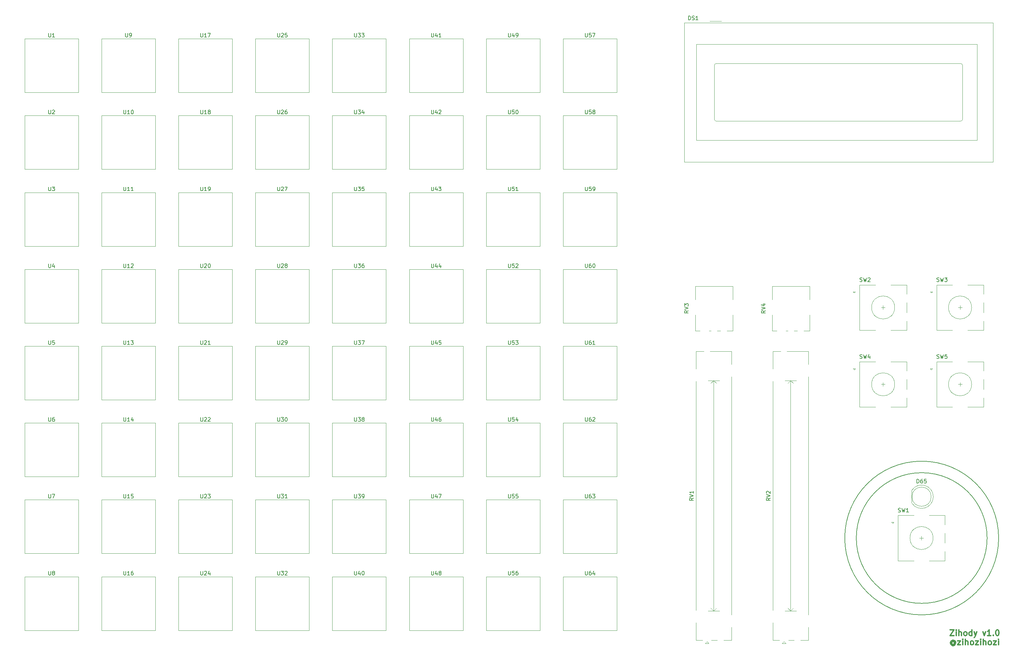
<source format=gbr>
%TF.GenerationSoftware,KiCad,Pcbnew,8.0.4*%
%TF.CreationDate,2024-12-04T19:54:40+09:00*%
%TF.ProjectId,gradmc,67726164-6d63-42e6-9b69-6361645f7063,rev?*%
%TF.SameCoordinates,Original*%
%TF.FileFunction,Legend,Top*%
%TF.FilePolarity,Positive*%
%FSLAX46Y46*%
G04 Gerber Fmt 4.6, Leading zero omitted, Abs format (unit mm)*
G04 Created by KiCad (PCBNEW 8.0.4) date 2024-12-04 19:54:40*
%MOMM*%
%LPD*%
G01*
G04 APERTURE LIST*
%ADD10C,0.300000*%
%ADD11C,0.200000*%
%ADD12C,0.150000*%
%ADD13C,0.120000*%
G04 APERTURE END LIST*
D10*
X296411653Y-208885912D02*
X297411653Y-208885912D01*
X297411653Y-208885912D02*
X296411653Y-210385912D01*
X296411653Y-210385912D02*
X297411653Y-210385912D01*
X297983081Y-210385912D02*
X297983081Y-209385912D01*
X297983081Y-208885912D02*
X297911653Y-208957341D01*
X297911653Y-208957341D02*
X297983081Y-209028769D01*
X297983081Y-209028769D02*
X298054510Y-208957341D01*
X298054510Y-208957341D02*
X297983081Y-208885912D01*
X297983081Y-208885912D02*
X297983081Y-209028769D01*
X298697367Y-210385912D02*
X298697367Y-208885912D01*
X299340225Y-210385912D02*
X299340225Y-209600198D01*
X299340225Y-209600198D02*
X299268796Y-209457341D01*
X299268796Y-209457341D02*
X299125939Y-209385912D01*
X299125939Y-209385912D02*
X298911653Y-209385912D01*
X298911653Y-209385912D02*
X298768796Y-209457341D01*
X298768796Y-209457341D02*
X298697367Y-209528769D01*
X300268796Y-210385912D02*
X300125939Y-210314484D01*
X300125939Y-210314484D02*
X300054510Y-210243055D01*
X300054510Y-210243055D02*
X299983082Y-210100198D01*
X299983082Y-210100198D02*
X299983082Y-209671626D01*
X299983082Y-209671626D02*
X300054510Y-209528769D01*
X300054510Y-209528769D02*
X300125939Y-209457341D01*
X300125939Y-209457341D02*
X300268796Y-209385912D01*
X300268796Y-209385912D02*
X300483082Y-209385912D01*
X300483082Y-209385912D02*
X300625939Y-209457341D01*
X300625939Y-209457341D02*
X300697368Y-209528769D01*
X300697368Y-209528769D02*
X300768796Y-209671626D01*
X300768796Y-209671626D02*
X300768796Y-210100198D01*
X300768796Y-210100198D02*
X300697368Y-210243055D01*
X300697368Y-210243055D02*
X300625939Y-210314484D01*
X300625939Y-210314484D02*
X300483082Y-210385912D01*
X300483082Y-210385912D02*
X300268796Y-210385912D01*
X302054511Y-210385912D02*
X302054511Y-208885912D01*
X302054511Y-210314484D02*
X301911653Y-210385912D01*
X301911653Y-210385912D02*
X301625939Y-210385912D01*
X301625939Y-210385912D02*
X301483082Y-210314484D01*
X301483082Y-210314484D02*
X301411653Y-210243055D01*
X301411653Y-210243055D02*
X301340225Y-210100198D01*
X301340225Y-210100198D02*
X301340225Y-209671626D01*
X301340225Y-209671626D02*
X301411653Y-209528769D01*
X301411653Y-209528769D02*
X301483082Y-209457341D01*
X301483082Y-209457341D02*
X301625939Y-209385912D01*
X301625939Y-209385912D02*
X301911653Y-209385912D01*
X301911653Y-209385912D02*
X302054511Y-209457341D01*
X302625939Y-209385912D02*
X302983082Y-210385912D01*
X303340225Y-209385912D02*
X302983082Y-210385912D01*
X302983082Y-210385912D02*
X302840225Y-210743055D01*
X302840225Y-210743055D02*
X302768796Y-210814484D01*
X302768796Y-210814484D02*
X302625939Y-210885912D01*
X304911653Y-209385912D02*
X305268796Y-210385912D01*
X305268796Y-210385912D02*
X305625939Y-209385912D01*
X306983082Y-210385912D02*
X306125939Y-210385912D01*
X306554510Y-210385912D02*
X306554510Y-208885912D01*
X306554510Y-208885912D02*
X306411653Y-209100198D01*
X306411653Y-209100198D02*
X306268796Y-209243055D01*
X306268796Y-209243055D02*
X306125939Y-209314484D01*
X307625938Y-210243055D02*
X307697367Y-210314484D01*
X307697367Y-210314484D02*
X307625938Y-210385912D01*
X307625938Y-210385912D02*
X307554510Y-210314484D01*
X307554510Y-210314484D02*
X307625938Y-210243055D01*
X307625938Y-210243055D02*
X307625938Y-210385912D01*
X308625939Y-208885912D02*
X308768796Y-208885912D01*
X308768796Y-208885912D02*
X308911653Y-208957341D01*
X308911653Y-208957341D02*
X308983082Y-209028769D01*
X308983082Y-209028769D02*
X309054510Y-209171626D01*
X309054510Y-209171626D02*
X309125939Y-209457341D01*
X309125939Y-209457341D02*
X309125939Y-209814484D01*
X309125939Y-209814484D02*
X309054510Y-210100198D01*
X309054510Y-210100198D02*
X308983082Y-210243055D01*
X308983082Y-210243055D02*
X308911653Y-210314484D01*
X308911653Y-210314484D02*
X308768796Y-210385912D01*
X308768796Y-210385912D02*
X308625939Y-210385912D01*
X308625939Y-210385912D02*
X308483082Y-210314484D01*
X308483082Y-210314484D02*
X308411653Y-210243055D01*
X308411653Y-210243055D02*
X308340224Y-210100198D01*
X308340224Y-210100198D02*
X308268796Y-209814484D01*
X308268796Y-209814484D02*
X308268796Y-209457341D01*
X308268796Y-209457341D02*
X308340224Y-209171626D01*
X308340224Y-209171626D02*
X308411653Y-209028769D01*
X308411653Y-209028769D02*
X308483082Y-208957341D01*
X308483082Y-208957341D02*
X308625939Y-208885912D01*
X297483082Y-212086542D02*
X297411653Y-212015114D01*
X297411653Y-212015114D02*
X297268796Y-211943685D01*
X297268796Y-211943685D02*
X297125939Y-211943685D01*
X297125939Y-211943685D02*
X296983082Y-212015114D01*
X296983082Y-212015114D02*
X296911653Y-212086542D01*
X296911653Y-212086542D02*
X296840225Y-212229400D01*
X296840225Y-212229400D02*
X296840225Y-212372257D01*
X296840225Y-212372257D02*
X296911653Y-212515114D01*
X296911653Y-212515114D02*
X296983082Y-212586542D01*
X296983082Y-212586542D02*
X297125939Y-212657971D01*
X297125939Y-212657971D02*
X297268796Y-212657971D01*
X297268796Y-212657971D02*
X297411653Y-212586542D01*
X297411653Y-212586542D02*
X297483082Y-212515114D01*
X297483082Y-211943685D02*
X297483082Y-212515114D01*
X297483082Y-212515114D02*
X297554510Y-212586542D01*
X297554510Y-212586542D02*
X297625939Y-212586542D01*
X297625939Y-212586542D02*
X297768796Y-212515114D01*
X297768796Y-212515114D02*
X297840225Y-212372257D01*
X297840225Y-212372257D02*
X297840225Y-212015114D01*
X297840225Y-212015114D02*
X297697368Y-211800828D01*
X297697368Y-211800828D02*
X297483082Y-211657971D01*
X297483082Y-211657971D02*
X297197368Y-211586542D01*
X297197368Y-211586542D02*
X296911653Y-211657971D01*
X296911653Y-211657971D02*
X296697368Y-211800828D01*
X296697368Y-211800828D02*
X296554510Y-212015114D01*
X296554510Y-212015114D02*
X296483082Y-212300828D01*
X296483082Y-212300828D02*
X296554510Y-212586542D01*
X296554510Y-212586542D02*
X296697368Y-212800828D01*
X296697368Y-212800828D02*
X296911653Y-212943685D01*
X296911653Y-212943685D02*
X297197368Y-213015114D01*
X297197368Y-213015114D02*
X297483082Y-212943685D01*
X297483082Y-212943685D02*
X297697368Y-212800828D01*
X298340224Y-211800828D02*
X299125939Y-211800828D01*
X299125939Y-211800828D02*
X298340224Y-212800828D01*
X298340224Y-212800828D02*
X299125939Y-212800828D01*
X299697367Y-212800828D02*
X299697367Y-211800828D01*
X299697367Y-211300828D02*
X299625939Y-211372257D01*
X299625939Y-211372257D02*
X299697367Y-211443685D01*
X299697367Y-211443685D02*
X299768796Y-211372257D01*
X299768796Y-211372257D02*
X299697367Y-211300828D01*
X299697367Y-211300828D02*
X299697367Y-211443685D01*
X300411653Y-212800828D02*
X300411653Y-211300828D01*
X301054511Y-212800828D02*
X301054511Y-212015114D01*
X301054511Y-212015114D02*
X300983082Y-211872257D01*
X300983082Y-211872257D02*
X300840225Y-211800828D01*
X300840225Y-211800828D02*
X300625939Y-211800828D01*
X300625939Y-211800828D02*
X300483082Y-211872257D01*
X300483082Y-211872257D02*
X300411653Y-211943685D01*
X301983082Y-212800828D02*
X301840225Y-212729400D01*
X301840225Y-212729400D02*
X301768796Y-212657971D01*
X301768796Y-212657971D02*
X301697368Y-212515114D01*
X301697368Y-212515114D02*
X301697368Y-212086542D01*
X301697368Y-212086542D02*
X301768796Y-211943685D01*
X301768796Y-211943685D02*
X301840225Y-211872257D01*
X301840225Y-211872257D02*
X301983082Y-211800828D01*
X301983082Y-211800828D02*
X302197368Y-211800828D01*
X302197368Y-211800828D02*
X302340225Y-211872257D01*
X302340225Y-211872257D02*
X302411654Y-211943685D01*
X302411654Y-211943685D02*
X302483082Y-212086542D01*
X302483082Y-212086542D02*
X302483082Y-212515114D01*
X302483082Y-212515114D02*
X302411654Y-212657971D01*
X302411654Y-212657971D02*
X302340225Y-212729400D01*
X302340225Y-212729400D02*
X302197368Y-212800828D01*
X302197368Y-212800828D02*
X301983082Y-212800828D01*
X302983082Y-211800828D02*
X303768797Y-211800828D01*
X303768797Y-211800828D02*
X302983082Y-212800828D01*
X302983082Y-212800828D02*
X303768797Y-212800828D01*
X304340225Y-212800828D02*
X304340225Y-211800828D01*
X304340225Y-211300828D02*
X304268797Y-211372257D01*
X304268797Y-211372257D02*
X304340225Y-211443685D01*
X304340225Y-211443685D02*
X304411654Y-211372257D01*
X304411654Y-211372257D02*
X304340225Y-211300828D01*
X304340225Y-211300828D02*
X304340225Y-211443685D01*
X305054511Y-212800828D02*
X305054511Y-211300828D01*
X305697369Y-212800828D02*
X305697369Y-212015114D01*
X305697369Y-212015114D02*
X305625940Y-211872257D01*
X305625940Y-211872257D02*
X305483083Y-211800828D01*
X305483083Y-211800828D02*
X305268797Y-211800828D01*
X305268797Y-211800828D02*
X305125940Y-211872257D01*
X305125940Y-211872257D02*
X305054511Y-211943685D01*
X306625940Y-212800828D02*
X306483083Y-212729400D01*
X306483083Y-212729400D02*
X306411654Y-212657971D01*
X306411654Y-212657971D02*
X306340226Y-212515114D01*
X306340226Y-212515114D02*
X306340226Y-212086542D01*
X306340226Y-212086542D02*
X306411654Y-211943685D01*
X306411654Y-211943685D02*
X306483083Y-211872257D01*
X306483083Y-211872257D02*
X306625940Y-211800828D01*
X306625940Y-211800828D02*
X306840226Y-211800828D01*
X306840226Y-211800828D02*
X306983083Y-211872257D01*
X306983083Y-211872257D02*
X307054512Y-211943685D01*
X307054512Y-211943685D02*
X307125940Y-212086542D01*
X307125940Y-212086542D02*
X307125940Y-212515114D01*
X307125940Y-212515114D02*
X307054512Y-212657971D01*
X307054512Y-212657971D02*
X306983083Y-212729400D01*
X306983083Y-212729400D02*
X306840226Y-212800828D01*
X306840226Y-212800828D02*
X306625940Y-212800828D01*
X307625940Y-211800828D02*
X308411655Y-211800828D01*
X308411655Y-211800828D02*
X307625940Y-212800828D01*
X307625940Y-212800828D02*
X308411655Y-212800828D01*
X308983083Y-212800828D02*
X308983083Y-211800828D01*
X308983083Y-211300828D02*
X308911655Y-211372257D01*
X308911655Y-211372257D02*
X308983083Y-211443685D01*
X308983083Y-211443685D02*
X309054512Y-211372257D01*
X309054512Y-211372257D02*
X308983083Y-211300828D01*
X308983083Y-211300828D02*
X308983083Y-211443685D01*
D11*
X309025000Y-185000000D02*
G75*
G02*
X269025000Y-185000000I-20000000J0D01*
G01*
X269025000Y-185000000D02*
G75*
G02*
X309025000Y-185000000I20000000J0D01*
G01*
X306025000Y-185000000D02*
G75*
G02*
X272025000Y-185000000I-17000000J0D01*
G01*
X272025000Y-185000000D02*
G75*
G02*
X306025000Y-185000000I17000000J0D01*
G01*
D12*
X81571905Y-93620819D02*
X81571905Y-94430342D01*
X81571905Y-94430342D02*
X81619524Y-94525580D01*
X81619524Y-94525580D02*
X81667143Y-94573200D01*
X81667143Y-94573200D02*
X81762381Y-94620819D01*
X81762381Y-94620819D02*
X81952857Y-94620819D01*
X81952857Y-94620819D02*
X82048095Y-94573200D01*
X82048095Y-94573200D02*
X82095714Y-94525580D01*
X82095714Y-94525580D02*
X82143333Y-94430342D01*
X82143333Y-94430342D02*
X82143333Y-93620819D01*
X83143333Y-94620819D02*
X82571905Y-94620819D01*
X82857619Y-94620819D02*
X82857619Y-93620819D01*
X82857619Y-93620819D02*
X82762381Y-93763676D01*
X82762381Y-93763676D02*
X82667143Y-93858914D01*
X82667143Y-93858914D02*
X82571905Y-93906533D01*
X84095714Y-94620819D02*
X83524286Y-94620819D01*
X83810000Y-94620819D02*
X83810000Y-93620819D01*
X83810000Y-93620819D02*
X83714762Y-93763676D01*
X83714762Y-93763676D02*
X83619524Y-93858914D01*
X83619524Y-93858914D02*
X83524286Y-93906533D01*
X201571905Y-53620819D02*
X201571905Y-54430342D01*
X201571905Y-54430342D02*
X201619524Y-54525580D01*
X201619524Y-54525580D02*
X201667143Y-54573200D01*
X201667143Y-54573200D02*
X201762381Y-54620819D01*
X201762381Y-54620819D02*
X201952857Y-54620819D01*
X201952857Y-54620819D02*
X202048095Y-54573200D01*
X202048095Y-54573200D02*
X202095714Y-54525580D01*
X202095714Y-54525580D02*
X202143333Y-54430342D01*
X202143333Y-54430342D02*
X202143333Y-53620819D01*
X203095714Y-53620819D02*
X202619524Y-53620819D01*
X202619524Y-53620819D02*
X202571905Y-54097009D01*
X202571905Y-54097009D02*
X202619524Y-54049390D01*
X202619524Y-54049390D02*
X202714762Y-54001771D01*
X202714762Y-54001771D02*
X202952857Y-54001771D01*
X202952857Y-54001771D02*
X203048095Y-54049390D01*
X203048095Y-54049390D02*
X203095714Y-54097009D01*
X203095714Y-54097009D02*
X203143333Y-54192247D01*
X203143333Y-54192247D02*
X203143333Y-54430342D01*
X203143333Y-54430342D02*
X203095714Y-54525580D01*
X203095714Y-54525580D02*
X203048095Y-54573200D01*
X203048095Y-54573200D02*
X202952857Y-54620819D01*
X202952857Y-54620819D02*
X202714762Y-54620819D01*
X202714762Y-54620819D02*
X202619524Y-54573200D01*
X202619524Y-54573200D02*
X202571905Y-54525580D01*
X203476667Y-53620819D02*
X204143333Y-53620819D01*
X204143333Y-53620819D02*
X203714762Y-54620819D01*
X201571905Y-73620819D02*
X201571905Y-74430342D01*
X201571905Y-74430342D02*
X201619524Y-74525580D01*
X201619524Y-74525580D02*
X201667143Y-74573200D01*
X201667143Y-74573200D02*
X201762381Y-74620819D01*
X201762381Y-74620819D02*
X201952857Y-74620819D01*
X201952857Y-74620819D02*
X202048095Y-74573200D01*
X202048095Y-74573200D02*
X202095714Y-74525580D01*
X202095714Y-74525580D02*
X202143333Y-74430342D01*
X202143333Y-74430342D02*
X202143333Y-73620819D01*
X203095714Y-73620819D02*
X202619524Y-73620819D01*
X202619524Y-73620819D02*
X202571905Y-74097009D01*
X202571905Y-74097009D02*
X202619524Y-74049390D01*
X202619524Y-74049390D02*
X202714762Y-74001771D01*
X202714762Y-74001771D02*
X202952857Y-74001771D01*
X202952857Y-74001771D02*
X203048095Y-74049390D01*
X203048095Y-74049390D02*
X203095714Y-74097009D01*
X203095714Y-74097009D02*
X203143333Y-74192247D01*
X203143333Y-74192247D02*
X203143333Y-74430342D01*
X203143333Y-74430342D02*
X203095714Y-74525580D01*
X203095714Y-74525580D02*
X203048095Y-74573200D01*
X203048095Y-74573200D02*
X202952857Y-74620819D01*
X202952857Y-74620819D02*
X202714762Y-74620819D01*
X202714762Y-74620819D02*
X202619524Y-74573200D01*
X202619524Y-74573200D02*
X202571905Y-74525580D01*
X203714762Y-74049390D02*
X203619524Y-74001771D01*
X203619524Y-74001771D02*
X203571905Y-73954152D01*
X203571905Y-73954152D02*
X203524286Y-73858914D01*
X203524286Y-73858914D02*
X203524286Y-73811295D01*
X203524286Y-73811295D02*
X203571905Y-73716057D01*
X203571905Y-73716057D02*
X203619524Y-73668438D01*
X203619524Y-73668438D02*
X203714762Y-73620819D01*
X203714762Y-73620819D02*
X203905238Y-73620819D01*
X203905238Y-73620819D02*
X204000476Y-73668438D01*
X204000476Y-73668438D02*
X204048095Y-73716057D01*
X204048095Y-73716057D02*
X204095714Y-73811295D01*
X204095714Y-73811295D02*
X204095714Y-73858914D01*
X204095714Y-73858914D02*
X204048095Y-73954152D01*
X204048095Y-73954152D02*
X204000476Y-74001771D01*
X204000476Y-74001771D02*
X203905238Y-74049390D01*
X203905238Y-74049390D02*
X203714762Y-74049390D01*
X203714762Y-74049390D02*
X203619524Y-74097009D01*
X203619524Y-74097009D02*
X203571905Y-74144628D01*
X203571905Y-74144628D02*
X203524286Y-74239866D01*
X203524286Y-74239866D02*
X203524286Y-74430342D01*
X203524286Y-74430342D02*
X203571905Y-74525580D01*
X203571905Y-74525580D02*
X203619524Y-74573200D01*
X203619524Y-74573200D02*
X203714762Y-74620819D01*
X203714762Y-74620819D02*
X203905238Y-74620819D01*
X203905238Y-74620819D02*
X204000476Y-74573200D01*
X204000476Y-74573200D02*
X204048095Y-74525580D01*
X204048095Y-74525580D02*
X204095714Y-74430342D01*
X204095714Y-74430342D02*
X204095714Y-74239866D01*
X204095714Y-74239866D02*
X204048095Y-74144628D01*
X204048095Y-74144628D02*
X204000476Y-74097009D01*
X204000476Y-74097009D02*
X203905238Y-74049390D01*
X201571905Y-153620819D02*
X201571905Y-154430342D01*
X201571905Y-154430342D02*
X201619524Y-154525580D01*
X201619524Y-154525580D02*
X201667143Y-154573200D01*
X201667143Y-154573200D02*
X201762381Y-154620819D01*
X201762381Y-154620819D02*
X201952857Y-154620819D01*
X201952857Y-154620819D02*
X202048095Y-154573200D01*
X202048095Y-154573200D02*
X202095714Y-154525580D01*
X202095714Y-154525580D02*
X202143333Y-154430342D01*
X202143333Y-154430342D02*
X202143333Y-153620819D01*
X203048095Y-153620819D02*
X202857619Y-153620819D01*
X202857619Y-153620819D02*
X202762381Y-153668438D01*
X202762381Y-153668438D02*
X202714762Y-153716057D01*
X202714762Y-153716057D02*
X202619524Y-153858914D01*
X202619524Y-153858914D02*
X202571905Y-154049390D01*
X202571905Y-154049390D02*
X202571905Y-154430342D01*
X202571905Y-154430342D02*
X202619524Y-154525580D01*
X202619524Y-154525580D02*
X202667143Y-154573200D01*
X202667143Y-154573200D02*
X202762381Y-154620819D01*
X202762381Y-154620819D02*
X202952857Y-154620819D01*
X202952857Y-154620819D02*
X203048095Y-154573200D01*
X203048095Y-154573200D02*
X203095714Y-154525580D01*
X203095714Y-154525580D02*
X203143333Y-154430342D01*
X203143333Y-154430342D02*
X203143333Y-154192247D01*
X203143333Y-154192247D02*
X203095714Y-154097009D01*
X203095714Y-154097009D02*
X203048095Y-154049390D01*
X203048095Y-154049390D02*
X202952857Y-154001771D01*
X202952857Y-154001771D02*
X202762381Y-154001771D01*
X202762381Y-154001771D02*
X202667143Y-154049390D01*
X202667143Y-154049390D02*
X202619524Y-154097009D01*
X202619524Y-154097009D02*
X202571905Y-154192247D01*
X203524286Y-153716057D02*
X203571905Y-153668438D01*
X203571905Y-153668438D02*
X203667143Y-153620819D01*
X203667143Y-153620819D02*
X203905238Y-153620819D01*
X203905238Y-153620819D02*
X204000476Y-153668438D01*
X204000476Y-153668438D02*
X204048095Y-153716057D01*
X204048095Y-153716057D02*
X204095714Y-153811295D01*
X204095714Y-153811295D02*
X204095714Y-153906533D01*
X204095714Y-153906533D02*
X204048095Y-154049390D01*
X204048095Y-154049390D02*
X203476667Y-154620819D01*
X203476667Y-154620819D02*
X204095714Y-154620819D01*
X181571905Y-73620819D02*
X181571905Y-74430342D01*
X181571905Y-74430342D02*
X181619524Y-74525580D01*
X181619524Y-74525580D02*
X181667143Y-74573200D01*
X181667143Y-74573200D02*
X181762381Y-74620819D01*
X181762381Y-74620819D02*
X181952857Y-74620819D01*
X181952857Y-74620819D02*
X182048095Y-74573200D01*
X182048095Y-74573200D02*
X182095714Y-74525580D01*
X182095714Y-74525580D02*
X182143333Y-74430342D01*
X182143333Y-74430342D02*
X182143333Y-73620819D01*
X183095714Y-73620819D02*
X182619524Y-73620819D01*
X182619524Y-73620819D02*
X182571905Y-74097009D01*
X182571905Y-74097009D02*
X182619524Y-74049390D01*
X182619524Y-74049390D02*
X182714762Y-74001771D01*
X182714762Y-74001771D02*
X182952857Y-74001771D01*
X182952857Y-74001771D02*
X183048095Y-74049390D01*
X183048095Y-74049390D02*
X183095714Y-74097009D01*
X183095714Y-74097009D02*
X183143333Y-74192247D01*
X183143333Y-74192247D02*
X183143333Y-74430342D01*
X183143333Y-74430342D02*
X183095714Y-74525580D01*
X183095714Y-74525580D02*
X183048095Y-74573200D01*
X183048095Y-74573200D02*
X182952857Y-74620819D01*
X182952857Y-74620819D02*
X182714762Y-74620819D01*
X182714762Y-74620819D02*
X182619524Y-74573200D01*
X182619524Y-74573200D02*
X182571905Y-74525580D01*
X183762381Y-73620819D02*
X183857619Y-73620819D01*
X183857619Y-73620819D02*
X183952857Y-73668438D01*
X183952857Y-73668438D02*
X184000476Y-73716057D01*
X184000476Y-73716057D02*
X184048095Y-73811295D01*
X184048095Y-73811295D02*
X184095714Y-74001771D01*
X184095714Y-74001771D02*
X184095714Y-74239866D01*
X184095714Y-74239866D02*
X184048095Y-74430342D01*
X184048095Y-74430342D02*
X184000476Y-74525580D01*
X184000476Y-74525580D02*
X183952857Y-74573200D01*
X183952857Y-74573200D02*
X183857619Y-74620819D01*
X183857619Y-74620819D02*
X183762381Y-74620819D01*
X183762381Y-74620819D02*
X183667143Y-74573200D01*
X183667143Y-74573200D02*
X183619524Y-74525580D01*
X183619524Y-74525580D02*
X183571905Y-74430342D01*
X183571905Y-74430342D02*
X183524286Y-74239866D01*
X183524286Y-74239866D02*
X183524286Y-74001771D01*
X183524286Y-74001771D02*
X183571905Y-73811295D01*
X183571905Y-73811295D02*
X183619524Y-73716057D01*
X183619524Y-73716057D02*
X183667143Y-73668438D01*
X183667143Y-73668438D02*
X183762381Y-73620819D01*
X121571905Y-53620819D02*
X121571905Y-54430342D01*
X121571905Y-54430342D02*
X121619524Y-54525580D01*
X121619524Y-54525580D02*
X121667143Y-54573200D01*
X121667143Y-54573200D02*
X121762381Y-54620819D01*
X121762381Y-54620819D02*
X121952857Y-54620819D01*
X121952857Y-54620819D02*
X122048095Y-54573200D01*
X122048095Y-54573200D02*
X122095714Y-54525580D01*
X122095714Y-54525580D02*
X122143333Y-54430342D01*
X122143333Y-54430342D02*
X122143333Y-53620819D01*
X122571905Y-53716057D02*
X122619524Y-53668438D01*
X122619524Y-53668438D02*
X122714762Y-53620819D01*
X122714762Y-53620819D02*
X122952857Y-53620819D01*
X122952857Y-53620819D02*
X123048095Y-53668438D01*
X123048095Y-53668438D02*
X123095714Y-53716057D01*
X123095714Y-53716057D02*
X123143333Y-53811295D01*
X123143333Y-53811295D02*
X123143333Y-53906533D01*
X123143333Y-53906533D02*
X123095714Y-54049390D01*
X123095714Y-54049390D02*
X122524286Y-54620819D01*
X122524286Y-54620819D02*
X123143333Y-54620819D01*
X124048095Y-53620819D02*
X123571905Y-53620819D01*
X123571905Y-53620819D02*
X123524286Y-54097009D01*
X123524286Y-54097009D02*
X123571905Y-54049390D01*
X123571905Y-54049390D02*
X123667143Y-54001771D01*
X123667143Y-54001771D02*
X123905238Y-54001771D01*
X123905238Y-54001771D02*
X124000476Y-54049390D01*
X124000476Y-54049390D02*
X124048095Y-54097009D01*
X124048095Y-54097009D02*
X124095714Y-54192247D01*
X124095714Y-54192247D02*
X124095714Y-54430342D01*
X124095714Y-54430342D02*
X124048095Y-54525580D01*
X124048095Y-54525580D02*
X124000476Y-54573200D01*
X124000476Y-54573200D02*
X123905238Y-54620819D01*
X123905238Y-54620819D02*
X123667143Y-54620819D01*
X123667143Y-54620819D02*
X123571905Y-54573200D01*
X123571905Y-54573200D02*
X123524286Y-54525580D01*
X101571905Y-73620819D02*
X101571905Y-74430342D01*
X101571905Y-74430342D02*
X101619524Y-74525580D01*
X101619524Y-74525580D02*
X101667143Y-74573200D01*
X101667143Y-74573200D02*
X101762381Y-74620819D01*
X101762381Y-74620819D02*
X101952857Y-74620819D01*
X101952857Y-74620819D02*
X102048095Y-74573200D01*
X102048095Y-74573200D02*
X102095714Y-74525580D01*
X102095714Y-74525580D02*
X102143333Y-74430342D01*
X102143333Y-74430342D02*
X102143333Y-73620819D01*
X103143333Y-74620819D02*
X102571905Y-74620819D01*
X102857619Y-74620819D02*
X102857619Y-73620819D01*
X102857619Y-73620819D02*
X102762381Y-73763676D01*
X102762381Y-73763676D02*
X102667143Y-73858914D01*
X102667143Y-73858914D02*
X102571905Y-73906533D01*
X103714762Y-74049390D02*
X103619524Y-74001771D01*
X103619524Y-74001771D02*
X103571905Y-73954152D01*
X103571905Y-73954152D02*
X103524286Y-73858914D01*
X103524286Y-73858914D02*
X103524286Y-73811295D01*
X103524286Y-73811295D02*
X103571905Y-73716057D01*
X103571905Y-73716057D02*
X103619524Y-73668438D01*
X103619524Y-73668438D02*
X103714762Y-73620819D01*
X103714762Y-73620819D02*
X103905238Y-73620819D01*
X103905238Y-73620819D02*
X104000476Y-73668438D01*
X104000476Y-73668438D02*
X104048095Y-73716057D01*
X104048095Y-73716057D02*
X104095714Y-73811295D01*
X104095714Y-73811295D02*
X104095714Y-73858914D01*
X104095714Y-73858914D02*
X104048095Y-73954152D01*
X104048095Y-73954152D02*
X104000476Y-74001771D01*
X104000476Y-74001771D02*
X103905238Y-74049390D01*
X103905238Y-74049390D02*
X103714762Y-74049390D01*
X103714762Y-74049390D02*
X103619524Y-74097009D01*
X103619524Y-74097009D02*
X103571905Y-74144628D01*
X103571905Y-74144628D02*
X103524286Y-74239866D01*
X103524286Y-74239866D02*
X103524286Y-74430342D01*
X103524286Y-74430342D02*
X103571905Y-74525580D01*
X103571905Y-74525580D02*
X103619524Y-74573200D01*
X103619524Y-74573200D02*
X103714762Y-74620819D01*
X103714762Y-74620819D02*
X103905238Y-74620819D01*
X103905238Y-74620819D02*
X104000476Y-74573200D01*
X104000476Y-74573200D02*
X104048095Y-74525580D01*
X104048095Y-74525580D02*
X104095714Y-74430342D01*
X104095714Y-74430342D02*
X104095714Y-74239866D01*
X104095714Y-74239866D02*
X104048095Y-74144628D01*
X104048095Y-74144628D02*
X104000476Y-74097009D01*
X104000476Y-74097009D02*
X103905238Y-74049390D01*
X101571905Y-173620819D02*
X101571905Y-174430342D01*
X101571905Y-174430342D02*
X101619524Y-174525580D01*
X101619524Y-174525580D02*
X101667143Y-174573200D01*
X101667143Y-174573200D02*
X101762381Y-174620819D01*
X101762381Y-174620819D02*
X101952857Y-174620819D01*
X101952857Y-174620819D02*
X102048095Y-174573200D01*
X102048095Y-174573200D02*
X102095714Y-174525580D01*
X102095714Y-174525580D02*
X102143333Y-174430342D01*
X102143333Y-174430342D02*
X102143333Y-173620819D01*
X102571905Y-173716057D02*
X102619524Y-173668438D01*
X102619524Y-173668438D02*
X102714762Y-173620819D01*
X102714762Y-173620819D02*
X102952857Y-173620819D01*
X102952857Y-173620819D02*
X103048095Y-173668438D01*
X103048095Y-173668438D02*
X103095714Y-173716057D01*
X103095714Y-173716057D02*
X103143333Y-173811295D01*
X103143333Y-173811295D02*
X103143333Y-173906533D01*
X103143333Y-173906533D02*
X103095714Y-174049390D01*
X103095714Y-174049390D02*
X102524286Y-174620819D01*
X102524286Y-174620819D02*
X103143333Y-174620819D01*
X103476667Y-173620819D02*
X104095714Y-173620819D01*
X104095714Y-173620819D02*
X103762381Y-174001771D01*
X103762381Y-174001771D02*
X103905238Y-174001771D01*
X103905238Y-174001771D02*
X104000476Y-174049390D01*
X104000476Y-174049390D02*
X104048095Y-174097009D01*
X104048095Y-174097009D02*
X104095714Y-174192247D01*
X104095714Y-174192247D02*
X104095714Y-174430342D01*
X104095714Y-174430342D02*
X104048095Y-174525580D01*
X104048095Y-174525580D02*
X104000476Y-174573200D01*
X104000476Y-174573200D02*
X103905238Y-174620819D01*
X103905238Y-174620819D02*
X103619524Y-174620819D01*
X103619524Y-174620819D02*
X103524286Y-174573200D01*
X103524286Y-174573200D02*
X103476667Y-174525580D01*
X181571905Y-133620819D02*
X181571905Y-134430342D01*
X181571905Y-134430342D02*
X181619524Y-134525580D01*
X181619524Y-134525580D02*
X181667143Y-134573200D01*
X181667143Y-134573200D02*
X181762381Y-134620819D01*
X181762381Y-134620819D02*
X181952857Y-134620819D01*
X181952857Y-134620819D02*
X182048095Y-134573200D01*
X182048095Y-134573200D02*
X182095714Y-134525580D01*
X182095714Y-134525580D02*
X182143333Y-134430342D01*
X182143333Y-134430342D02*
X182143333Y-133620819D01*
X183095714Y-133620819D02*
X182619524Y-133620819D01*
X182619524Y-133620819D02*
X182571905Y-134097009D01*
X182571905Y-134097009D02*
X182619524Y-134049390D01*
X182619524Y-134049390D02*
X182714762Y-134001771D01*
X182714762Y-134001771D02*
X182952857Y-134001771D01*
X182952857Y-134001771D02*
X183048095Y-134049390D01*
X183048095Y-134049390D02*
X183095714Y-134097009D01*
X183095714Y-134097009D02*
X183143333Y-134192247D01*
X183143333Y-134192247D02*
X183143333Y-134430342D01*
X183143333Y-134430342D02*
X183095714Y-134525580D01*
X183095714Y-134525580D02*
X183048095Y-134573200D01*
X183048095Y-134573200D02*
X182952857Y-134620819D01*
X182952857Y-134620819D02*
X182714762Y-134620819D01*
X182714762Y-134620819D02*
X182619524Y-134573200D01*
X182619524Y-134573200D02*
X182571905Y-134525580D01*
X183476667Y-133620819D02*
X184095714Y-133620819D01*
X184095714Y-133620819D02*
X183762381Y-134001771D01*
X183762381Y-134001771D02*
X183905238Y-134001771D01*
X183905238Y-134001771D02*
X184000476Y-134049390D01*
X184000476Y-134049390D02*
X184048095Y-134097009D01*
X184048095Y-134097009D02*
X184095714Y-134192247D01*
X184095714Y-134192247D02*
X184095714Y-134430342D01*
X184095714Y-134430342D02*
X184048095Y-134525580D01*
X184048095Y-134525580D02*
X184000476Y-134573200D01*
X184000476Y-134573200D02*
X183905238Y-134620819D01*
X183905238Y-134620819D02*
X183619524Y-134620819D01*
X183619524Y-134620819D02*
X183524286Y-134573200D01*
X183524286Y-134573200D02*
X183476667Y-134525580D01*
X201571905Y-173620819D02*
X201571905Y-174430342D01*
X201571905Y-174430342D02*
X201619524Y-174525580D01*
X201619524Y-174525580D02*
X201667143Y-174573200D01*
X201667143Y-174573200D02*
X201762381Y-174620819D01*
X201762381Y-174620819D02*
X201952857Y-174620819D01*
X201952857Y-174620819D02*
X202048095Y-174573200D01*
X202048095Y-174573200D02*
X202095714Y-174525580D01*
X202095714Y-174525580D02*
X202143333Y-174430342D01*
X202143333Y-174430342D02*
X202143333Y-173620819D01*
X203048095Y-173620819D02*
X202857619Y-173620819D01*
X202857619Y-173620819D02*
X202762381Y-173668438D01*
X202762381Y-173668438D02*
X202714762Y-173716057D01*
X202714762Y-173716057D02*
X202619524Y-173858914D01*
X202619524Y-173858914D02*
X202571905Y-174049390D01*
X202571905Y-174049390D02*
X202571905Y-174430342D01*
X202571905Y-174430342D02*
X202619524Y-174525580D01*
X202619524Y-174525580D02*
X202667143Y-174573200D01*
X202667143Y-174573200D02*
X202762381Y-174620819D01*
X202762381Y-174620819D02*
X202952857Y-174620819D01*
X202952857Y-174620819D02*
X203048095Y-174573200D01*
X203048095Y-174573200D02*
X203095714Y-174525580D01*
X203095714Y-174525580D02*
X203143333Y-174430342D01*
X203143333Y-174430342D02*
X203143333Y-174192247D01*
X203143333Y-174192247D02*
X203095714Y-174097009D01*
X203095714Y-174097009D02*
X203048095Y-174049390D01*
X203048095Y-174049390D02*
X202952857Y-174001771D01*
X202952857Y-174001771D02*
X202762381Y-174001771D01*
X202762381Y-174001771D02*
X202667143Y-174049390D01*
X202667143Y-174049390D02*
X202619524Y-174097009D01*
X202619524Y-174097009D02*
X202571905Y-174192247D01*
X203476667Y-173620819D02*
X204095714Y-173620819D01*
X204095714Y-173620819D02*
X203762381Y-174001771D01*
X203762381Y-174001771D02*
X203905238Y-174001771D01*
X203905238Y-174001771D02*
X204000476Y-174049390D01*
X204000476Y-174049390D02*
X204048095Y-174097009D01*
X204048095Y-174097009D02*
X204095714Y-174192247D01*
X204095714Y-174192247D02*
X204095714Y-174430342D01*
X204095714Y-174430342D02*
X204048095Y-174525580D01*
X204048095Y-174525580D02*
X204000476Y-174573200D01*
X204000476Y-174573200D02*
X203905238Y-174620819D01*
X203905238Y-174620819D02*
X203619524Y-174620819D01*
X203619524Y-174620819D02*
X203524286Y-174573200D01*
X203524286Y-174573200D02*
X203476667Y-174525580D01*
X181571905Y-173620819D02*
X181571905Y-174430342D01*
X181571905Y-174430342D02*
X181619524Y-174525580D01*
X181619524Y-174525580D02*
X181667143Y-174573200D01*
X181667143Y-174573200D02*
X181762381Y-174620819D01*
X181762381Y-174620819D02*
X181952857Y-174620819D01*
X181952857Y-174620819D02*
X182048095Y-174573200D01*
X182048095Y-174573200D02*
X182095714Y-174525580D01*
X182095714Y-174525580D02*
X182143333Y-174430342D01*
X182143333Y-174430342D02*
X182143333Y-173620819D01*
X183095714Y-173620819D02*
X182619524Y-173620819D01*
X182619524Y-173620819D02*
X182571905Y-174097009D01*
X182571905Y-174097009D02*
X182619524Y-174049390D01*
X182619524Y-174049390D02*
X182714762Y-174001771D01*
X182714762Y-174001771D02*
X182952857Y-174001771D01*
X182952857Y-174001771D02*
X183048095Y-174049390D01*
X183048095Y-174049390D02*
X183095714Y-174097009D01*
X183095714Y-174097009D02*
X183143333Y-174192247D01*
X183143333Y-174192247D02*
X183143333Y-174430342D01*
X183143333Y-174430342D02*
X183095714Y-174525580D01*
X183095714Y-174525580D02*
X183048095Y-174573200D01*
X183048095Y-174573200D02*
X182952857Y-174620819D01*
X182952857Y-174620819D02*
X182714762Y-174620819D01*
X182714762Y-174620819D02*
X182619524Y-174573200D01*
X182619524Y-174573200D02*
X182571905Y-174525580D01*
X184048095Y-173620819D02*
X183571905Y-173620819D01*
X183571905Y-173620819D02*
X183524286Y-174097009D01*
X183524286Y-174097009D02*
X183571905Y-174049390D01*
X183571905Y-174049390D02*
X183667143Y-174001771D01*
X183667143Y-174001771D02*
X183905238Y-174001771D01*
X183905238Y-174001771D02*
X184000476Y-174049390D01*
X184000476Y-174049390D02*
X184048095Y-174097009D01*
X184048095Y-174097009D02*
X184095714Y-174192247D01*
X184095714Y-174192247D02*
X184095714Y-174430342D01*
X184095714Y-174430342D02*
X184048095Y-174525580D01*
X184048095Y-174525580D02*
X184000476Y-174573200D01*
X184000476Y-174573200D02*
X183905238Y-174620819D01*
X183905238Y-174620819D02*
X183667143Y-174620819D01*
X183667143Y-174620819D02*
X183571905Y-174573200D01*
X183571905Y-174573200D02*
X183524286Y-174525580D01*
X101571905Y-93620819D02*
X101571905Y-94430342D01*
X101571905Y-94430342D02*
X101619524Y-94525580D01*
X101619524Y-94525580D02*
X101667143Y-94573200D01*
X101667143Y-94573200D02*
X101762381Y-94620819D01*
X101762381Y-94620819D02*
X101952857Y-94620819D01*
X101952857Y-94620819D02*
X102048095Y-94573200D01*
X102048095Y-94573200D02*
X102095714Y-94525580D01*
X102095714Y-94525580D02*
X102143333Y-94430342D01*
X102143333Y-94430342D02*
X102143333Y-93620819D01*
X103143333Y-94620819D02*
X102571905Y-94620819D01*
X102857619Y-94620819D02*
X102857619Y-93620819D01*
X102857619Y-93620819D02*
X102762381Y-93763676D01*
X102762381Y-93763676D02*
X102667143Y-93858914D01*
X102667143Y-93858914D02*
X102571905Y-93906533D01*
X103619524Y-94620819D02*
X103810000Y-94620819D01*
X103810000Y-94620819D02*
X103905238Y-94573200D01*
X103905238Y-94573200D02*
X103952857Y-94525580D01*
X103952857Y-94525580D02*
X104048095Y-94382723D01*
X104048095Y-94382723D02*
X104095714Y-94192247D01*
X104095714Y-94192247D02*
X104095714Y-93811295D01*
X104095714Y-93811295D02*
X104048095Y-93716057D01*
X104048095Y-93716057D02*
X104000476Y-93668438D01*
X104000476Y-93668438D02*
X103905238Y-93620819D01*
X103905238Y-93620819D02*
X103714762Y-93620819D01*
X103714762Y-93620819D02*
X103619524Y-93668438D01*
X103619524Y-93668438D02*
X103571905Y-93716057D01*
X103571905Y-93716057D02*
X103524286Y-93811295D01*
X103524286Y-93811295D02*
X103524286Y-94049390D01*
X103524286Y-94049390D02*
X103571905Y-94144628D01*
X103571905Y-94144628D02*
X103619524Y-94192247D01*
X103619524Y-94192247D02*
X103714762Y-94239866D01*
X103714762Y-94239866D02*
X103905238Y-94239866D01*
X103905238Y-94239866D02*
X104000476Y-94192247D01*
X104000476Y-94192247D02*
X104048095Y-94144628D01*
X104048095Y-94144628D02*
X104095714Y-94049390D01*
X161571905Y-193620819D02*
X161571905Y-194430342D01*
X161571905Y-194430342D02*
X161619524Y-194525580D01*
X161619524Y-194525580D02*
X161667143Y-194573200D01*
X161667143Y-194573200D02*
X161762381Y-194620819D01*
X161762381Y-194620819D02*
X161952857Y-194620819D01*
X161952857Y-194620819D02*
X162048095Y-194573200D01*
X162048095Y-194573200D02*
X162095714Y-194525580D01*
X162095714Y-194525580D02*
X162143333Y-194430342D01*
X162143333Y-194430342D02*
X162143333Y-193620819D01*
X163048095Y-193954152D02*
X163048095Y-194620819D01*
X162810000Y-193573200D02*
X162571905Y-194287485D01*
X162571905Y-194287485D02*
X163190952Y-194287485D01*
X163714762Y-194049390D02*
X163619524Y-194001771D01*
X163619524Y-194001771D02*
X163571905Y-193954152D01*
X163571905Y-193954152D02*
X163524286Y-193858914D01*
X163524286Y-193858914D02*
X163524286Y-193811295D01*
X163524286Y-193811295D02*
X163571905Y-193716057D01*
X163571905Y-193716057D02*
X163619524Y-193668438D01*
X163619524Y-193668438D02*
X163714762Y-193620819D01*
X163714762Y-193620819D02*
X163905238Y-193620819D01*
X163905238Y-193620819D02*
X164000476Y-193668438D01*
X164000476Y-193668438D02*
X164048095Y-193716057D01*
X164048095Y-193716057D02*
X164095714Y-193811295D01*
X164095714Y-193811295D02*
X164095714Y-193858914D01*
X164095714Y-193858914D02*
X164048095Y-193954152D01*
X164048095Y-193954152D02*
X164000476Y-194001771D01*
X164000476Y-194001771D02*
X163905238Y-194049390D01*
X163905238Y-194049390D02*
X163714762Y-194049390D01*
X163714762Y-194049390D02*
X163619524Y-194097009D01*
X163619524Y-194097009D02*
X163571905Y-194144628D01*
X163571905Y-194144628D02*
X163524286Y-194239866D01*
X163524286Y-194239866D02*
X163524286Y-194430342D01*
X163524286Y-194430342D02*
X163571905Y-194525580D01*
X163571905Y-194525580D02*
X163619524Y-194573200D01*
X163619524Y-194573200D02*
X163714762Y-194620819D01*
X163714762Y-194620819D02*
X163905238Y-194620819D01*
X163905238Y-194620819D02*
X164000476Y-194573200D01*
X164000476Y-194573200D02*
X164048095Y-194525580D01*
X164048095Y-194525580D02*
X164095714Y-194430342D01*
X164095714Y-194430342D02*
X164095714Y-194239866D01*
X164095714Y-194239866D02*
X164048095Y-194144628D01*
X164048095Y-194144628D02*
X164000476Y-194097009D01*
X164000476Y-194097009D02*
X163905238Y-194049390D01*
X82048095Y-53620819D02*
X82048095Y-54430342D01*
X82048095Y-54430342D02*
X82095714Y-54525580D01*
X82095714Y-54525580D02*
X82143333Y-54573200D01*
X82143333Y-54573200D02*
X82238571Y-54620819D01*
X82238571Y-54620819D02*
X82429047Y-54620819D01*
X82429047Y-54620819D02*
X82524285Y-54573200D01*
X82524285Y-54573200D02*
X82571904Y-54525580D01*
X82571904Y-54525580D02*
X82619523Y-54430342D01*
X82619523Y-54430342D02*
X82619523Y-53620819D01*
X83143333Y-54620819D02*
X83333809Y-54620819D01*
X83333809Y-54620819D02*
X83429047Y-54573200D01*
X83429047Y-54573200D02*
X83476666Y-54525580D01*
X83476666Y-54525580D02*
X83571904Y-54382723D01*
X83571904Y-54382723D02*
X83619523Y-54192247D01*
X83619523Y-54192247D02*
X83619523Y-53811295D01*
X83619523Y-53811295D02*
X83571904Y-53716057D01*
X83571904Y-53716057D02*
X83524285Y-53668438D01*
X83524285Y-53668438D02*
X83429047Y-53620819D01*
X83429047Y-53620819D02*
X83238571Y-53620819D01*
X83238571Y-53620819D02*
X83143333Y-53668438D01*
X83143333Y-53668438D02*
X83095714Y-53716057D01*
X83095714Y-53716057D02*
X83048095Y-53811295D01*
X83048095Y-53811295D02*
X83048095Y-54049390D01*
X83048095Y-54049390D02*
X83095714Y-54144628D01*
X83095714Y-54144628D02*
X83143333Y-54192247D01*
X83143333Y-54192247D02*
X83238571Y-54239866D01*
X83238571Y-54239866D02*
X83429047Y-54239866D01*
X83429047Y-54239866D02*
X83524285Y-54192247D01*
X83524285Y-54192247D02*
X83571904Y-54144628D01*
X83571904Y-54144628D02*
X83619523Y-54049390D01*
X201571905Y-193620819D02*
X201571905Y-194430342D01*
X201571905Y-194430342D02*
X201619524Y-194525580D01*
X201619524Y-194525580D02*
X201667143Y-194573200D01*
X201667143Y-194573200D02*
X201762381Y-194620819D01*
X201762381Y-194620819D02*
X201952857Y-194620819D01*
X201952857Y-194620819D02*
X202048095Y-194573200D01*
X202048095Y-194573200D02*
X202095714Y-194525580D01*
X202095714Y-194525580D02*
X202143333Y-194430342D01*
X202143333Y-194430342D02*
X202143333Y-193620819D01*
X203048095Y-193620819D02*
X202857619Y-193620819D01*
X202857619Y-193620819D02*
X202762381Y-193668438D01*
X202762381Y-193668438D02*
X202714762Y-193716057D01*
X202714762Y-193716057D02*
X202619524Y-193858914D01*
X202619524Y-193858914D02*
X202571905Y-194049390D01*
X202571905Y-194049390D02*
X202571905Y-194430342D01*
X202571905Y-194430342D02*
X202619524Y-194525580D01*
X202619524Y-194525580D02*
X202667143Y-194573200D01*
X202667143Y-194573200D02*
X202762381Y-194620819D01*
X202762381Y-194620819D02*
X202952857Y-194620819D01*
X202952857Y-194620819D02*
X203048095Y-194573200D01*
X203048095Y-194573200D02*
X203095714Y-194525580D01*
X203095714Y-194525580D02*
X203143333Y-194430342D01*
X203143333Y-194430342D02*
X203143333Y-194192247D01*
X203143333Y-194192247D02*
X203095714Y-194097009D01*
X203095714Y-194097009D02*
X203048095Y-194049390D01*
X203048095Y-194049390D02*
X202952857Y-194001771D01*
X202952857Y-194001771D02*
X202762381Y-194001771D01*
X202762381Y-194001771D02*
X202667143Y-194049390D01*
X202667143Y-194049390D02*
X202619524Y-194097009D01*
X202619524Y-194097009D02*
X202571905Y-194192247D01*
X204000476Y-193954152D02*
X204000476Y-194620819D01*
X203762381Y-193573200D02*
X203524286Y-194287485D01*
X203524286Y-194287485D02*
X204143333Y-194287485D01*
X121571905Y-173620819D02*
X121571905Y-174430342D01*
X121571905Y-174430342D02*
X121619524Y-174525580D01*
X121619524Y-174525580D02*
X121667143Y-174573200D01*
X121667143Y-174573200D02*
X121762381Y-174620819D01*
X121762381Y-174620819D02*
X121952857Y-174620819D01*
X121952857Y-174620819D02*
X122048095Y-174573200D01*
X122048095Y-174573200D02*
X122095714Y-174525580D01*
X122095714Y-174525580D02*
X122143333Y-174430342D01*
X122143333Y-174430342D02*
X122143333Y-173620819D01*
X122524286Y-173620819D02*
X123143333Y-173620819D01*
X123143333Y-173620819D02*
X122810000Y-174001771D01*
X122810000Y-174001771D02*
X122952857Y-174001771D01*
X122952857Y-174001771D02*
X123048095Y-174049390D01*
X123048095Y-174049390D02*
X123095714Y-174097009D01*
X123095714Y-174097009D02*
X123143333Y-174192247D01*
X123143333Y-174192247D02*
X123143333Y-174430342D01*
X123143333Y-174430342D02*
X123095714Y-174525580D01*
X123095714Y-174525580D02*
X123048095Y-174573200D01*
X123048095Y-174573200D02*
X122952857Y-174620819D01*
X122952857Y-174620819D02*
X122667143Y-174620819D01*
X122667143Y-174620819D02*
X122571905Y-174573200D01*
X122571905Y-174573200D02*
X122524286Y-174525580D01*
X124095714Y-174620819D02*
X123524286Y-174620819D01*
X123810000Y-174620819D02*
X123810000Y-173620819D01*
X123810000Y-173620819D02*
X123714762Y-173763676D01*
X123714762Y-173763676D02*
X123619524Y-173858914D01*
X123619524Y-173858914D02*
X123524286Y-173906533D01*
X121571905Y-113620819D02*
X121571905Y-114430342D01*
X121571905Y-114430342D02*
X121619524Y-114525580D01*
X121619524Y-114525580D02*
X121667143Y-114573200D01*
X121667143Y-114573200D02*
X121762381Y-114620819D01*
X121762381Y-114620819D02*
X121952857Y-114620819D01*
X121952857Y-114620819D02*
X122048095Y-114573200D01*
X122048095Y-114573200D02*
X122095714Y-114525580D01*
X122095714Y-114525580D02*
X122143333Y-114430342D01*
X122143333Y-114430342D02*
X122143333Y-113620819D01*
X122571905Y-113716057D02*
X122619524Y-113668438D01*
X122619524Y-113668438D02*
X122714762Y-113620819D01*
X122714762Y-113620819D02*
X122952857Y-113620819D01*
X122952857Y-113620819D02*
X123048095Y-113668438D01*
X123048095Y-113668438D02*
X123095714Y-113716057D01*
X123095714Y-113716057D02*
X123143333Y-113811295D01*
X123143333Y-113811295D02*
X123143333Y-113906533D01*
X123143333Y-113906533D02*
X123095714Y-114049390D01*
X123095714Y-114049390D02*
X122524286Y-114620819D01*
X122524286Y-114620819D02*
X123143333Y-114620819D01*
X123714762Y-114049390D02*
X123619524Y-114001771D01*
X123619524Y-114001771D02*
X123571905Y-113954152D01*
X123571905Y-113954152D02*
X123524286Y-113858914D01*
X123524286Y-113858914D02*
X123524286Y-113811295D01*
X123524286Y-113811295D02*
X123571905Y-113716057D01*
X123571905Y-113716057D02*
X123619524Y-113668438D01*
X123619524Y-113668438D02*
X123714762Y-113620819D01*
X123714762Y-113620819D02*
X123905238Y-113620819D01*
X123905238Y-113620819D02*
X124000476Y-113668438D01*
X124000476Y-113668438D02*
X124048095Y-113716057D01*
X124048095Y-113716057D02*
X124095714Y-113811295D01*
X124095714Y-113811295D02*
X124095714Y-113858914D01*
X124095714Y-113858914D02*
X124048095Y-113954152D01*
X124048095Y-113954152D02*
X124000476Y-114001771D01*
X124000476Y-114001771D02*
X123905238Y-114049390D01*
X123905238Y-114049390D02*
X123714762Y-114049390D01*
X123714762Y-114049390D02*
X123619524Y-114097009D01*
X123619524Y-114097009D02*
X123571905Y-114144628D01*
X123571905Y-114144628D02*
X123524286Y-114239866D01*
X123524286Y-114239866D02*
X123524286Y-114430342D01*
X123524286Y-114430342D02*
X123571905Y-114525580D01*
X123571905Y-114525580D02*
X123619524Y-114573200D01*
X123619524Y-114573200D02*
X123714762Y-114620819D01*
X123714762Y-114620819D02*
X123905238Y-114620819D01*
X123905238Y-114620819D02*
X124000476Y-114573200D01*
X124000476Y-114573200D02*
X124048095Y-114525580D01*
X124048095Y-114525580D02*
X124095714Y-114430342D01*
X124095714Y-114430342D02*
X124095714Y-114239866D01*
X124095714Y-114239866D02*
X124048095Y-114144628D01*
X124048095Y-114144628D02*
X124000476Y-114097009D01*
X124000476Y-114097009D02*
X123905238Y-114049390D01*
X229654819Y-174595238D02*
X229178628Y-174928571D01*
X229654819Y-175166666D02*
X228654819Y-175166666D01*
X228654819Y-175166666D02*
X228654819Y-174785714D01*
X228654819Y-174785714D02*
X228702438Y-174690476D01*
X228702438Y-174690476D02*
X228750057Y-174642857D01*
X228750057Y-174642857D02*
X228845295Y-174595238D01*
X228845295Y-174595238D02*
X228988152Y-174595238D01*
X228988152Y-174595238D02*
X229083390Y-174642857D01*
X229083390Y-174642857D02*
X229131009Y-174690476D01*
X229131009Y-174690476D02*
X229178628Y-174785714D01*
X229178628Y-174785714D02*
X229178628Y-175166666D01*
X228654819Y-174309523D02*
X229654819Y-173976190D01*
X229654819Y-173976190D02*
X228654819Y-173642857D01*
X229654819Y-172785714D02*
X229654819Y-173357142D01*
X229654819Y-173071428D02*
X228654819Y-173071428D01*
X228654819Y-173071428D02*
X228797676Y-173166666D01*
X228797676Y-173166666D02*
X228892914Y-173261904D01*
X228892914Y-173261904D02*
X228940533Y-173357142D01*
X248354819Y-125810238D02*
X247878628Y-126143571D01*
X248354819Y-126381666D02*
X247354819Y-126381666D01*
X247354819Y-126381666D02*
X247354819Y-126000714D01*
X247354819Y-126000714D02*
X247402438Y-125905476D01*
X247402438Y-125905476D02*
X247450057Y-125857857D01*
X247450057Y-125857857D02*
X247545295Y-125810238D01*
X247545295Y-125810238D02*
X247688152Y-125810238D01*
X247688152Y-125810238D02*
X247783390Y-125857857D01*
X247783390Y-125857857D02*
X247831009Y-125905476D01*
X247831009Y-125905476D02*
X247878628Y-126000714D01*
X247878628Y-126000714D02*
X247878628Y-126381666D01*
X247354819Y-125524523D02*
X248354819Y-125191190D01*
X248354819Y-125191190D02*
X247354819Y-124857857D01*
X247688152Y-124095952D02*
X248354819Y-124095952D01*
X247307200Y-124334047D02*
X248021485Y-124572142D01*
X248021485Y-124572142D02*
X248021485Y-123953095D01*
X201571905Y-133620819D02*
X201571905Y-134430342D01*
X201571905Y-134430342D02*
X201619524Y-134525580D01*
X201619524Y-134525580D02*
X201667143Y-134573200D01*
X201667143Y-134573200D02*
X201762381Y-134620819D01*
X201762381Y-134620819D02*
X201952857Y-134620819D01*
X201952857Y-134620819D02*
X202048095Y-134573200D01*
X202048095Y-134573200D02*
X202095714Y-134525580D01*
X202095714Y-134525580D02*
X202143333Y-134430342D01*
X202143333Y-134430342D02*
X202143333Y-133620819D01*
X203048095Y-133620819D02*
X202857619Y-133620819D01*
X202857619Y-133620819D02*
X202762381Y-133668438D01*
X202762381Y-133668438D02*
X202714762Y-133716057D01*
X202714762Y-133716057D02*
X202619524Y-133858914D01*
X202619524Y-133858914D02*
X202571905Y-134049390D01*
X202571905Y-134049390D02*
X202571905Y-134430342D01*
X202571905Y-134430342D02*
X202619524Y-134525580D01*
X202619524Y-134525580D02*
X202667143Y-134573200D01*
X202667143Y-134573200D02*
X202762381Y-134620819D01*
X202762381Y-134620819D02*
X202952857Y-134620819D01*
X202952857Y-134620819D02*
X203048095Y-134573200D01*
X203048095Y-134573200D02*
X203095714Y-134525580D01*
X203095714Y-134525580D02*
X203143333Y-134430342D01*
X203143333Y-134430342D02*
X203143333Y-134192247D01*
X203143333Y-134192247D02*
X203095714Y-134097009D01*
X203095714Y-134097009D02*
X203048095Y-134049390D01*
X203048095Y-134049390D02*
X202952857Y-134001771D01*
X202952857Y-134001771D02*
X202762381Y-134001771D01*
X202762381Y-134001771D02*
X202667143Y-134049390D01*
X202667143Y-134049390D02*
X202619524Y-134097009D01*
X202619524Y-134097009D02*
X202571905Y-134192247D01*
X204095714Y-134620819D02*
X203524286Y-134620819D01*
X203810000Y-134620819D02*
X203810000Y-133620819D01*
X203810000Y-133620819D02*
X203714762Y-133763676D01*
X203714762Y-133763676D02*
X203619524Y-133858914D01*
X203619524Y-133858914D02*
X203524286Y-133906533D01*
X101571905Y-153620819D02*
X101571905Y-154430342D01*
X101571905Y-154430342D02*
X101619524Y-154525580D01*
X101619524Y-154525580D02*
X101667143Y-154573200D01*
X101667143Y-154573200D02*
X101762381Y-154620819D01*
X101762381Y-154620819D02*
X101952857Y-154620819D01*
X101952857Y-154620819D02*
X102048095Y-154573200D01*
X102048095Y-154573200D02*
X102095714Y-154525580D01*
X102095714Y-154525580D02*
X102143333Y-154430342D01*
X102143333Y-154430342D02*
X102143333Y-153620819D01*
X102571905Y-153716057D02*
X102619524Y-153668438D01*
X102619524Y-153668438D02*
X102714762Y-153620819D01*
X102714762Y-153620819D02*
X102952857Y-153620819D01*
X102952857Y-153620819D02*
X103048095Y-153668438D01*
X103048095Y-153668438D02*
X103095714Y-153716057D01*
X103095714Y-153716057D02*
X103143333Y-153811295D01*
X103143333Y-153811295D02*
X103143333Y-153906533D01*
X103143333Y-153906533D02*
X103095714Y-154049390D01*
X103095714Y-154049390D02*
X102524286Y-154620819D01*
X102524286Y-154620819D02*
X103143333Y-154620819D01*
X103524286Y-153716057D02*
X103571905Y-153668438D01*
X103571905Y-153668438D02*
X103667143Y-153620819D01*
X103667143Y-153620819D02*
X103905238Y-153620819D01*
X103905238Y-153620819D02*
X104000476Y-153668438D01*
X104000476Y-153668438D02*
X104048095Y-153716057D01*
X104048095Y-153716057D02*
X104095714Y-153811295D01*
X104095714Y-153811295D02*
X104095714Y-153906533D01*
X104095714Y-153906533D02*
X104048095Y-154049390D01*
X104048095Y-154049390D02*
X103476667Y-154620819D01*
X103476667Y-154620819D02*
X104095714Y-154620819D01*
X292966667Y-138207200D02*
X293109524Y-138254819D01*
X293109524Y-138254819D02*
X293347619Y-138254819D01*
X293347619Y-138254819D02*
X293442857Y-138207200D01*
X293442857Y-138207200D02*
X293490476Y-138159580D01*
X293490476Y-138159580D02*
X293538095Y-138064342D01*
X293538095Y-138064342D02*
X293538095Y-137969104D01*
X293538095Y-137969104D02*
X293490476Y-137873866D01*
X293490476Y-137873866D02*
X293442857Y-137826247D01*
X293442857Y-137826247D02*
X293347619Y-137778628D01*
X293347619Y-137778628D02*
X293157143Y-137731009D01*
X293157143Y-137731009D02*
X293061905Y-137683390D01*
X293061905Y-137683390D02*
X293014286Y-137635771D01*
X293014286Y-137635771D02*
X292966667Y-137540533D01*
X292966667Y-137540533D02*
X292966667Y-137445295D01*
X292966667Y-137445295D02*
X293014286Y-137350057D01*
X293014286Y-137350057D02*
X293061905Y-137302438D01*
X293061905Y-137302438D02*
X293157143Y-137254819D01*
X293157143Y-137254819D02*
X293395238Y-137254819D01*
X293395238Y-137254819D02*
X293538095Y-137302438D01*
X293871429Y-137254819D02*
X294109524Y-138254819D01*
X294109524Y-138254819D02*
X294300000Y-137540533D01*
X294300000Y-137540533D02*
X294490476Y-138254819D01*
X294490476Y-138254819D02*
X294728572Y-137254819D01*
X295585714Y-137254819D02*
X295109524Y-137254819D01*
X295109524Y-137254819D02*
X295061905Y-137731009D01*
X295061905Y-137731009D02*
X295109524Y-137683390D01*
X295109524Y-137683390D02*
X295204762Y-137635771D01*
X295204762Y-137635771D02*
X295442857Y-137635771D01*
X295442857Y-137635771D02*
X295538095Y-137683390D01*
X295538095Y-137683390D02*
X295585714Y-137731009D01*
X295585714Y-137731009D02*
X295633333Y-137826247D01*
X295633333Y-137826247D02*
X295633333Y-138064342D01*
X295633333Y-138064342D02*
X295585714Y-138159580D01*
X295585714Y-138159580D02*
X295538095Y-138207200D01*
X295538095Y-138207200D02*
X295442857Y-138254819D01*
X295442857Y-138254819D02*
X295204762Y-138254819D01*
X295204762Y-138254819D02*
X295109524Y-138207200D01*
X295109524Y-138207200D02*
X295061905Y-138159580D01*
X81571905Y-173620819D02*
X81571905Y-174430342D01*
X81571905Y-174430342D02*
X81619524Y-174525580D01*
X81619524Y-174525580D02*
X81667143Y-174573200D01*
X81667143Y-174573200D02*
X81762381Y-174620819D01*
X81762381Y-174620819D02*
X81952857Y-174620819D01*
X81952857Y-174620819D02*
X82048095Y-174573200D01*
X82048095Y-174573200D02*
X82095714Y-174525580D01*
X82095714Y-174525580D02*
X82143333Y-174430342D01*
X82143333Y-174430342D02*
X82143333Y-173620819D01*
X83143333Y-174620819D02*
X82571905Y-174620819D01*
X82857619Y-174620819D02*
X82857619Y-173620819D01*
X82857619Y-173620819D02*
X82762381Y-173763676D01*
X82762381Y-173763676D02*
X82667143Y-173858914D01*
X82667143Y-173858914D02*
X82571905Y-173906533D01*
X84048095Y-173620819D02*
X83571905Y-173620819D01*
X83571905Y-173620819D02*
X83524286Y-174097009D01*
X83524286Y-174097009D02*
X83571905Y-174049390D01*
X83571905Y-174049390D02*
X83667143Y-174001771D01*
X83667143Y-174001771D02*
X83905238Y-174001771D01*
X83905238Y-174001771D02*
X84000476Y-174049390D01*
X84000476Y-174049390D02*
X84048095Y-174097009D01*
X84048095Y-174097009D02*
X84095714Y-174192247D01*
X84095714Y-174192247D02*
X84095714Y-174430342D01*
X84095714Y-174430342D02*
X84048095Y-174525580D01*
X84048095Y-174525580D02*
X84000476Y-174573200D01*
X84000476Y-174573200D02*
X83905238Y-174620819D01*
X83905238Y-174620819D02*
X83667143Y-174620819D01*
X83667143Y-174620819D02*
X83571905Y-174573200D01*
X83571905Y-174573200D02*
X83524286Y-174525580D01*
X81571905Y-193620819D02*
X81571905Y-194430342D01*
X81571905Y-194430342D02*
X81619524Y-194525580D01*
X81619524Y-194525580D02*
X81667143Y-194573200D01*
X81667143Y-194573200D02*
X81762381Y-194620819D01*
X81762381Y-194620819D02*
X81952857Y-194620819D01*
X81952857Y-194620819D02*
X82048095Y-194573200D01*
X82048095Y-194573200D02*
X82095714Y-194525580D01*
X82095714Y-194525580D02*
X82143333Y-194430342D01*
X82143333Y-194430342D02*
X82143333Y-193620819D01*
X83143333Y-194620819D02*
X82571905Y-194620819D01*
X82857619Y-194620819D02*
X82857619Y-193620819D01*
X82857619Y-193620819D02*
X82762381Y-193763676D01*
X82762381Y-193763676D02*
X82667143Y-193858914D01*
X82667143Y-193858914D02*
X82571905Y-193906533D01*
X84000476Y-193620819D02*
X83810000Y-193620819D01*
X83810000Y-193620819D02*
X83714762Y-193668438D01*
X83714762Y-193668438D02*
X83667143Y-193716057D01*
X83667143Y-193716057D02*
X83571905Y-193858914D01*
X83571905Y-193858914D02*
X83524286Y-194049390D01*
X83524286Y-194049390D02*
X83524286Y-194430342D01*
X83524286Y-194430342D02*
X83571905Y-194525580D01*
X83571905Y-194525580D02*
X83619524Y-194573200D01*
X83619524Y-194573200D02*
X83714762Y-194620819D01*
X83714762Y-194620819D02*
X83905238Y-194620819D01*
X83905238Y-194620819D02*
X84000476Y-194573200D01*
X84000476Y-194573200D02*
X84048095Y-194525580D01*
X84048095Y-194525580D02*
X84095714Y-194430342D01*
X84095714Y-194430342D02*
X84095714Y-194192247D01*
X84095714Y-194192247D02*
X84048095Y-194097009D01*
X84048095Y-194097009D02*
X84000476Y-194049390D01*
X84000476Y-194049390D02*
X83905238Y-194001771D01*
X83905238Y-194001771D02*
X83714762Y-194001771D01*
X83714762Y-194001771D02*
X83619524Y-194049390D01*
X83619524Y-194049390D02*
X83571905Y-194097009D01*
X83571905Y-194097009D02*
X83524286Y-194192247D01*
X249654819Y-174595238D02*
X249178628Y-174928571D01*
X249654819Y-175166666D02*
X248654819Y-175166666D01*
X248654819Y-175166666D02*
X248654819Y-174785714D01*
X248654819Y-174785714D02*
X248702438Y-174690476D01*
X248702438Y-174690476D02*
X248750057Y-174642857D01*
X248750057Y-174642857D02*
X248845295Y-174595238D01*
X248845295Y-174595238D02*
X248988152Y-174595238D01*
X248988152Y-174595238D02*
X249083390Y-174642857D01*
X249083390Y-174642857D02*
X249131009Y-174690476D01*
X249131009Y-174690476D02*
X249178628Y-174785714D01*
X249178628Y-174785714D02*
X249178628Y-175166666D01*
X248654819Y-174309523D02*
X249654819Y-173976190D01*
X249654819Y-173976190D02*
X248654819Y-173642857D01*
X248750057Y-173357142D02*
X248702438Y-173309523D01*
X248702438Y-173309523D02*
X248654819Y-173214285D01*
X248654819Y-173214285D02*
X248654819Y-172976190D01*
X248654819Y-172976190D02*
X248702438Y-172880952D01*
X248702438Y-172880952D02*
X248750057Y-172833333D01*
X248750057Y-172833333D02*
X248845295Y-172785714D01*
X248845295Y-172785714D02*
X248940533Y-172785714D01*
X248940533Y-172785714D02*
X249083390Y-172833333D01*
X249083390Y-172833333D02*
X249654819Y-173404761D01*
X249654819Y-173404761D02*
X249654819Y-172785714D01*
X121571905Y-133620819D02*
X121571905Y-134430342D01*
X121571905Y-134430342D02*
X121619524Y-134525580D01*
X121619524Y-134525580D02*
X121667143Y-134573200D01*
X121667143Y-134573200D02*
X121762381Y-134620819D01*
X121762381Y-134620819D02*
X121952857Y-134620819D01*
X121952857Y-134620819D02*
X122048095Y-134573200D01*
X122048095Y-134573200D02*
X122095714Y-134525580D01*
X122095714Y-134525580D02*
X122143333Y-134430342D01*
X122143333Y-134430342D02*
X122143333Y-133620819D01*
X122571905Y-133716057D02*
X122619524Y-133668438D01*
X122619524Y-133668438D02*
X122714762Y-133620819D01*
X122714762Y-133620819D02*
X122952857Y-133620819D01*
X122952857Y-133620819D02*
X123048095Y-133668438D01*
X123048095Y-133668438D02*
X123095714Y-133716057D01*
X123095714Y-133716057D02*
X123143333Y-133811295D01*
X123143333Y-133811295D02*
X123143333Y-133906533D01*
X123143333Y-133906533D02*
X123095714Y-134049390D01*
X123095714Y-134049390D02*
X122524286Y-134620819D01*
X122524286Y-134620819D02*
X123143333Y-134620819D01*
X123619524Y-134620819D02*
X123810000Y-134620819D01*
X123810000Y-134620819D02*
X123905238Y-134573200D01*
X123905238Y-134573200D02*
X123952857Y-134525580D01*
X123952857Y-134525580D02*
X124048095Y-134382723D01*
X124048095Y-134382723D02*
X124095714Y-134192247D01*
X124095714Y-134192247D02*
X124095714Y-133811295D01*
X124095714Y-133811295D02*
X124048095Y-133716057D01*
X124048095Y-133716057D02*
X124000476Y-133668438D01*
X124000476Y-133668438D02*
X123905238Y-133620819D01*
X123905238Y-133620819D02*
X123714762Y-133620819D01*
X123714762Y-133620819D02*
X123619524Y-133668438D01*
X123619524Y-133668438D02*
X123571905Y-133716057D01*
X123571905Y-133716057D02*
X123524286Y-133811295D01*
X123524286Y-133811295D02*
X123524286Y-134049390D01*
X123524286Y-134049390D02*
X123571905Y-134144628D01*
X123571905Y-134144628D02*
X123619524Y-134192247D01*
X123619524Y-134192247D02*
X123714762Y-134239866D01*
X123714762Y-134239866D02*
X123905238Y-134239866D01*
X123905238Y-134239866D02*
X124000476Y-134192247D01*
X124000476Y-134192247D02*
X124048095Y-134144628D01*
X124048095Y-134144628D02*
X124095714Y-134049390D01*
X272966667Y-118207200D02*
X273109524Y-118254819D01*
X273109524Y-118254819D02*
X273347619Y-118254819D01*
X273347619Y-118254819D02*
X273442857Y-118207200D01*
X273442857Y-118207200D02*
X273490476Y-118159580D01*
X273490476Y-118159580D02*
X273538095Y-118064342D01*
X273538095Y-118064342D02*
X273538095Y-117969104D01*
X273538095Y-117969104D02*
X273490476Y-117873866D01*
X273490476Y-117873866D02*
X273442857Y-117826247D01*
X273442857Y-117826247D02*
X273347619Y-117778628D01*
X273347619Y-117778628D02*
X273157143Y-117731009D01*
X273157143Y-117731009D02*
X273061905Y-117683390D01*
X273061905Y-117683390D02*
X273014286Y-117635771D01*
X273014286Y-117635771D02*
X272966667Y-117540533D01*
X272966667Y-117540533D02*
X272966667Y-117445295D01*
X272966667Y-117445295D02*
X273014286Y-117350057D01*
X273014286Y-117350057D02*
X273061905Y-117302438D01*
X273061905Y-117302438D02*
X273157143Y-117254819D01*
X273157143Y-117254819D02*
X273395238Y-117254819D01*
X273395238Y-117254819D02*
X273538095Y-117302438D01*
X273871429Y-117254819D02*
X274109524Y-118254819D01*
X274109524Y-118254819D02*
X274300000Y-117540533D01*
X274300000Y-117540533D02*
X274490476Y-118254819D01*
X274490476Y-118254819D02*
X274728572Y-117254819D01*
X275061905Y-117350057D02*
X275109524Y-117302438D01*
X275109524Y-117302438D02*
X275204762Y-117254819D01*
X275204762Y-117254819D02*
X275442857Y-117254819D01*
X275442857Y-117254819D02*
X275538095Y-117302438D01*
X275538095Y-117302438D02*
X275585714Y-117350057D01*
X275585714Y-117350057D02*
X275633333Y-117445295D01*
X275633333Y-117445295D02*
X275633333Y-117540533D01*
X275633333Y-117540533D02*
X275585714Y-117683390D01*
X275585714Y-117683390D02*
X275014286Y-118254819D01*
X275014286Y-118254819D02*
X275633333Y-118254819D01*
X181571905Y-113620819D02*
X181571905Y-114430342D01*
X181571905Y-114430342D02*
X181619524Y-114525580D01*
X181619524Y-114525580D02*
X181667143Y-114573200D01*
X181667143Y-114573200D02*
X181762381Y-114620819D01*
X181762381Y-114620819D02*
X181952857Y-114620819D01*
X181952857Y-114620819D02*
X182048095Y-114573200D01*
X182048095Y-114573200D02*
X182095714Y-114525580D01*
X182095714Y-114525580D02*
X182143333Y-114430342D01*
X182143333Y-114430342D02*
X182143333Y-113620819D01*
X183095714Y-113620819D02*
X182619524Y-113620819D01*
X182619524Y-113620819D02*
X182571905Y-114097009D01*
X182571905Y-114097009D02*
X182619524Y-114049390D01*
X182619524Y-114049390D02*
X182714762Y-114001771D01*
X182714762Y-114001771D02*
X182952857Y-114001771D01*
X182952857Y-114001771D02*
X183048095Y-114049390D01*
X183048095Y-114049390D02*
X183095714Y-114097009D01*
X183095714Y-114097009D02*
X183143333Y-114192247D01*
X183143333Y-114192247D02*
X183143333Y-114430342D01*
X183143333Y-114430342D02*
X183095714Y-114525580D01*
X183095714Y-114525580D02*
X183048095Y-114573200D01*
X183048095Y-114573200D02*
X182952857Y-114620819D01*
X182952857Y-114620819D02*
X182714762Y-114620819D01*
X182714762Y-114620819D02*
X182619524Y-114573200D01*
X182619524Y-114573200D02*
X182571905Y-114525580D01*
X183524286Y-113716057D02*
X183571905Y-113668438D01*
X183571905Y-113668438D02*
X183667143Y-113620819D01*
X183667143Y-113620819D02*
X183905238Y-113620819D01*
X183905238Y-113620819D02*
X184000476Y-113668438D01*
X184000476Y-113668438D02*
X184048095Y-113716057D01*
X184048095Y-113716057D02*
X184095714Y-113811295D01*
X184095714Y-113811295D02*
X184095714Y-113906533D01*
X184095714Y-113906533D02*
X184048095Y-114049390D01*
X184048095Y-114049390D02*
X183476667Y-114620819D01*
X183476667Y-114620819D02*
X184095714Y-114620819D01*
X81571905Y-73620819D02*
X81571905Y-74430342D01*
X81571905Y-74430342D02*
X81619524Y-74525580D01*
X81619524Y-74525580D02*
X81667143Y-74573200D01*
X81667143Y-74573200D02*
X81762381Y-74620819D01*
X81762381Y-74620819D02*
X81952857Y-74620819D01*
X81952857Y-74620819D02*
X82048095Y-74573200D01*
X82048095Y-74573200D02*
X82095714Y-74525580D01*
X82095714Y-74525580D02*
X82143333Y-74430342D01*
X82143333Y-74430342D02*
X82143333Y-73620819D01*
X83143333Y-74620819D02*
X82571905Y-74620819D01*
X82857619Y-74620819D02*
X82857619Y-73620819D01*
X82857619Y-73620819D02*
X82762381Y-73763676D01*
X82762381Y-73763676D02*
X82667143Y-73858914D01*
X82667143Y-73858914D02*
X82571905Y-73906533D01*
X83762381Y-73620819D02*
X83857619Y-73620819D01*
X83857619Y-73620819D02*
X83952857Y-73668438D01*
X83952857Y-73668438D02*
X84000476Y-73716057D01*
X84000476Y-73716057D02*
X84048095Y-73811295D01*
X84048095Y-73811295D02*
X84095714Y-74001771D01*
X84095714Y-74001771D02*
X84095714Y-74239866D01*
X84095714Y-74239866D02*
X84048095Y-74430342D01*
X84048095Y-74430342D02*
X84000476Y-74525580D01*
X84000476Y-74525580D02*
X83952857Y-74573200D01*
X83952857Y-74573200D02*
X83857619Y-74620819D01*
X83857619Y-74620819D02*
X83762381Y-74620819D01*
X83762381Y-74620819D02*
X83667143Y-74573200D01*
X83667143Y-74573200D02*
X83619524Y-74525580D01*
X83619524Y-74525580D02*
X83571905Y-74430342D01*
X83571905Y-74430342D02*
X83524286Y-74239866D01*
X83524286Y-74239866D02*
X83524286Y-74001771D01*
X83524286Y-74001771D02*
X83571905Y-73811295D01*
X83571905Y-73811295D02*
X83619524Y-73716057D01*
X83619524Y-73716057D02*
X83667143Y-73668438D01*
X83667143Y-73668438D02*
X83762381Y-73620819D01*
X161571905Y-113620819D02*
X161571905Y-114430342D01*
X161571905Y-114430342D02*
X161619524Y-114525580D01*
X161619524Y-114525580D02*
X161667143Y-114573200D01*
X161667143Y-114573200D02*
X161762381Y-114620819D01*
X161762381Y-114620819D02*
X161952857Y-114620819D01*
X161952857Y-114620819D02*
X162048095Y-114573200D01*
X162048095Y-114573200D02*
X162095714Y-114525580D01*
X162095714Y-114525580D02*
X162143333Y-114430342D01*
X162143333Y-114430342D02*
X162143333Y-113620819D01*
X163048095Y-113954152D02*
X163048095Y-114620819D01*
X162810000Y-113573200D02*
X162571905Y-114287485D01*
X162571905Y-114287485D02*
X163190952Y-114287485D01*
X164000476Y-113954152D02*
X164000476Y-114620819D01*
X163762381Y-113573200D02*
X163524286Y-114287485D01*
X163524286Y-114287485D02*
X164143333Y-114287485D01*
X121571905Y-153620819D02*
X121571905Y-154430342D01*
X121571905Y-154430342D02*
X121619524Y-154525580D01*
X121619524Y-154525580D02*
X121667143Y-154573200D01*
X121667143Y-154573200D02*
X121762381Y-154620819D01*
X121762381Y-154620819D02*
X121952857Y-154620819D01*
X121952857Y-154620819D02*
X122048095Y-154573200D01*
X122048095Y-154573200D02*
X122095714Y-154525580D01*
X122095714Y-154525580D02*
X122143333Y-154430342D01*
X122143333Y-154430342D02*
X122143333Y-153620819D01*
X122524286Y-153620819D02*
X123143333Y-153620819D01*
X123143333Y-153620819D02*
X122810000Y-154001771D01*
X122810000Y-154001771D02*
X122952857Y-154001771D01*
X122952857Y-154001771D02*
X123048095Y-154049390D01*
X123048095Y-154049390D02*
X123095714Y-154097009D01*
X123095714Y-154097009D02*
X123143333Y-154192247D01*
X123143333Y-154192247D02*
X123143333Y-154430342D01*
X123143333Y-154430342D02*
X123095714Y-154525580D01*
X123095714Y-154525580D02*
X123048095Y-154573200D01*
X123048095Y-154573200D02*
X122952857Y-154620819D01*
X122952857Y-154620819D02*
X122667143Y-154620819D01*
X122667143Y-154620819D02*
X122571905Y-154573200D01*
X122571905Y-154573200D02*
X122524286Y-154525580D01*
X123762381Y-153620819D02*
X123857619Y-153620819D01*
X123857619Y-153620819D02*
X123952857Y-153668438D01*
X123952857Y-153668438D02*
X124000476Y-153716057D01*
X124000476Y-153716057D02*
X124048095Y-153811295D01*
X124048095Y-153811295D02*
X124095714Y-154001771D01*
X124095714Y-154001771D02*
X124095714Y-154239866D01*
X124095714Y-154239866D02*
X124048095Y-154430342D01*
X124048095Y-154430342D02*
X124000476Y-154525580D01*
X124000476Y-154525580D02*
X123952857Y-154573200D01*
X123952857Y-154573200D02*
X123857619Y-154620819D01*
X123857619Y-154620819D02*
X123762381Y-154620819D01*
X123762381Y-154620819D02*
X123667143Y-154573200D01*
X123667143Y-154573200D02*
X123619524Y-154525580D01*
X123619524Y-154525580D02*
X123571905Y-154430342D01*
X123571905Y-154430342D02*
X123524286Y-154239866D01*
X123524286Y-154239866D02*
X123524286Y-154001771D01*
X123524286Y-154001771D02*
X123571905Y-153811295D01*
X123571905Y-153811295D02*
X123619524Y-153716057D01*
X123619524Y-153716057D02*
X123667143Y-153668438D01*
X123667143Y-153668438D02*
X123762381Y-153620819D01*
X62048095Y-173620819D02*
X62048095Y-174430342D01*
X62048095Y-174430342D02*
X62095714Y-174525580D01*
X62095714Y-174525580D02*
X62143333Y-174573200D01*
X62143333Y-174573200D02*
X62238571Y-174620819D01*
X62238571Y-174620819D02*
X62429047Y-174620819D01*
X62429047Y-174620819D02*
X62524285Y-174573200D01*
X62524285Y-174573200D02*
X62571904Y-174525580D01*
X62571904Y-174525580D02*
X62619523Y-174430342D01*
X62619523Y-174430342D02*
X62619523Y-173620819D01*
X63000476Y-173620819D02*
X63667142Y-173620819D01*
X63667142Y-173620819D02*
X63238571Y-174620819D01*
X62048095Y-153620819D02*
X62048095Y-154430342D01*
X62048095Y-154430342D02*
X62095714Y-154525580D01*
X62095714Y-154525580D02*
X62143333Y-154573200D01*
X62143333Y-154573200D02*
X62238571Y-154620819D01*
X62238571Y-154620819D02*
X62429047Y-154620819D01*
X62429047Y-154620819D02*
X62524285Y-154573200D01*
X62524285Y-154573200D02*
X62571904Y-154525580D01*
X62571904Y-154525580D02*
X62619523Y-154430342D01*
X62619523Y-154430342D02*
X62619523Y-153620819D01*
X63524285Y-153620819D02*
X63333809Y-153620819D01*
X63333809Y-153620819D02*
X63238571Y-153668438D01*
X63238571Y-153668438D02*
X63190952Y-153716057D01*
X63190952Y-153716057D02*
X63095714Y-153858914D01*
X63095714Y-153858914D02*
X63048095Y-154049390D01*
X63048095Y-154049390D02*
X63048095Y-154430342D01*
X63048095Y-154430342D02*
X63095714Y-154525580D01*
X63095714Y-154525580D02*
X63143333Y-154573200D01*
X63143333Y-154573200D02*
X63238571Y-154620819D01*
X63238571Y-154620819D02*
X63429047Y-154620819D01*
X63429047Y-154620819D02*
X63524285Y-154573200D01*
X63524285Y-154573200D02*
X63571904Y-154525580D01*
X63571904Y-154525580D02*
X63619523Y-154430342D01*
X63619523Y-154430342D02*
X63619523Y-154192247D01*
X63619523Y-154192247D02*
X63571904Y-154097009D01*
X63571904Y-154097009D02*
X63524285Y-154049390D01*
X63524285Y-154049390D02*
X63429047Y-154001771D01*
X63429047Y-154001771D02*
X63238571Y-154001771D01*
X63238571Y-154001771D02*
X63143333Y-154049390D01*
X63143333Y-154049390D02*
X63095714Y-154097009D01*
X63095714Y-154097009D02*
X63048095Y-154192247D01*
X181571905Y-153620819D02*
X181571905Y-154430342D01*
X181571905Y-154430342D02*
X181619524Y-154525580D01*
X181619524Y-154525580D02*
X181667143Y-154573200D01*
X181667143Y-154573200D02*
X181762381Y-154620819D01*
X181762381Y-154620819D02*
X181952857Y-154620819D01*
X181952857Y-154620819D02*
X182048095Y-154573200D01*
X182048095Y-154573200D02*
X182095714Y-154525580D01*
X182095714Y-154525580D02*
X182143333Y-154430342D01*
X182143333Y-154430342D02*
X182143333Y-153620819D01*
X183095714Y-153620819D02*
X182619524Y-153620819D01*
X182619524Y-153620819D02*
X182571905Y-154097009D01*
X182571905Y-154097009D02*
X182619524Y-154049390D01*
X182619524Y-154049390D02*
X182714762Y-154001771D01*
X182714762Y-154001771D02*
X182952857Y-154001771D01*
X182952857Y-154001771D02*
X183048095Y-154049390D01*
X183048095Y-154049390D02*
X183095714Y-154097009D01*
X183095714Y-154097009D02*
X183143333Y-154192247D01*
X183143333Y-154192247D02*
X183143333Y-154430342D01*
X183143333Y-154430342D02*
X183095714Y-154525580D01*
X183095714Y-154525580D02*
X183048095Y-154573200D01*
X183048095Y-154573200D02*
X182952857Y-154620819D01*
X182952857Y-154620819D02*
X182714762Y-154620819D01*
X182714762Y-154620819D02*
X182619524Y-154573200D01*
X182619524Y-154573200D02*
X182571905Y-154525580D01*
X184000476Y-153954152D02*
X184000476Y-154620819D01*
X183762381Y-153573200D02*
X183524286Y-154287485D01*
X183524286Y-154287485D02*
X184143333Y-154287485D01*
X81571905Y-133620819D02*
X81571905Y-134430342D01*
X81571905Y-134430342D02*
X81619524Y-134525580D01*
X81619524Y-134525580D02*
X81667143Y-134573200D01*
X81667143Y-134573200D02*
X81762381Y-134620819D01*
X81762381Y-134620819D02*
X81952857Y-134620819D01*
X81952857Y-134620819D02*
X82048095Y-134573200D01*
X82048095Y-134573200D02*
X82095714Y-134525580D01*
X82095714Y-134525580D02*
X82143333Y-134430342D01*
X82143333Y-134430342D02*
X82143333Y-133620819D01*
X83143333Y-134620819D02*
X82571905Y-134620819D01*
X82857619Y-134620819D02*
X82857619Y-133620819D01*
X82857619Y-133620819D02*
X82762381Y-133763676D01*
X82762381Y-133763676D02*
X82667143Y-133858914D01*
X82667143Y-133858914D02*
X82571905Y-133906533D01*
X83476667Y-133620819D02*
X84095714Y-133620819D01*
X84095714Y-133620819D02*
X83762381Y-134001771D01*
X83762381Y-134001771D02*
X83905238Y-134001771D01*
X83905238Y-134001771D02*
X84000476Y-134049390D01*
X84000476Y-134049390D02*
X84048095Y-134097009D01*
X84048095Y-134097009D02*
X84095714Y-134192247D01*
X84095714Y-134192247D02*
X84095714Y-134430342D01*
X84095714Y-134430342D02*
X84048095Y-134525580D01*
X84048095Y-134525580D02*
X84000476Y-134573200D01*
X84000476Y-134573200D02*
X83905238Y-134620819D01*
X83905238Y-134620819D02*
X83619524Y-134620819D01*
X83619524Y-134620819D02*
X83524286Y-134573200D01*
X83524286Y-134573200D02*
X83476667Y-134525580D01*
X201571905Y-93620819D02*
X201571905Y-94430342D01*
X201571905Y-94430342D02*
X201619524Y-94525580D01*
X201619524Y-94525580D02*
X201667143Y-94573200D01*
X201667143Y-94573200D02*
X201762381Y-94620819D01*
X201762381Y-94620819D02*
X201952857Y-94620819D01*
X201952857Y-94620819D02*
X202048095Y-94573200D01*
X202048095Y-94573200D02*
X202095714Y-94525580D01*
X202095714Y-94525580D02*
X202143333Y-94430342D01*
X202143333Y-94430342D02*
X202143333Y-93620819D01*
X203095714Y-93620819D02*
X202619524Y-93620819D01*
X202619524Y-93620819D02*
X202571905Y-94097009D01*
X202571905Y-94097009D02*
X202619524Y-94049390D01*
X202619524Y-94049390D02*
X202714762Y-94001771D01*
X202714762Y-94001771D02*
X202952857Y-94001771D01*
X202952857Y-94001771D02*
X203048095Y-94049390D01*
X203048095Y-94049390D02*
X203095714Y-94097009D01*
X203095714Y-94097009D02*
X203143333Y-94192247D01*
X203143333Y-94192247D02*
X203143333Y-94430342D01*
X203143333Y-94430342D02*
X203095714Y-94525580D01*
X203095714Y-94525580D02*
X203048095Y-94573200D01*
X203048095Y-94573200D02*
X202952857Y-94620819D01*
X202952857Y-94620819D02*
X202714762Y-94620819D01*
X202714762Y-94620819D02*
X202619524Y-94573200D01*
X202619524Y-94573200D02*
X202571905Y-94525580D01*
X203619524Y-94620819D02*
X203810000Y-94620819D01*
X203810000Y-94620819D02*
X203905238Y-94573200D01*
X203905238Y-94573200D02*
X203952857Y-94525580D01*
X203952857Y-94525580D02*
X204048095Y-94382723D01*
X204048095Y-94382723D02*
X204095714Y-94192247D01*
X204095714Y-94192247D02*
X204095714Y-93811295D01*
X204095714Y-93811295D02*
X204048095Y-93716057D01*
X204048095Y-93716057D02*
X204000476Y-93668438D01*
X204000476Y-93668438D02*
X203905238Y-93620819D01*
X203905238Y-93620819D02*
X203714762Y-93620819D01*
X203714762Y-93620819D02*
X203619524Y-93668438D01*
X203619524Y-93668438D02*
X203571905Y-93716057D01*
X203571905Y-93716057D02*
X203524286Y-93811295D01*
X203524286Y-93811295D02*
X203524286Y-94049390D01*
X203524286Y-94049390D02*
X203571905Y-94144628D01*
X203571905Y-94144628D02*
X203619524Y-94192247D01*
X203619524Y-94192247D02*
X203714762Y-94239866D01*
X203714762Y-94239866D02*
X203905238Y-94239866D01*
X203905238Y-94239866D02*
X204000476Y-94192247D01*
X204000476Y-94192247D02*
X204048095Y-94144628D01*
X204048095Y-94144628D02*
X204095714Y-94049390D01*
X141571905Y-73620819D02*
X141571905Y-74430342D01*
X141571905Y-74430342D02*
X141619524Y-74525580D01*
X141619524Y-74525580D02*
X141667143Y-74573200D01*
X141667143Y-74573200D02*
X141762381Y-74620819D01*
X141762381Y-74620819D02*
X141952857Y-74620819D01*
X141952857Y-74620819D02*
X142048095Y-74573200D01*
X142048095Y-74573200D02*
X142095714Y-74525580D01*
X142095714Y-74525580D02*
X142143333Y-74430342D01*
X142143333Y-74430342D02*
X142143333Y-73620819D01*
X142524286Y-73620819D02*
X143143333Y-73620819D01*
X143143333Y-73620819D02*
X142810000Y-74001771D01*
X142810000Y-74001771D02*
X142952857Y-74001771D01*
X142952857Y-74001771D02*
X143048095Y-74049390D01*
X143048095Y-74049390D02*
X143095714Y-74097009D01*
X143095714Y-74097009D02*
X143143333Y-74192247D01*
X143143333Y-74192247D02*
X143143333Y-74430342D01*
X143143333Y-74430342D02*
X143095714Y-74525580D01*
X143095714Y-74525580D02*
X143048095Y-74573200D01*
X143048095Y-74573200D02*
X142952857Y-74620819D01*
X142952857Y-74620819D02*
X142667143Y-74620819D01*
X142667143Y-74620819D02*
X142571905Y-74573200D01*
X142571905Y-74573200D02*
X142524286Y-74525580D01*
X144000476Y-73954152D02*
X144000476Y-74620819D01*
X143762381Y-73573200D02*
X143524286Y-74287485D01*
X143524286Y-74287485D02*
X144143333Y-74287485D01*
X81571905Y-153620819D02*
X81571905Y-154430342D01*
X81571905Y-154430342D02*
X81619524Y-154525580D01*
X81619524Y-154525580D02*
X81667143Y-154573200D01*
X81667143Y-154573200D02*
X81762381Y-154620819D01*
X81762381Y-154620819D02*
X81952857Y-154620819D01*
X81952857Y-154620819D02*
X82048095Y-154573200D01*
X82048095Y-154573200D02*
X82095714Y-154525580D01*
X82095714Y-154525580D02*
X82143333Y-154430342D01*
X82143333Y-154430342D02*
X82143333Y-153620819D01*
X83143333Y-154620819D02*
X82571905Y-154620819D01*
X82857619Y-154620819D02*
X82857619Y-153620819D01*
X82857619Y-153620819D02*
X82762381Y-153763676D01*
X82762381Y-153763676D02*
X82667143Y-153858914D01*
X82667143Y-153858914D02*
X82571905Y-153906533D01*
X84000476Y-153954152D02*
X84000476Y-154620819D01*
X83762381Y-153573200D02*
X83524286Y-154287485D01*
X83524286Y-154287485D02*
X84143333Y-154287485D01*
X62048095Y-93620819D02*
X62048095Y-94430342D01*
X62048095Y-94430342D02*
X62095714Y-94525580D01*
X62095714Y-94525580D02*
X62143333Y-94573200D01*
X62143333Y-94573200D02*
X62238571Y-94620819D01*
X62238571Y-94620819D02*
X62429047Y-94620819D01*
X62429047Y-94620819D02*
X62524285Y-94573200D01*
X62524285Y-94573200D02*
X62571904Y-94525580D01*
X62571904Y-94525580D02*
X62619523Y-94430342D01*
X62619523Y-94430342D02*
X62619523Y-93620819D01*
X63000476Y-93620819D02*
X63619523Y-93620819D01*
X63619523Y-93620819D02*
X63286190Y-94001771D01*
X63286190Y-94001771D02*
X63429047Y-94001771D01*
X63429047Y-94001771D02*
X63524285Y-94049390D01*
X63524285Y-94049390D02*
X63571904Y-94097009D01*
X63571904Y-94097009D02*
X63619523Y-94192247D01*
X63619523Y-94192247D02*
X63619523Y-94430342D01*
X63619523Y-94430342D02*
X63571904Y-94525580D01*
X63571904Y-94525580D02*
X63524285Y-94573200D01*
X63524285Y-94573200D02*
X63429047Y-94620819D01*
X63429047Y-94620819D02*
X63143333Y-94620819D01*
X63143333Y-94620819D02*
X63048095Y-94573200D01*
X63048095Y-94573200D02*
X63000476Y-94525580D01*
X161571905Y-173620819D02*
X161571905Y-174430342D01*
X161571905Y-174430342D02*
X161619524Y-174525580D01*
X161619524Y-174525580D02*
X161667143Y-174573200D01*
X161667143Y-174573200D02*
X161762381Y-174620819D01*
X161762381Y-174620819D02*
X161952857Y-174620819D01*
X161952857Y-174620819D02*
X162048095Y-174573200D01*
X162048095Y-174573200D02*
X162095714Y-174525580D01*
X162095714Y-174525580D02*
X162143333Y-174430342D01*
X162143333Y-174430342D02*
X162143333Y-173620819D01*
X163048095Y-173954152D02*
X163048095Y-174620819D01*
X162810000Y-173573200D02*
X162571905Y-174287485D01*
X162571905Y-174287485D02*
X163190952Y-174287485D01*
X163476667Y-173620819D02*
X164143333Y-173620819D01*
X164143333Y-173620819D02*
X163714762Y-174620819D01*
X161571905Y-93620819D02*
X161571905Y-94430342D01*
X161571905Y-94430342D02*
X161619524Y-94525580D01*
X161619524Y-94525580D02*
X161667143Y-94573200D01*
X161667143Y-94573200D02*
X161762381Y-94620819D01*
X161762381Y-94620819D02*
X161952857Y-94620819D01*
X161952857Y-94620819D02*
X162048095Y-94573200D01*
X162048095Y-94573200D02*
X162095714Y-94525580D01*
X162095714Y-94525580D02*
X162143333Y-94430342D01*
X162143333Y-94430342D02*
X162143333Y-93620819D01*
X163048095Y-93954152D02*
X163048095Y-94620819D01*
X162810000Y-93573200D02*
X162571905Y-94287485D01*
X162571905Y-94287485D02*
X163190952Y-94287485D01*
X163476667Y-93620819D02*
X164095714Y-93620819D01*
X164095714Y-93620819D02*
X163762381Y-94001771D01*
X163762381Y-94001771D02*
X163905238Y-94001771D01*
X163905238Y-94001771D02*
X164000476Y-94049390D01*
X164000476Y-94049390D02*
X164048095Y-94097009D01*
X164048095Y-94097009D02*
X164095714Y-94192247D01*
X164095714Y-94192247D02*
X164095714Y-94430342D01*
X164095714Y-94430342D02*
X164048095Y-94525580D01*
X164048095Y-94525580D02*
X164000476Y-94573200D01*
X164000476Y-94573200D02*
X163905238Y-94620819D01*
X163905238Y-94620819D02*
X163619524Y-94620819D01*
X163619524Y-94620819D02*
X163524286Y-94573200D01*
X163524286Y-94573200D02*
X163476667Y-94525580D01*
X62048095Y-133620819D02*
X62048095Y-134430342D01*
X62048095Y-134430342D02*
X62095714Y-134525580D01*
X62095714Y-134525580D02*
X62143333Y-134573200D01*
X62143333Y-134573200D02*
X62238571Y-134620819D01*
X62238571Y-134620819D02*
X62429047Y-134620819D01*
X62429047Y-134620819D02*
X62524285Y-134573200D01*
X62524285Y-134573200D02*
X62571904Y-134525580D01*
X62571904Y-134525580D02*
X62619523Y-134430342D01*
X62619523Y-134430342D02*
X62619523Y-133620819D01*
X63571904Y-133620819D02*
X63095714Y-133620819D01*
X63095714Y-133620819D02*
X63048095Y-134097009D01*
X63048095Y-134097009D02*
X63095714Y-134049390D01*
X63095714Y-134049390D02*
X63190952Y-134001771D01*
X63190952Y-134001771D02*
X63429047Y-134001771D01*
X63429047Y-134001771D02*
X63524285Y-134049390D01*
X63524285Y-134049390D02*
X63571904Y-134097009D01*
X63571904Y-134097009D02*
X63619523Y-134192247D01*
X63619523Y-134192247D02*
X63619523Y-134430342D01*
X63619523Y-134430342D02*
X63571904Y-134525580D01*
X63571904Y-134525580D02*
X63524285Y-134573200D01*
X63524285Y-134573200D02*
X63429047Y-134620819D01*
X63429047Y-134620819D02*
X63190952Y-134620819D01*
X63190952Y-134620819D02*
X63095714Y-134573200D01*
X63095714Y-134573200D02*
X63048095Y-134525580D01*
X121571905Y-93620819D02*
X121571905Y-94430342D01*
X121571905Y-94430342D02*
X121619524Y-94525580D01*
X121619524Y-94525580D02*
X121667143Y-94573200D01*
X121667143Y-94573200D02*
X121762381Y-94620819D01*
X121762381Y-94620819D02*
X121952857Y-94620819D01*
X121952857Y-94620819D02*
X122048095Y-94573200D01*
X122048095Y-94573200D02*
X122095714Y-94525580D01*
X122095714Y-94525580D02*
X122143333Y-94430342D01*
X122143333Y-94430342D02*
X122143333Y-93620819D01*
X122571905Y-93716057D02*
X122619524Y-93668438D01*
X122619524Y-93668438D02*
X122714762Y-93620819D01*
X122714762Y-93620819D02*
X122952857Y-93620819D01*
X122952857Y-93620819D02*
X123048095Y-93668438D01*
X123048095Y-93668438D02*
X123095714Y-93716057D01*
X123095714Y-93716057D02*
X123143333Y-93811295D01*
X123143333Y-93811295D02*
X123143333Y-93906533D01*
X123143333Y-93906533D02*
X123095714Y-94049390D01*
X123095714Y-94049390D02*
X122524286Y-94620819D01*
X122524286Y-94620819D02*
X123143333Y-94620819D01*
X123476667Y-93620819D02*
X124143333Y-93620819D01*
X124143333Y-93620819D02*
X123714762Y-94620819D01*
X272966667Y-138207200D02*
X273109524Y-138254819D01*
X273109524Y-138254819D02*
X273347619Y-138254819D01*
X273347619Y-138254819D02*
X273442857Y-138207200D01*
X273442857Y-138207200D02*
X273490476Y-138159580D01*
X273490476Y-138159580D02*
X273538095Y-138064342D01*
X273538095Y-138064342D02*
X273538095Y-137969104D01*
X273538095Y-137969104D02*
X273490476Y-137873866D01*
X273490476Y-137873866D02*
X273442857Y-137826247D01*
X273442857Y-137826247D02*
X273347619Y-137778628D01*
X273347619Y-137778628D02*
X273157143Y-137731009D01*
X273157143Y-137731009D02*
X273061905Y-137683390D01*
X273061905Y-137683390D02*
X273014286Y-137635771D01*
X273014286Y-137635771D02*
X272966667Y-137540533D01*
X272966667Y-137540533D02*
X272966667Y-137445295D01*
X272966667Y-137445295D02*
X273014286Y-137350057D01*
X273014286Y-137350057D02*
X273061905Y-137302438D01*
X273061905Y-137302438D02*
X273157143Y-137254819D01*
X273157143Y-137254819D02*
X273395238Y-137254819D01*
X273395238Y-137254819D02*
X273538095Y-137302438D01*
X273871429Y-137254819D02*
X274109524Y-138254819D01*
X274109524Y-138254819D02*
X274300000Y-137540533D01*
X274300000Y-137540533D02*
X274490476Y-138254819D01*
X274490476Y-138254819D02*
X274728572Y-137254819D01*
X275538095Y-137588152D02*
X275538095Y-138254819D01*
X275300000Y-137207200D02*
X275061905Y-137921485D01*
X275061905Y-137921485D02*
X275680952Y-137921485D01*
X62048095Y-193620819D02*
X62048095Y-194430342D01*
X62048095Y-194430342D02*
X62095714Y-194525580D01*
X62095714Y-194525580D02*
X62143333Y-194573200D01*
X62143333Y-194573200D02*
X62238571Y-194620819D01*
X62238571Y-194620819D02*
X62429047Y-194620819D01*
X62429047Y-194620819D02*
X62524285Y-194573200D01*
X62524285Y-194573200D02*
X62571904Y-194525580D01*
X62571904Y-194525580D02*
X62619523Y-194430342D01*
X62619523Y-194430342D02*
X62619523Y-193620819D01*
X63238571Y-194049390D02*
X63143333Y-194001771D01*
X63143333Y-194001771D02*
X63095714Y-193954152D01*
X63095714Y-193954152D02*
X63048095Y-193858914D01*
X63048095Y-193858914D02*
X63048095Y-193811295D01*
X63048095Y-193811295D02*
X63095714Y-193716057D01*
X63095714Y-193716057D02*
X63143333Y-193668438D01*
X63143333Y-193668438D02*
X63238571Y-193620819D01*
X63238571Y-193620819D02*
X63429047Y-193620819D01*
X63429047Y-193620819D02*
X63524285Y-193668438D01*
X63524285Y-193668438D02*
X63571904Y-193716057D01*
X63571904Y-193716057D02*
X63619523Y-193811295D01*
X63619523Y-193811295D02*
X63619523Y-193858914D01*
X63619523Y-193858914D02*
X63571904Y-193954152D01*
X63571904Y-193954152D02*
X63524285Y-194001771D01*
X63524285Y-194001771D02*
X63429047Y-194049390D01*
X63429047Y-194049390D02*
X63238571Y-194049390D01*
X63238571Y-194049390D02*
X63143333Y-194097009D01*
X63143333Y-194097009D02*
X63095714Y-194144628D01*
X63095714Y-194144628D02*
X63048095Y-194239866D01*
X63048095Y-194239866D02*
X63048095Y-194430342D01*
X63048095Y-194430342D02*
X63095714Y-194525580D01*
X63095714Y-194525580D02*
X63143333Y-194573200D01*
X63143333Y-194573200D02*
X63238571Y-194620819D01*
X63238571Y-194620819D02*
X63429047Y-194620819D01*
X63429047Y-194620819D02*
X63524285Y-194573200D01*
X63524285Y-194573200D02*
X63571904Y-194525580D01*
X63571904Y-194525580D02*
X63619523Y-194430342D01*
X63619523Y-194430342D02*
X63619523Y-194239866D01*
X63619523Y-194239866D02*
X63571904Y-194144628D01*
X63571904Y-194144628D02*
X63524285Y-194097009D01*
X63524285Y-194097009D02*
X63429047Y-194049390D01*
X228364819Y-125810238D02*
X227888628Y-126143571D01*
X228364819Y-126381666D02*
X227364819Y-126381666D01*
X227364819Y-126381666D02*
X227364819Y-126000714D01*
X227364819Y-126000714D02*
X227412438Y-125905476D01*
X227412438Y-125905476D02*
X227460057Y-125857857D01*
X227460057Y-125857857D02*
X227555295Y-125810238D01*
X227555295Y-125810238D02*
X227698152Y-125810238D01*
X227698152Y-125810238D02*
X227793390Y-125857857D01*
X227793390Y-125857857D02*
X227841009Y-125905476D01*
X227841009Y-125905476D02*
X227888628Y-126000714D01*
X227888628Y-126000714D02*
X227888628Y-126381666D01*
X227364819Y-125524523D02*
X228364819Y-125191190D01*
X228364819Y-125191190D02*
X227364819Y-124857857D01*
X227364819Y-124619761D02*
X227364819Y-124000714D01*
X227364819Y-124000714D02*
X227745771Y-124334047D01*
X227745771Y-124334047D02*
X227745771Y-124191190D01*
X227745771Y-124191190D02*
X227793390Y-124095952D01*
X227793390Y-124095952D02*
X227841009Y-124048333D01*
X227841009Y-124048333D02*
X227936247Y-124000714D01*
X227936247Y-124000714D02*
X228174342Y-124000714D01*
X228174342Y-124000714D02*
X228269580Y-124048333D01*
X228269580Y-124048333D02*
X228317200Y-124095952D01*
X228317200Y-124095952D02*
X228364819Y-124191190D01*
X228364819Y-124191190D02*
X228364819Y-124476904D01*
X228364819Y-124476904D02*
X228317200Y-124572142D01*
X228317200Y-124572142D02*
X228269580Y-124619761D01*
X161571905Y-153620819D02*
X161571905Y-154430342D01*
X161571905Y-154430342D02*
X161619524Y-154525580D01*
X161619524Y-154525580D02*
X161667143Y-154573200D01*
X161667143Y-154573200D02*
X161762381Y-154620819D01*
X161762381Y-154620819D02*
X161952857Y-154620819D01*
X161952857Y-154620819D02*
X162048095Y-154573200D01*
X162048095Y-154573200D02*
X162095714Y-154525580D01*
X162095714Y-154525580D02*
X162143333Y-154430342D01*
X162143333Y-154430342D02*
X162143333Y-153620819D01*
X163048095Y-153954152D02*
X163048095Y-154620819D01*
X162810000Y-153573200D02*
X162571905Y-154287485D01*
X162571905Y-154287485D02*
X163190952Y-154287485D01*
X164000476Y-153620819D02*
X163810000Y-153620819D01*
X163810000Y-153620819D02*
X163714762Y-153668438D01*
X163714762Y-153668438D02*
X163667143Y-153716057D01*
X163667143Y-153716057D02*
X163571905Y-153858914D01*
X163571905Y-153858914D02*
X163524286Y-154049390D01*
X163524286Y-154049390D02*
X163524286Y-154430342D01*
X163524286Y-154430342D02*
X163571905Y-154525580D01*
X163571905Y-154525580D02*
X163619524Y-154573200D01*
X163619524Y-154573200D02*
X163714762Y-154620819D01*
X163714762Y-154620819D02*
X163905238Y-154620819D01*
X163905238Y-154620819D02*
X164000476Y-154573200D01*
X164000476Y-154573200D02*
X164048095Y-154525580D01*
X164048095Y-154525580D02*
X164095714Y-154430342D01*
X164095714Y-154430342D02*
X164095714Y-154192247D01*
X164095714Y-154192247D02*
X164048095Y-154097009D01*
X164048095Y-154097009D02*
X164000476Y-154049390D01*
X164000476Y-154049390D02*
X163905238Y-154001771D01*
X163905238Y-154001771D02*
X163714762Y-154001771D01*
X163714762Y-154001771D02*
X163619524Y-154049390D01*
X163619524Y-154049390D02*
X163571905Y-154097009D01*
X163571905Y-154097009D02*
X163524286Y-154192247D01*
X101571905Y-133620819D02*
X101571905Y-134430342D01*
X101571905Y-134430342D02*
X101619524Y-134525580D01*
X101619524Y-134525580D02*
X101667143Y-134573200D01*
X101667143Y-134573200D02*
X101762381Y-134620819D01*
X101762381Y-134620819D02*
X101952857Y-134620819D01*
X101952857Y-134620819D02*
X102048095Y-134573200D01*
X102048095Y-134573200D02*
X102095714Y-134525580D01*
X102095714Y-134525580D02*
X102143333Y-134430342D01*
X102143333Y-134430342D02*
X102143333Y-133620819D01*
X102571905Y-133716057D02*
X102619524Y-133668438D01*
X102619524Y-133668438D02*
X102714762Y-133620819D01*
X102714762Y-133620819D02*
X102952857Y-133620819D01*
X102952857Y-133620819D02*
X103048095Y-133668438D01*
X103048095Y-133668438D02*
X103095714Y-133716057D01*
X103095714Y-133716057D02*
X103143333Y-133811295D01*
X103143333Y-133811295D02*
X103143333Y-133906533D01*
X103143333Y-133906533D02*
X103095714Y-134049390D01*
X103095714Y-134049390D02*
X102524286Y-134620819D01*
X102524286Y-134620819D02*
X103143333Y-134620819D01*
X104095714Y-134620819D02*
X103524286Y-134620819D01*
X103810000Y-134620819D02*
X103810000Y-133620819D01*
X103810000Y-133620819D02*
X103714762Y-133763676D01*
X103714762Y-133763676D02*
X103619524Y-133858914D01*
X103619524Y-133858914D02*
X103524286Y-133906533D01*
X81571905Y-113620819D02*
X81571905Y-114430342D01*
X81571905Y-114430342D02*
X81619524Y-114525580D01*
X81619524Y-114525580D02*
X81667143Y-114573200D01*
X81667143Y-114573200D02*
X81762381Y-114620819D01*
X81762381Y-114620819D02*
X81952857Y-114620819D01*
X81952857Y-114620819D02*
X82048095Y-114573200D01*
X82048095Y-114573200D02*
X82095714Y-114525580D01*
X82095714Y-114525580D02*
X82143333Y-114430342D01*
X82143333Y-114430342D02*
X82143333Y-113620819D01*
X83143333Y-114620819D02*
X82571905Y-114620819D01*
X82857619Y-114620819D02*
X82857619Y-113620819D01*
X82857619Y-113620819D02*
X82762381Y-113763676D01*
X82762381Y-113763676D02*
X82667143Y-113858914D01*
X82667143Y-113858914D02*
X82571905Y-113906533D01*
X83524286Y-113716057D02*
X83571905Y-113668438D01*
X83571905Y-113668438D02*
X83667143Y-113620819D01*
X83667143Y-113620819D02*
X83905238Y-113620819D01*
X83905238Y-113620819D02*
X84000476Y-113668438D01*
X84000476Y-113668438D02*
X84048095Y-113716057D01*
X84048095Y-113716057D02*
X84095714Y-113811295D01*
X84095714Y-113811295D02*
X84095714Y-113906533D01*
X84095714Y-113906533D02*
X84048095Y-114049390D01*
X84048095Y-114049390D02*
X83476667Y-114620819D01*
X83476667Y-114620819D02*
X84095714Y-114620819D01*
X181571905Y-93620819D02*
X181571905Y-94430342D01*
X181571905Y-94430342D02*
X181619524Y-94525580D01*
X181619524Y-94525580D02*
X181667143Y-94573200D01*
X181667143Y-94573200D02*
X181762381Y-94620819D01*
X181762381Y-94620819D02*
X181952857Y-94620819D01*
X181952857Y-94620819D02*
X182048095Y-94573200D01*
X182048095Y-94573200D02*
X182095714Y-94525580D01*
X182095714Y-94525580D02*
X182143333Y-94430342D01*
X182143333Y-94430342D02*
X182143333Y-93620819D01*
X183095714Y-93620819D02*
X182619524Y-93620819D01*
X182619524Y-93620819D02*
X182571905Y-94097009D01*
X182571905Y-94097009D02*
X182619524Y-94049390D01*
X182619524Y-94049390D02*
X182714762Y-94001771D01*
X182714762Y-94001771D02*
X182952857Y-94001771D01*
X182952857Y-94001771D02*
X183048095Y-94049390D01*
X183048095Y-94049390D02*
X183095714Y-94097009D01*
X183095714Y-94097009D02*
X183143333Y-94192247D01*
X183143333Y-94192247D02*
X183143333Y-94430342D01*
X183143333Y-94430342D02*
X183095714Y-94525580D01*
X183095714Y-94525580D02*
X183048095Y-94573200D01*
X183048095Y-94573200D02*
X182952857Y-94620819D01*
X182952857Y-94620819D02*
X182714762Y-94620819D01*
X182714762Y-94620819D02*
X182619524Y-94573200D01*
X182619524Y-94573200D02*
X182571905Y-94525580D01*
X184095714Y-94620819D02*
X183524286Y-94620819D01*
X183810000Y-94620819D02*
X183810000Y-93620819D01*
X183810000Y-93620819D02*
X183714762Y-93763676D01*
X183714762Y-93763676D02*
X183619524Y-93858914D01*
X183619524Y-93858914D02*
X183524286Y-93906533D01*
X121571905Y-73620819D02*
X121571905Y-74430342D01*
X121571905Y-74430342D02*
X121619524Y-74525580D01*
X121619524Y-74525580D02*
X121667143Y-74573200D01*
X121667143Y-74573200D02*
X121762381Y-74620819D01*
X121762381Y-74620819D02*
X121952857Y-74620819D01*
X121952857Y-74620819D02*
X122048095Y-74573200D01*
X122048095Y-74573200D02*
X122095714Y-74525580D01*
X122095714Y-74525580D02*
X122143333Y-74430342D01*
X122143333Y-74430342D02*
X122143333Y-73620819D01*
X122571905Y-73716057D02*
X122619524Y-73668438D01*
X122619524Y-73668438D02*
X122714762Y-73620819D01*
X122714762Y-73620819D02*
X122952857Y-73620819D01*
X122952857Y-73620819D02*
X123048095Y-73668438D01*
X123048095Y-73668438D02*
X123095714Y-73716057D01*
X123095714Y-73716057D02*
X123143333Y-73811295D01*
X123143333Y-73811295D02*
X123143333Y-73906533D01*
X123143333Y-73906533D02*
X123095714Y-74049390D01*
X123095714Y-74049390D02*
X122524286Y-74620819D01*
X122524286Y-74620819D02*
X123143333Y-74620819D01*
X124000476Y-73620819D02*
X123810000Y-73620819D01*
X123810000Y-73620819D02*
X123714762Y-73668438D01*
X123714762Y-73668438D02*
X123667143Y-73716057D01*
X123667143Y-73716057D02*
X123571905Y-73858914D01*
X123571905Y-73858914D02*
X123524286Y-74049390D01*
X123524286Y-74049390D02*
X123524286Y-74430342D01*
X123524286Y-74430342D02*
X123571905Y-74525580D01*
X123571905Y-74525580D02*
X123619524Y-74573200D01*
X123619524Y-74573200D02*
X123714762Y-74620819D01*
X123714762Y-74620819D02*
X123905238Y-74620819D01*
X123905238Y-74620819D02*
X124000476Y-74573200D01*
X124000476Y-74573200D02*
X124048095Y-74525580D01*
X124048095Y-74525580D02*
X124095714Y-74430342D01*
X124095714Y-74430342D02*
X124095714Y-74192247D01*
X124095714Y-74192247D02*
X124048095Y-74097009D01*
X124048095Y-74097009D02*
X124000476Y-74049390D01*
X124000476Y-74049390D02*
X123905238Y-74001771D01*
X123905238Y-74001771D02*
X123714762Y-74001771D01*
X123714762Y-74001771D02*
X123619524Y-74049390D01*
X123619524Y-74049390D02*
X123571905Y-74097009D01*
X123571905Y-74097009D02*
X123524286Y-74192247D01*
X161571905Y-133620819D02*
X161571905Y-134430342D01*
X161571905Y-134430342D02*
X161619524Y-134525580D01*
X161619524Y-134525580D02*
X161667143Y-134573200D01*
X161667143Y-134573200D02*
X161762381Y-134620819D01*
X161762381Y-134620819D02*
X161952857Y-134620819D01*
X161952857Y-134620819D02*
X162048095Y-134573200D01*
X162048095Y-134573200D02*
X162095714Y-134525580D01*
X162095714Y-134525580D02*
X162143333Y-134430342D01*
X162143333Y-134430342D02*
X162143333Y-133620819D01*
X163048095Y-133954152D02*
X163048095Y-134620819D01*
X162810000Y-133573200D02*
X162571905Y-134287485D01*
X162571905Y-134287485D02*
X163190952Y-134287485D01*
X164048095Y-133620819D02*
X163571905Y-133620819D01*
X163571905Y-133620819D02*
X163524286Y-134097009D01*
X163524286Y-134097009D02*
X163571905Y-134049390D01*
X163571905Y-134049390D02*
X163667143Y-134001771D01*
X163667143Y-134001771D02*
X163905238Y-134001771D01*
X163905238Y-134001771D02*
X164000476Y-134049390D01*
X164000476Y-134049390D02*
X164048095Y-134097009D01*
X164048095Y-134097009D02*
X164095714Y-134192247D01*
X164095714Y-134192247D02*
X164095714Y-134430342D01*
X164095714Y-134430342D02*
X164048095Y-134525580D01*
X164048095Y-134525580D02*
X164000476Y-134573200D01*
X164000476Y-134573200D02*
X163905238Y-134620819D01*
X163905238Y-134620819D02*
X163667143Y-134620819D01*
X163667143Y-134620819D02*
X163571905Y-134573200D01*
X163571905Y-134573200D02*
X163524286Y-134525580D01*
X101571905Y-53620819D02*
X101571905Y-54430342D01*
X101571905Y-54430342D02*
X101619524Y-54525580D01*
X101619524Y-54525580D02*
X101667143Y-54573200D01*
X101667143Y-54573200D02*
X101762381Y-54620819D01*
X101762381Y-54620819D02*
X101952857Y-54620819D01*
X101952857Y-54620819D02*
X102048095Y-54573200D01*
X102048095Y-54573200D02*
X102095714Y-54525580D01*
X102095714Y-54525580D02*
X102143333Y-54430342D01*
X102143333Y-54430342D02*
X102143333Y-53620819D01*
X103143333Y-54620819D02*
X102571905Y-54620819D01*
X102857619Y-54620819D02*
X102857619Y-53620819D01*
X102857619Y-53620819D02*
X102762381Y-53763676D01*
X102762381Y-53763676D02*
X102667143Y-53858914D01*
X102667143Y-53858914D02*
X102571905Y-53906533D01*
X103476667Y-53620819D02*
X104143333Y-53620819D01*
X104143333Y-53620819D02*
X103714762Y-54620819D01*
X161571905Y-73620819D02*
X161571905Y-74430342D01*
X161571905Y-74430342D02*
X161619524Y-74525580D01*
X161619524Y-74525580D02*
X161667143Y-74573200D01*
X161667143Y-74573200D02*
X161762381Y-74620819D01*
X161762381Y-74620819D02*
X161952857Y-74620819D01*
X161952857Y-74620819D02*
X162048095Y-74573200D01*
X162048095Y-74573200D02*
X162095714Y-74525580D01*
X162095714Y-74525580D02*
X162143333Y-74430342D01*
X162143333Y-74430342D02*
X162143333Y-73620819D01*
X163048095Y-73954152D02*
X163048095Y-74620819D01*
X162810000Y-73573200D02*
X162571905Y-74287485D01*
X162571905Y-74287485D02*
X163190952Y-74287485D01*
X163524286Y-73716057D02*
X163571905Y-73668438D01*
X163571905Y-73668438D02*
X163667143Y-73620819D01*
X163667143Y-73620819D02*
X163905238Y-73620819D01*
X163905238Y-73620819D02*
X164000476Y-73668438D01*
X164000476Y-73668438D02*
X164048095Y-73716057D01*
X164048095Y-73716057D02*
X164095714Y-73811295D01*
X164095714Y-73811295D02*
X164095714Y-73906533D01*
X164095714Y-73906533D02*
X164048095Y-74049390D01*
X164048095Y-74049390D02*
X163476667Y-74620819D01*
X163476667Y-74620819D02*
X164095714Y-74620819D01*
X181571905Y-53620819D02*
X181571905Y-54430342D01*
X181571905Y-54430342D02*
X181619524Y-54525580D01*
X181619524Y-54525580D02*
X181667143Y-54573200D01*
X181667143Y-54573200D02*
X181762381Y-54620819D01*
X181762381Y-54620819D02*
X181952857Y-54620819D01*
X181952857Y-54620819D02*
X182048095Y-54573200D01*
X182048095Y-54573200D02*
X182095714Y-54525580D01*
X182095714Y-54525580D02*
X182143333Y-54430342D01*
X182143333Y-54430342D02*
X182143333Y-53620819D01*
X183048095Y-53954152D02*
X183048095Y-54620819D01*
X182810000Y-53573200D02*
X182571905Y-54287485D01*
X182571905Y-54287485D02*
X183190952Y-54287485D01*
X183619524Y-54620819D02*
X183810000Y-54620819D01*
X183810000Y-54620819D02*
X183905238Y-54573200D01*
X183905238Y-54573200D02*
X183952857Y-54525580D01*
X183952857Y-54525580D02*
X184048095Y-54382723D01*
X184048095Y-54382723D02*
X184095714Y-54192247D01*
X184095714Y-54192247D02*
X184095714Y-53811295D01*
X184095714Y-53811295D02*
X184048095Y-53716057D01*
X184048095Y-53716057D02*
X184000476Y-53668438D01*
X184000476Y-53668438D02*
X183905238Y-53620819D01*
X183905238Y-53620819D02*
X183714762Y-53620819D01*
X183714762Y-53620819D02*
X183619524Y-53668438D01*
X183619524Y-53668438D02*
X183571905Y-53716057D01*
X183571905Y-53716057D02*
X183524286Y-53811295D01*
X183524286Y-53811295D02*
X183524286Y-54049390D01*
X183524286Y-54049390D02*
X183571905Y-54144628D01*
X183571905Y-54144628D02*
X183619524Y-54192247D01*
X183619524Y-54192247D02*
X183714762Y-54239866D01*
X183714762Y-54239866D02*
X183905238Y-54239866D01*
X183905238Y-54239866D02*
X184000476Y-54192247D01*
X184000476Y-54192247D02*
X184048095Y-54144628D01*
X184048095Y-54144628D02*
X184095714Y-54049390D01*
X141571905Y-53620819D02*
X141571905Y-54430342D01*
X141571905Y-54430342D02*
X141619524Y-54525580D01*
X141619524Y-54525580D02*
X141667143Y-54573200D01*
X141667143Y-54573200D02*
X141762381Y-54620819D01*
X141762381Y-54620819D02*
X141952857Y-54620819D01*
X141952857Y-54620819D02*
X142048095Y-54573200D01*
X142048095Y-54573200D02*
X142095714Y-54525580D01*
X142095714Y-54525580D02*
X142143333Y-54430342D01*
X142143333Y-54430342D02*
X142143333Y-53620819D01*
X142524286Y-53620819D02*
X143143333Y-53620819D01*
X143143333Y-53620819D02*
X142810000Y-54001771D01*
X142810000Y-54001771D02*
X142952857Y-54001771D01*
X142952857Y-54001771D02*
X143048095Y-54049390D01*
X143048095Y-54049390D02*
X143095714Y-54097009D01*
X143095714Y-54097009D02*
X143143333Y-54192247D01*
X143143333Y-54192247D02*
X143143333Y-54430342D01*
X143143333Y-54430342D02*
X143095714Y-54525580D01*
X143095714Y-54525580D02*
X143048095Y-54573200D01*
X143048095Y-54573200D02*
X142952857Y-54620819D01*
X142952857Y-54620819D02*
X142667143Y-54620819D01*
X142667143Y-54620819D02*
X142571905Y-54573200D01*
X142571905Y-54573200D02*
X142524286Y-54525580D01*
X143476667Y-53620819D02*
X144095714Y-53620819D01*
X144095714Y-53620819D02*
X143762381Y-54001771D01*
X143762381Y-54001771D02*
X143905238Y-54001771D01*
X143905238Y-54001771D02*
X144000476Y-54049390D01*
X144000476Y-54049390D02*
X144048095Y-54097009D01*
X144048095Y-54097009D02*
X144095714Y-54192247D01*
X144095714Y-54192247D02*
X144095714Y-54430342D01*
X144095714Y-54430342D02*
X144048095Y-54525580D01*
X144048095Y-54525580D02*
X144000476Y-54573200D01*
X144000476Y-54573200D02*
X143905238Y-54620819D01*
X143905238Y-54620819D02*
X143619524Y-54620819D01*
X143619524Y-54620819D02*
X143524286Y-54573200D01*
X143524286Y-54573200D02*
X143476667Y-54525580D01*
X62048095Y-113620819D02*
X62048095Y-114430342D01*
X62048095Y-114430342D02*
X62095714Y-114525580D01*
X62095714Y-114525580D02*
X62143333Y-114573200D01*
X62143333Y-114573200D02*
X62238571Y-114620819D01*
X62238571Y-114620819D02*
X62429047Y-114620819D01*
X62429047Y-114620819D02*
X62524285Y-114573200D01*
X62524285Y-114573200D02*
X62571904Y-114525580D01*
X62571904Y-114525580D02*
X62619523Y-114430342D01*
X62619523Y-114430342D02*
X62619523Y-113620819D01*
X63524285Y-113954152D02*
X63524285Y-114620819D01*
X63286190Y-113573200D02*
X63048095Y-114287485D01*
X63048095Y-114287485D02*
X63667142Y-114287485D01*
X287780714Y-170694819D02*
X287780714Y-169694819D01*
X287780714Y-169694819D02*
X288018809Y-169694819D01*
X288018809Y-169694819D02*
X288161666Y-169742438D01*
X288161666Y-169742438D02*
X288256904Y-169837676D01*
X288256904Y-169837676D02*
X288304523Y-169932914D01*
X288304523Y-169932914D02*
X288352142Y-170123390D01*
X288352142Y-170123390D02*
X288352142Y-170266247D01*
X288352142Y-170266247D02*
X288304523Y-170456723D01*
X288304523Y-170456723D02*
X288256904Y-170551961D01*
X288256904Y-170551961D02*
X288161666Y-170647200D01*
X288161666Y-170647200D02*
X288018809Y-170694819D01*
X288018809Y-170694819D02*
X287780714Y-170694819D01*
X289209285Y-169694819D02*
X289018809Y-169694819D01*
X289018809Y-169694819D02*
X288923571Y-169742438D01*
X288923571Y-169742438D02*
X288875952Y-169790057D01*
X288875952Y-169790057D02*
X288780714Y-169932914D01*
X288780714Y-169932914D02*
X288733095Y-170123390D01*
X288733095Y-170123390D02*
X288733095Y-170504342D01*
X288733095Y-170504342D02*
X288780714Y-170599580D01*
X288780714Y-170599580D02*
X288828333Y-170647200D01*
X288828333Y-170647200D02*
X288923571Y-170694819D01*
X288923571Y-170694819D02*
X289114047Y-170694819D01*
X289114047Y-170694819D02*
X289209285Y-170647200D01*
X289209285Y-170647200D02*
X289256904Y-170599580D01*
X289256904Y-170599580D02*
X289304523Y-170504342D01*
X289304523Y-170504342D02*
X289304523Y-170266247D01*
X289304523Y-170266247D02*
X289256904Y-170171009D01*
X289256904Y-170171009D02*
X289209285Y-170123390D01*
X289209285Y-170123390D02*
X289114047Y-170075771D01*
X289114047Y-170075771D02*
X288923571Y-170075771D01*
X288923571Y-170075771D02*
X288828333Y-170123390D01*
X288828333Y-170123390D02*
X288780714Y-170171009D01*
X288780714Y-170171009D02*
X288733095Y-170266247D01*
X290209285Y-169694819D02*
X289733095Y-169694819D01*
X289733095Y-169694819D02*
X289685476Y-170171009D01*
X289685476Y-170171009D02*
X289733095Y-170123390D01*
X289733095Y-170123390D02*
X289828333Y-170075771D01*
X289828333Y-170075771D02*
X290066428Y-170075771D01*
X290066428Y-170075771D02*
X290161666Y-170123390D01*
X290161666Y-170123390D02*
X290209285Y-170171009D01*
X290209285Y-170171009D02*
X290256904Y-170266247D01*
X290256904Y-170266247D02*
X290256904Y-170504342D01*
X290256904Y-170504342D02*
X290209285Y-170599580D01*
X290209285Y-170599580D02*
X290161666Y-170647200D01*
X290161666Y-170647200D02*
X290066428Y-170694819D01*
X290066428Y-170694819D02*
X289828333Y-170694819D01*
X289828333Y-170694819D02*
X289733095Y-170647200D01*
X289733095Y-170647200D02*
X289685476Y-170599580D01*
X141571905Y-173620819D02*
X141571905Y-174430342D01*
X141571905Y-174430342D02*
X141619524Y-174525580D01*
X141619524Y-174525580D02*
X141667143Y-174573200D01*
X141667143Y-174573200D02*
X141762381Y-174620819D01*
X141762381Y-174620819D02*
X141952857Y-174620819D01*
X141952857Y-174620819D02*
X142048095Y-174573200D01*
X142048095Y-174573200D02*
X142095714Y-174525580D01*
X142095714Y-174525580D02*
X142143333Y-174430342D01*
X142143333Y-174430342D02*
X142143333Y-173620819D01*
X142524286Y-173620819D02*
X143143333Y-173620819D01*
X143143333Y-173620819D02*
X142810000Y-174001771D01*
X142810000Y-174001771D02*
X142952857Y-174001771D01*
X142952857Y-174001771D02*
X143048095Y-174049390D01*
X143048095Y-174049390D02*
X143095714Y-174097009D01*
X143095714Y-174097009D02*
X143143333Y-174192247D01*
X143143333Y-174192247D02*
X143143333Y-174430342D01*
X143143333Y-174430342D02*
X143095714Y-174525580D01*
X143095714Y-174525580D02*
X143048095Y-174573200D01*
X143048095Y-174573200D02*
X142952857Y-174620819D01*
X142952857Y-174620819D02*
X142667143Y-174620819D01*
X142667143Y-174620819D02*
X142571905Y-174573200D01*
X142571905Y-174573200D02*
X142524286Y-174525580D01*
X143619524Y-174620819D02*
X143810000Y-174620819D01*
X143810000Y-174620819D02*
X143905238Y-174573200D01*
X143905238Y-174573200D02*
X143952857Y-174525580D01*
X143952857Y-174525580D02*
X144048095Y-174382723D01*
X144048095Y-174382723D02*
X144095714Y-174192247D01*
X144095714Y-174192247D02*
X144095714Y-173811295D01*
X144095714Y-173811295D02*
X144048095Y-173716057D01*
X144048095Y-173716057D02*
X144000476Y-173668438D01*
X144000476Y-173668438D02*
X143905238Y-173620819D01*
X143905238Y-173620819D02*
X143714762Y-173620819D01*
X143714762Y-173620819D02*
X143619524Y-173668438D01*
X143619524Y-173668438D02*
X143571905Y-173716057D01*
X143571905Y-173716057D02*
X143524286Y-173811295D01*
X143524286Y-173811295D02*
X143524286Y-174049390D01*
X143524286Y-174049390D02*
X143571905Y-174144628D01*
X143571905Y-174144628D02*
X143619524Y-174192247D01*
X143619524Y-174192247D02*
X143714762Y-174239866D01*
X143714762Y-174239866D02*
X143905238Y-174239866D01*
X143905238Y-174239866D02*
X144000476Y-174192247D01*
X144000476Y-174192247D02*
X144048095Y-174144628D01*
X144048095Y-174144628D02*
X144095714Y-174049390D01*
X62048095Y-53620819D02*
X62048095Y-54430342D01*
X62048095Y-54430342D02*
X62095714Y-54525580D01*
X62095714Y-54525580D02*
X62143333Y-54573200D01*
X62143333Y-54573200D02*
X62238571Y-54620819D01*
X62238571Y-54620819D02*
X62429047Y-54620819D01*
X62429047Y-54620819D02*
X62524285Y-54573200D01*
X62524285Y-54573200D02*
X62571904Y-54525580D01*
X62571904Y-54525580D02*
X62619523Y-54430342D01*
X62619523Y-54430342D02*
X62619523Y-53620819D01*
X63619523Y-54620819D02*
X63048095Y-54620819D01*
X63333809Y-54620819D02*
X63333809Y-53620819D01*
X63333809Y-53620819D02*
X63238571Y-53763676D01*
X63238571Y-53763676D02*
X63143333Y-53858914D01*
X63143333Y-53858914D02*
X63048095Y-53906533D01*
X292966667Y-118207200D02*
X293109524Y-118254819D01*
X293109524Y-118254819D02*
X293347619Y-118254819D01*
X293347619Y-118254819D02*
X293442857Y-118207200D01*
X293442857Y-118207200D02*
X293490476Y-118159580D01*
X293490476Y-118159580D02*
X293538095Y-118064342D01*
X293538095Y-118064342D02*
X293538095Y-117969104D01*
X293538095Y-117969104D02*
X293490476Y-117873866D01*
X293490476Y-117873866D02*
X293442857Y-117826247D01*
X293442857Y-117826247D02*
X293347619Y-117778628D01*
X293347619Y-117778628D02*
X293157143Y-117731009D01*
X293157143Y-117731009D02*
X293061905Y-117683390D01*
X293061905Y-117683390D02*
X293014286Y-117635771D01*
X293014286Y-117635771D02*
X292966667Y-117540533D01*
X292966667Y-117540533D02*
X292966667Y-117445295D01*
X292966667Y-117445295D02*
X293014286Y-117350057D01*
X293014286Y-117350057D02*
X293061905Y-117302438D01*
X293061905Y-117302438D02*
X293157143Y-117254819D01*
X293157143Y-117254819D02*
X293395238Y-117254819D01*
X293395238Y-117254819D02*
X293538095Y-117302438D01*
X293871429Y-117254819D02*
X294109524Y-118254819D01*
X294109524Y-118254819D02*
X294300000Y-117540533D01*
X294300000Y-117540533D02*
X294490476Y-118254819D01*
X294490476Y-118254819D02*
X294728572Y-117254819D01*
X295014286Y-117254819D02*
X295633333Y-117254819D01*
X295633333Y-117254819D02*
X295300000Y-117635771D01*
X295300000Y-117635771D02*
X295442857Y-117635771D01*
X295442857Y-117635771D02*
X295538095Y-117683390D01*
X295538095Y-117683390D02*
X295585714Y-117731009D01*
X295585714Y-117731009D02*
X295633333Y-117826247D01*
X295633333Y-117826247D02*
X295633333Y-118064342D01*
X295633333Y-118064342D02*
X295585714Y-118159580D01*
X295585714Y-118159580D02*
X295538095Y-118207200D01*
X295538095Y-118207200D02*
X295442857Y-118254819D01*
X295442857Y-118254819D02*
X295157143Y-118254819D01*
X295157143Y-118254819D02*
X295061905Y-118207200D01*
X295061905Y-118207200D02*
X295014286Y-118159580D01*
X181571905Y-193620819D02*
X181571905Y-194430342D01*
X181571905Y-194430342D02*
X181619524Y-194525580D01*
X181619524Y-194525580D02*
X181667143Y-194573200D01*
X181667143Y-194573200D02*
X181762381Y-194620819D01*
X181762381Y-194620819D02*
X181952857Y-194620819D01*
X181952857Y-194620819D02*
X182048095Y-194573200D01*
X182048095Y-194573200D02*
X182095714Y-194525580D01*
X182095714Y-194525580D02*
X182143333Y-194430342D01*
X182143333Y-194430342D02*
X182143333Y-193620819D01*
X183095714Y-193620819D02*
X182619524Y-193620819D01*
X182619524Y-193620819D02*
X182571905Y-194097009D01*
X182571905Y-194097009D02*
X182619524Y-194049390D01*
X182619524Y-194049390D02*
X182714762Y-194001771D01*
X182714762Y-194001771D02*
X182952857Y-194001771D01*
X182952857Y-194001771D02*
X183048095Y-194049390D01*
X183048095Y-194049390D02*
X183095714Y-194097009D01*
X183095714Y-194097009D02*
X183143333Y-194192247D01*
X183143333Y-194192247D02*
X183143333Y-194430342D01*
X183143333Y-194430342D02*
X183095714Y-194525580D01*
X183095714Y-194525580D02*
X183048095Y-194573200D01*
X183048095Y-194573200D02*
X182952857Y-194620819D01*
X182952857Y-194620819D02*
X182714762Y-194620819D01*
X182714762Y-194620819D02*
X182619524Y-194573200D01*
X182619524Y-194573200D02*
X182571905Y-194525580D01*
X184000476Y-193620819D02*
X183810000Y-193620819D01*
X183810000Y-193620819D02*
X183714762Y-193668438D01*
X183714762Y-193668438D02*
X183667143Y-193716057D01*
X183667143Y-193716057D02*
X183571905Y-193858914D01*
X183571905Y-193858914D02*
X183524286Y-194049390D01*
X183524286Y-194049390D02*
X183524286Y-194430342D01*
X183524286Y-194430342D02*
X183571905Y-194525580D01*
X183571905Y-194525580D02*
X183619524Y-194573200D01*
X183619524Y-194573200D02*
X183714762Y-194620819D01*
X183714762Y-194620819D02*
X183905238Y-194620819D01*
X183905238Y-194620819D02*
X184000476Y-194573200D01*
X184000476Y-194573200D02*
X184048095Y-194525580D01*
X184048095Y-194525580D02*
X184095714Y-194430342D01*
X184095714Y-194430342D02*
X184095714Y-194192247D01*
X184095714Y-194192247D02*
X184048095Y-194097009D01*
X184048095Y-194097009D02*
X184000476Y-194049390D01*
X184000476Y-194049390D02*
X183905238Y-194001771D01*
X183905238Y-194001771D02*
X183714762Y-194001771D01*
X183714762Y-194001771D02*
X183619524Y-194049390D01*
X183619524Y-194049390D02*
X183571905Y-194097009D01*
X183571905Y-194097009D02*
X183524286Y-194192247D01*
X62048095Y-73620819D02*
X62048095Y-74430342D01*
X62048095Y-74430342D02*
X62095714Y-74525580D01*
X62095714Y-74525580D02*
X62143333Y-74573200D01*
X62143333Y-74573200D02*
X62238571Y-74620819D01*
X62238571Y-74620819D02*
X62429047Y-74620819D01*
X62429047Y-74620819D02*
X62524285Y-74573200D01*
X62524285Y-74573200D02*
X62571904Y-74525580D01*
X62571904Y-74525580D02*
X62619523Y-74430342D01*
X62619523Y-74430342D02*
X62619523Y-73620819D01*
X63048095Y-73716057D02*
X63095714Y-73668438D01*
X63095714Y-73668438D02*
X63190952Y-73620819D01*
X63190952Y-73620819D02*
X63429047Y-73620819D01*
X63429047Y-73620819D02*
X63524285Y-73668438D01*
X63524285Y-73668438D02*
X63571904Y-73716057D01*
X63571904Y-73716057D02*
X63619523Y-73811295D01*
X63619523Y-73811295D02*
X63619523Y-73906533D01*
X63619523Y-73906533D02*
X63571904Y-74049390D01*
X63571904Y-74049390D02*
X63000476Y-74620819D01*
X63000476Y-74620819D02*
X63619523Y-74620819D01*
X228405714Y-50144819D02*
X228405714Y-49144819D01*
X228405714Y-49144819D02*
X228643809Y-49144819D01*
X228643809Y-49144819D02*
X228786666Y-49192438D01*
X228786666Y-49192438D02*
X228881904Y-49287676D01*
X228881904Y-49287676D02*
X228929523Y-49382914D01*
X228929523Y-49382914D02*
X228977142Y-49573390D01*
X228977142Y-49573390D02*
X228977142Y-49716247D01*
X228977142Y-49716247D02*
X228929523Y-49906723D01*
X228929523Y-49906723D02*
X228881904Y-50001961D01*
X228881904Y-50001961D02*
X228786666Y-50097200D01*
X228786666Y-50097200D02*
X228643809Y-50144819D01*
X228643809Y-50144819D02*
X228405714Y-50144819D01*
X229358095Y-50097200D02*
X229500952Y-50144819D01*
X229500952Y-50144819D02*
X229739047Y-50144819D01*
X229739047Y-50144819D02*
X229834285Y-50097200D01*
X229834285Y-50097200D02*
X229881904Y-50049580D01*
X229881904Y-50049580D02*
X229929523Y-49954342D01*
X229929523Y-49954342D02*
X229929523Y-49859104D01*
X229929523Y-49859104D02*
X229881904Y-49763866D01*
X229881904Y-49763866D02*
X229834285Y-49716247D01*
X229834285Y-49716247D02*
X229739047Y-49668628D01*
X229739047Y-49668628D02*
X229548571Y-49621009D01*
X229548571Y-49621009D02*
X229453333Y-49573390D01*
X229453333Y-49573390D02*
X229405714Y-49525771D01*
X229405714Y-49525771D02*
X229358095Y-49430533D01*
X229358095Y-49430533D02*
X229358095Y-49335295D01*
X229358095Y-49335295D02*
X229405714Y-49240057D01*
X229405714Y-49240057D02*
X229453333Y-49192438D01*
X229453333Y-49192438D02*
X229548571Y-49144819D01*
X229548571Y-49144819D02*
X229786666Y-49144819D01*
X229786666Y-49144819D02*
X229929523Y-49192438D01*
X230881904Y-50144819D02*
X230310476Y-50144819D01*
X230596190Y-50144819D02*
X230596190Y-49144819D01*
X230596190Y-49144819D02*
X230500952Y-49287676D01*
X230500952Y-49287676D02*
X230405714Y-49382914D01*
X230405714Y-49382914D02*
X230310476Y-49430533D01*
X101571905Y-193620819D02*
X101571905Y-194430342D01*
X101571905Y-194430342D02*
X101619524Y-194525580D01*
X101619524Y-194525580D02*
X101667143Y-194573200D01*
X101667143Y-194573200D02*
X101762381Y-194620819D01*
X101762381Y-194620819D02*
X101952857Y-194620819D01*
X101952857Y-194620819D02*
X102048095Y-194573200D01*
X102048095Y-194573200D02*
X102095714Y-194525580D01*
X102095714Y-194525580D02*
X102143333Y-194430342D01*
X102143333Y-194430342D02*
X102143333Y-193620819D01*
X102571905Y-193716057D02*
X102619524Y-193668438D01*
X102619524Y-193668438D02*
X102714762Y-193620819D01*
X102714762Y-193620819D02*
X102952857Y-193620819D01*
X102952857Y-193620819D02*
X103048095Y-193668438D01*
X103048095Y-193668438D02*
X103095714Y-193716057D01*
X103095714Y-193716057D02*
X103143333Y-193811295D01*
X103143333Y-193811295D02*
X103143333Y-193906533D01*
X103143333Y-193906533D02*
X103095714Y-194049390D01*
X103095714Y-194049390D02*
X102524286Y-194620819D01*
X102524286Y-194620819D02*
X103143333Y-194620819D01*
X104000476Y-193954152D02*
X104000476Y-194620819D01*
X103762381Y-193573200D02*
X103524286Y-194287485D01*
X103524286Y-194287485D02*
X104143333Y-194287485D01*
X101571905Y-113620819D02*
X101571905Y-114430342D01*
X101571905Y-114430342D02*
X101619524Y-114525580D01*
X101619524Y-114525580D02*
X101667143Y-114573200D01*
X101667143Y-114573200D02*
X101762381Y-114620819D01*
X101762381Y-114620819D02*
X101952857Y-114620819D01*
X101952857Y-114620819D02*
X102048095Y-114573200D01*
X102048095Y-114573200D02*
X102095714Y-114525580D01*
X102095714Y-114525580D02*
X102143333Y-114430342D01*
X102143333Y-114430342D02*
X102143333Y-113620819D01*
X102571905Y-113716057D02*
X102619524Y-113668438D01*
X102619524Y-113668438D02*
X102714762Y-113620819D01*
X102714762Y-113620819D02*
X102952857Y-113620819D01*
X102952857Y-113620819D02*
X103048095Y-113668438D01*
X103048095Y-113668438D02*
X103095714Y-113716057D01*
X103095714Y-113716057D02*
X103143333Y-113811295D01*
X103143333Y-113811295D02*
X103143333Y-113906533D01*
X103143333Y-113906533D02*
X103095714Y-114049390D01*
X103095714Y-114049390D02*
X102524286Y-114620819D01*
X102524286Y-114620819D02*
X103143333Y-114620819D01*
X103762381Y-113620819D02*
X103857619Y-113620819D01*
X103857619Y-113620819D02*
X103952857Y-113668438D01*
X103952857Y-113668438D02*
X104000476Y-113716057D01*
X104000476Y-113716057D02*
X104048095Y-113811295D01*
X104048095Y-113811295D02*
X104095714Y-114001771D01*
X104095714Y-114001771D02*
X104095714Y-114239866D01*
X104095714Y-114239866D02*
X104048095Y-114430342D01*
X104048095Y-114430342D02*
X104000476Y-114525580D01*
X104000476Y-114525580D02*
X103952857Y-114573200D01*
X103952857Y-114573200D02*
X103857619Y-114620819D01*
X103857619Y-114620819D02*
X103762381Y-114620819D01*
X103762381Y-114620819D02*
X103667143Y-114573200D01*
X103667143Y-114573200D02*
X103619524Y-114525580D01*
X103619524Y-114525580D02*
X103571905Y-114430342D01*
X103571905Y-114430342D02*
X103524286Y-114239866D01*
X103524286Y-114239866D02*
X103524286Y-114001771D01*
X103524286Y-114001771D02*
X103571905Y-113811295D01*
X103571905Y-113811295D02*
X103619524Y-113716057D01*
X103619524Y-113716057D02*
X103667143Y-113668438D01*
X103667143Y-113668438D02*
X103762381Y-113620819D01*
X141571905Y-93620819D02*
X141571905Y-94430342D01*
X141571905Y-94430342D02*
X141619524Y-94525580D01*
X141619524Y-94525580D02*
X141667143Y-94573200D01*
X141667143Y-94573200D02*
X141762381Y-94620819D01*
X141762381Y-94620819D02*
X141952857Y-94620819D01*
X141952857Y-94620819D02*
X142048095Y-94573200D01*
X142048095Y-94573200D02*
X142095714Y-94525580D01*
X142095714Y-94525580D02*
X142143333Y-94430342D01*
X142143333Y-94430342D02*
X142143333Y-93620819D01*
X142524286Y-93620819D02*
X143143333Y-93620819D01*
X143143333Y-93620819D02*
X142810000Y-94001771D01*
X142810000Y-94001771D02*
X142952857Y-94001771D01*
X142952857Y-94001771D02*
X143048095Y-94049390D01*
X143048095Y-94049390D02*
X143095714Y-94097009D01*
X143095714Y-94097009D02*
X143143333Y-94192247D01*
X143143333Y-94192247D02*
X143143333Y-94430342D01*
X143143333Y-94430342D02*
X143095714Y-94525580D01*
X143095714Y-94525580D02*
X143048095Y-94573200D01*
X143048095Y-94573200D02*
X142952857Y-94620819D01*
X142952857Y-94620819D02*
X142667143Y-94620819D01*
X142667143Y-94620819D02*
X142571905Y-94573200D01*
X142571905Y-94573200D02*
X142524286Y-94525580D01*
X144048095Y-93620819D02*
X143571905Y-93620819D01*
X143571905Y-93620819D02*
X143524286Y-94097009D01*
X143524286Y-94097009D02*
X143571905Y-94049390D01*
X143571905Y-94049390D02*
X143667143Y-94001771D01*
X143667143Y-94001771D02*
X143905238Y-94001771D01*
X143905238Y-94001771D02*
X144000476Y-94049390D01*
X144000476Y-94049390D02*
X144048095Y-94097009D01*
X144048095Y-94097009D02*
X144095714Y-94192247D01*
X144095714Y-94192247D02*
X144095714Y-94430342D01*
X144095714Y-94430342D02*
X144048095Y-94525580D01*
X144048095Y-94525580D02*
X144000476Y-94573200D01*
X144000476Y-94573200D02*
X143905238Y-94620819D01*
X143905238Y-94620819D02*
X143667143Y-94620819D01*
X143667143Y-94620819D02*
X143571905Y-94573200D01*
X143571905Y-94573200D02*
X143524286Y-94525580D01*
X141571905Y-193620819D02*
X141571905Y-194430342D01*
X141571905Y-194430342D02*
X141619524Y-194525580D01*
X141619524Y-194525580D02*
X141667143Y-194573200D01*
X141667143Y-194573200D02*
X141762381Y-194620819D01*
X141762381Y-194620819D02*
X141952857Y-194620819D01*
X141952857Y-194620819D02*
X142048095Y-194573200D01*
X142048095Y-194573200D02*
X142095714Y-194525580D01*
X142095714Y-194525580D02*
X142143333Y-194430342D01*
X142143333Y-194430342D02*
X142143333Y-193620819D01*
X143048095Y-193954152D02*
X143048095Y-194620819D01*
X142810000Y-193573200D02*
X142571905Y-194287485D01*
X142571905Y-194287485D02*
X143190952Y-194287485D01*
X143762381Y-193620819D02*
X143857619Y-193620819D01*
X143857619Y-193620819D02*
X143952857Y-193668438D01*
X143952857Y-193668438D02*
X144000476Y-193716057D01*
X144000476Y-193716057D02*
X144048095Y-193811295D01*
X144048095Y-193811295D02*
X144095714Y-194001771D01*
X144095714Y-194001771D02*
X144095714Y-194239866D01*
X144095714Y-194239866D02*
X144048095Y-194430342D01*
X144048095Y-194430342D02*
X144000476Y-194525580D01*
X144000476Y-194525580D02*
X143952857Y-194573200D01*
X143952857Y-194573200D02*
X143857619Y-194620819D01*
X143857619Y-194620819D02*
X143762381Y-194620819D01*
X143762381Y-194620819D02*
X143667143Y-194573200D01*
X143667143Y-194573200D02*
X143619524Y-194525580D01*
X143619524Y-194525580D02*
X143571905Y-194430342D01*
X143571905Y-194430342D02*
X143524286Y-194239866D01*
X143524286Y-194239866D02*
X143524286Y-194001771D01*
X143524286Y-194001771D02*
X143571905Y-193811295D01*
X143571905Y-193811295D02*
X143619524Y-193716057D01*
X143619524Y-193716057D02*
X143667143Y-193668438D01*
X143667143Y-193668438D02*
X143762381Y-193620819D01*
X201571905Y-113620819D02*
X201571905Y-114430342D01*
X201571905Y-114430342D02*
X201619524Y-114525580D01*
X201619524Y-114525580D02*
X201667143Y-114573200D01*
X201667143Y-114573200D02*
X201762381Y-114620819D01*
X201762381Y-114620819D02*
X201952857Y-114620819D01*
X201952857Y-114620819D02*
X202048095Y-114573200D01*
X202048095Y-114573200D02*
X202095714Y-114525580D01*
X202095714Y-114525580D02*
X202143333Y-114430342D01*
X202143333Y-114430342D02*
X202143333Y-113620819D01*
X203048095Y-113620819D02*
X202857619Y-113620819D01*
X202857619Y-113620819D02*
X202762381Y-113668438D01*
X202762381Y-113668438D02*
X202714762Y-113716057D01*
X202714762Y-113716057D02*
X202619524Y-113858914D01*
X202619524Y-113858914D02*
X202571905Y-114049390D01*
X202571905Y-114049390D02*
X202571905Y-114430342D01*
X202571905Y-114430342D02*
X202619524Y-114525580D01*
X202619524Y-114525580D02*
X202667143Y-114573200D01*
X202667143Y-114573200D02*
X202762381Y-114620819D01*
X202762381Y-114620819D02*
X202952857Y-114620819D01*
X202952857Y-114620819D02*
X203048095Y-114573200D01*
X203048095Y-114573200D02*
X203095714Y-114525580D01*
X203095714Y-114525580D02*
X203143333Y-114430342D01*
X203143333Y-114430342D02*
X203143333Y-114192247D01*
X203143333Y-114192247D02*
X203095714Y-114097009D01*
X203095714Y-114097009D02*
X203048095Y-114049390D01*
X203048095Y-114049390D02*
X202952857Y-114001771D01*
X202952857Y-114001771D02*
X202762381Y-114001771D01*
X202762381Y-114001771D02*
X202667143Y-114049390D01*
X202667143Y-114049390D02*
X202619524Y-114097009D01*
X202619524Y-114097009D02*
X202571905Y-114192247D01*
X203762381Y-113620819D02*
X203857619Y-113620819D01*
X203857619Y-113620819D02*
X203952857Y-113668438D01*
X203952857Y-113668438D02*
X204000476Y-113716057D01*
X204000476Y-113716057D02*
X204048095Y-113811295D01*
X204048095Y-113811295D02*
X204095714Y-114001771D01*
X204095714Y-114001771D02*
X204095714Y-114239866D01*
X204095714Y-114239866D02*
X204048095Y-114430342D01*
X204048095Y-114430342D02*
X204000476Y-114525580D01*
X204000476Y-114525580D02*
X203952857Y-114573200D01*
X203952857Y-114573200D02*
X203857619Y-114620819D01*
X203857619Y-114620819D02*
X203762381Y-114620819D01*
X203762381Y-114620819D02*
X203667143Y-114573200D01*
X203667143Y-114573200D02*
X203619524Y-114525580D01*
X203619524Y-114525580D02*
X203571905Y-114430342D01*
X203571905Y-114430342D02*
X203524286Y-114239866D01*
X203524286Y-114239866D02*
X203524286Y-114001771D01*
X203524286Y-114001771D02*
X203571905Y-113811295D01*
X203571905Y-113811295D02*
X203619524Y-113716057D01*
X203619524Y-113716057D02*
X203667143Y-113668438D01*
X203667143Y-113668438D02*
X203762381Y-113620819D01*
X141571905Y-113620819D02*
X141571905Y-114430342D01*
X141571905Y-114430342D02*
X141619524Y-114525580D01*
X141619524Y-114525580D02*
X141667143Y-114573200D01*
X141667143Y-114573200D02*
X141762381Y-114620819D01*
X141762381Y-114620819D02*
X141952857Y-114620819D01*
X141952857Y-114620819D02*
X142048095Y-114573200D01*
X142048095Y-114573200D02*
X142095714Y-114525580D01*
X142095714Y-114525580D02*
X142143333Y-114430342D01*
X142143333Y-114430342D02*
X142143333Y-113620819D01*
X142524286Y-113620819D02*
X143143333Y-113620819D01*
X143143333Y-113620819D02*
X142810000Y-114001771D01*
X142810000Y-114001771D02*
X142952857Y-114001771D01*
X142952857Y-114001771D02*
X143048095Y-114049390D01*
X143048095Y-114049390D02*
X143095714Y-114097009D01*
X143095714Y-114097009D02*
X143143333Y-114192247D01*
X143143333Y-114192247D02*
X143143333Y-114430342D01*
X143143333Y-114430342D02*
X143095714Y-114525580D01*
X143095714Y-114525580D02*
X143048095Y-114573200D01*
X143048095Y-114573200D02*
X142952857Y-114620819D01*
X142952857Y-114620819D02*
X142667143Y-114620819D01*
X142667143Y-114620819D02*
X142571905Y-114573200D01*
X142571905Y-114573200D02*
X142524286Y-114525580D01*
X144000476Y-113620819D02*
X143810000Y-113620819D01*
X143810000Y-113620819D02*
X143714762Y-113668438D01*
X143714762Y-113668438D02*
X143667143Y-113716057D01*
X143667143Y-113716057D02*
X143571905Y-113858914D01*
X143571905Y-113858914D02*
X143524286Y-114049390D01*
X143524286Y-114049390D02*
X143524286Y-114430342D01*
X143524286Y-114430342D02*
X143571905Y-114525580D01*
X143571905Y-114525580D02*
X143619524Y-114573200D01*
X143619524Y-114573200D02*
X143714762Y-114620819D01*
X143714762Y-114620819D02*
X143905238Y-114620819D01*
X143905238Y-114620819D02*
X144000476Y-114573200D01*
X144000476Y-114573200D02*
X144048095Y-114525580D01*
X144048095Y-114525580D02*
X144095714Y-114430342D01*
X144095714Y-114430342D02*
X144095714Y-114192247D01*
X144095714Y-114192247D02*
X144048095Y-114097009D01*
X144048095Y-114097009D02*
X144000476Y-114049390D01*
X144000476Y-114049390D02*
X143905238Y-114001771D01*
X143905238Y-114001771D02*
X143714762Y-114001771D01*
X143714762Y-114001771D02*
X143619524Y-114049390D01*
X143619524Y-114049390D02*
X143571905Y-114097009D01*
X143571905Y-114097009D02*
X143524286Y-114192247D01*
X141571905Y-133620819D02*
X141571905Y-134430342D01*
X141571905Y-134430342D02*
X141619524Y-134525580D01*
X141619524Y-134525580D02*
X141667143Y-134573200D01*
X141667143Y-134573200D02*
X141762381Y-134620819D01*
X141762381Y-134620819D02*
X141952857Y-134620819D01*
X141952857Y-134620819D02*
X142048095Y-134573200D01*
X142048095Y-134573200D02*
X142095714Y-134525580D01*
X142095714Y-134525580D02*
X142143333Y-134430342D01*
X142143333Y-134430342D02*
X142143333Y-133620819D01*
X142524286Y-133620819D02*
X143143333Y-133620819D01*
X143143333Y-133620819D02*
X142810000Y-134001771D01*
X142810000Y-134001771D02*
X142952857Y-134001771D01*
X142952857Y-134001771D02*
X143048095Y-134049390D01*
X143048095Y-134049390D02*
X143095714Y-134097009D01*
X143095714Y-134097009D02*
X143143333Y-134192247D01*
X143143333Y-134192247D02*
X143143333Y-134430342D01*
X143143333Y-134430342D02*
X143095714Y-134525580D01*
X143095714Y-134525580D02*
X143048095Y-134573200D01*
X143048095Y-134573200D02*
X142952857Y-134620819D01*
X142952857Y-134620819D02*
X142667143Y-134620819D01*
X142667143Y-134620819D02*
X142571905Y-134573200D01*
X142571905Y-134573200D02*
X142524286Y-134525580D01*
X143476667Y-133620819D02*
X144143333Y-133620819D01*
X144143333Y-133620819D02*
X143714762Y-134620819D01*
X141571905Y-153620819D02*
X141571905Y-154430342D01*
X141571905Y-154430342D02*
X141619524Y-154525580D01*
X141619524Y-154525580D02*
X141667143Y-154573200D01*
X141667143Y-154573200D02*
X141762381Y-154620819D01*
X141762381Y-154620819D02*
X141952857Y-154620819D01*
X141952857Y-154620819D02*
X142048095Y-154573200D01*
X142048095Y-154573200D02*
X142095714Y-154525580D01*
X142095714Y-154525580D02*
X142143333Y-154430342D01*
X142143333Y-154430342D02*
X142143333Y-153620819D01*
X142524286Y-153620819D02*
X143143333Y-153620819D01*
X143143333Y-153620819D02*
X142810000Y-154001771D01*
X142810000Y-154001771D02*
X142952857Y-154001771D01*
X142952857Y-154001771D02*
X143048095Y-154049390D01*
X143048095Y-154049390D02*
X143095714Y-154097009D01*
X143095714Y-154097009D02*
X143143333Y-154192247D01*
X143143333Y-154192247D02*
X143143333Y-154430342D01*
X143143333Y-154430342D02*
X143095714Y-154525580D01*
X143095714Y-154525580D02*
X143048095Y-154573200D01*
X143048095Y-154573200D02*
X142952857Y-154620819D01*
X142952857Y-154620819D02*
X142667143Y-154620819D01*
X142667143Y-154620819D02*
X142571905Y-154573200D01*
X142571905Y-154573200D02*
X142524286Y-154525580D01*
X143714762Y-154049390D02*
X143619524Y-154001771D01*
X143619524Y-154001771D02*
X143571905Y-153954152D01*
X143571905Y-153954152D02*
X143524286Y-153858914D01*
X143524286Y-153858914D02*
X143524286Y-153811295D01*
X143524286Y-153811295D02*
X143571905Y-153716057D01*
X143571905Y-153716057D02*
X143619524Y-153668438D01*
X143619524Y-153668438D02*
X143714762Y-153620819D01*
X143714762Y-153620819D02*
X143905238Y-153620819D01*
X143905238Y-153620819D02*
X144000476Y-153668438D01*
X144000476Y-153668438D02*
X144048095Y-153716057D01*
X144048095Y-153716057D02*
X144095714Y-153811295D01*
X144095714Y-153811295D02*
X144095714Y-153858914D01*
X144095714Y-153858914D02*
X144048095Y-153954152D01*
X144048095Y-153954152D02*
X144000476Y-154001771D01*
X144000476Y-154001771D02*
X143905238Y-154049390D01*
X143905238Y-154049390D02*
X143714762Y-154049390D01*
X143714762Y-154049390D02*
X143619524Y-154097009D01*
X143619524Y-154097009D02*
X143571905Y-154144628D01*
X143571905Y-154144628D02*
X143524286Y-154239866D01*
X143524286Y-154239866D02*
X143524286Y-154430342D01*
X143524286Y-154430342D02*
X143571905Y-154525580D01*
X143571905Y-154525580D02*
X143619524Y-154573200D01*
X143619524Y-154573200D02*
X143714762Y-154620819D01*
X143714762Y-154620819D02*
X143905238Y-154620819D01*
X143905238Y-154620819D02*
X144000476Y-154573200D01*
X144000476Y-154573200D02*
X144048095Y-154525580D01*
X144048095Y-154525580D02*
X144095714Y-154430342D01*
X144095714Y-154430342D02*
X144095714Y-154239866D01*
X144095714Y-154239866D02*
X144048095Y-154144628D01*
X144048095Y-154144628D02*
X144000476Y-154097009D01*
X144000476Y-154097009D02*
X143905238Y-154049390D01*
X121571905Y-193620819D02*
X121571905Y-194430342D01*
X121571905Y-194430342D02*
X121619524Y-194525580D01*
X121619524Y-194525580D02*
X121667143Y-194573200D01*
X121667143Y-194573200D02*
X121762381Y-194620819D01*
X121762381Y-194620819D02*
X121952857Y-194620819D01*
X121952857Y-194620819D02*
X122048095Y-194573200D01*
X122048095Y-194573200D02*
X122095714Y-194525580D01*
X122095714Y-194525580D02*
X122143333Y-194430342D01*
X122143333Y-194430342D02*
X122143333Y-193620819D01*
X122524286Y-193620819D02*
X123143333Y-193620819D01*
X123143333Y-193620819D02*
X122810000Y-194001771D01*
X122810000Y-194001771D02*
X122952857Y-194001771D01*
X122952857Y-194001771D02*
X123048095Y-194049390D01*
X123048095Y-194049390D02*
X123095714Y-194097009D01*
X123095714Y-194097009D02*
X123143333Y-194192247D01*
X123143333Y-194192247D02*
X123143333Y-194430342D01*
X123143333Y-194430342D02*
X123095714Y-194525580D01*
X123095714Y-194525580D02*
X123048095Y-194573200D01*
X123048095Y-194573200D02*
X122952857Y-194620819D01*
X122952857Y-194620819D02*
X122667143Y-194620819D01*
X122667143Y-194620819D02*
X122571905Y-194573200D01*
X122571905Y-194573200D02*
X122524286Y-194525580D01*
X123524286Y-193716057D02*
X123571905Y-193668438D01*
X123571905Y-193668438D02*
X123667143Y-193620819D01*
X123667143Y-193620819D02*
X123905238Y-193620819D01*
X123905238Y-193620819D02*
X124000476Y-193668438D01*
X124000476Y-193668438D02*
X124048095Y-193716057D01*
X124048095Y-193716057D02*
X124095714Y-193811295D01*
X124095714Y-193811295D02*
X124095714Y-193906533D01*
X124095714Y-193906533D02*
X124048095Y-194049390D01*
X124048095Y-194049390D02*
X123476667Y-194620819D01*
X123476667Y-194620819D02*
X124095714Y-194620819D01*
X282941667Y-178207200D02*
X283084524Y-178254819D01*
X283084524Y-178254819D02*
X283322619Y-178254819D01*
X283322619Y-178254819D02*
X283417857Y-178207200D01*
X283417857Y-178207200D02*
X283465476Y-178159580D01*
X283465476Y-178159580D02*
X283513095Y-178064342D01*
X283513095Y-178064342D02*
X283513095Y-177969104D01*
X283513095Y-177969104D02*
X283465476Y-177873866D01*
X283465476Y-177873866D02*
X283417857Y-177826247D01*
X283417857Y-177826247D02*
X283322619Y-177778628D01*
X283322619Y-177778628D02*
X283132143Y-177731009D01*
X283132143Y-177731009D02*
X283036905Y-177683390D01*
X283036905Y-177683390D02*
X282989286Y-177635771D01*
X282989286Y-177635771D02*
X282941667Y-177540533D01*
X282941667Y-177540533D02*
X282941667Y-177445295D01*
X282941667Y-177445295D02*
X282989286Y-177350057D01*
X282989286Y-177350057D02*
X283036905Y-177302438D01*
X283036905Y-177302438D02*
X283132143Y-177254819D01*
X283132143Y-177254819D02*
X283370238Y-177254819D01*
X283370238Y-177254819D02*
X283513095Y-177302438D01*
X283846429Y-177254819D02*
X284084524Y-178254819D01*
X284084524Y-178254819D02*
X284275000Y-177540533D01*
X284275000Y-177540533D02*
X284465476Y-178254819D01*
X284465476Y-178254819D02*
X284703572Y-177254819D01*
X285608333Y-178254819D02*
X285036905Y-178254819D01*
X285322619Y-178254819D02*
X285322619Y-177254819D01*
X285322619Y-177254819D02*
X285227381Y-177397676D01*
X285227381Y-177397676D02*
X285132143Y-177492914D01*
X285132143Y-177492914D02*
X285036905Y-177540533D01*
X161571905Y-53620819D02*
X161571905Y-54430342D01*
X161571905Y-54430342D02*
X161619524Y-54525580D01*
X161619524Y-54525580D02*
X161667143Y-54573200D01*
X161667143Y-54573200D02*
X161762381Y-54620819D01*
X161762381Y-54620819D02*
X161952857Y-54620819D01*
X161952857Y-54620819D02*
X162048095Y-54573200D01*
X162048095Y-54573200D02*
X162095714Y-54525580D01*
X162095714Y-54525580D02*
X162143333Y-54430342D01*
X162143333Y-54430342D02*
X162143333Y-53620819D01*
X163048095Y-53954152D02*
X163048095Y-54620819D01*
X162810000Y-53573200D02*
X162571905Y-54287485D01*
X162571905Y-54287485D02*
X163190952Y-54287485D01*
X164095714Y-54620819D02*
X163524286Y-54620819D01*
X163810000Y-54620819D02*
X163810000Y-53620819D01*
X163810000Y-53620819D02*
X163714762Y-53763676D01*
X163714762Y-53763676D02*
X163619524Y-53858914D01*
X163619524Y-53858914D02*
X163524286Y-53906533D01*
D13*
%TO.C,U11*%
X75825000Y-95055000D02*
X89795000Y-95055000D01*
X75825000Y-109025000D02*
X75825000Y-95055000D01*
X89795000Y-95055000D02*
X89795000Y-109025000D01*
X89795000Y-109025000D02*
X75825000Y-109025000D01*
%TO.C,U57*%
X195825000Y-55055000D02*
X209795000Y-55055000D01*
X195825000Y-69025000D02*
X195825000Y-55055000D01*
X209795000Y-55055000D02*
X209795000Y-69025000D01*
X209795000Y-69025000D02*
X195825000Y-69025000D01*
%TO.C,U58*%
X195825000Y-75055000D02*
X209795000Y-75055000D01*
X195825000Y-89025000D02*
X195825000Y-75055000D01*
X209795000Y-75055000D02*
X209795000Y-89025000D01*
X209795000Y-89025000D02*
X195825000Y-89025000D01*
%TO.C,U62*%
X195825000Y-155055000D02*
X209795000Y-155055000D01*
X195825000Y-169025000D02*
X195825000Y-155055000D01*
X209795000Y-155055000D02*
X209795000Y-169025000D01*
X209795000Y-169025000D02*
X195825000Y-169025000D01*
%TO.C,U50*%
X175825000Y-75055000D02*
X189795000Y-75055000D01*
X175825000Y-89025000D02*
X175825000Y-75055000D01*
X189795000Y-75055000D02*
X189795000Y-89025000D01*
X189795000Y-89025000D02*
X175825000Y-89025000D01*
%TO.C,U25*%
X115825000Y-55055000D02*
X129795000Y-55055000D01*
X115825000Y-69025000D02*
X115825000Y-55055000D01*
X129795000Y-55055000D02*
X129795000Y-69025000D01*
X129795000Y-69025000D02*
X115825000Y-69025000D01*
%TO.C,U18*%
X95825000Y-75055000D02*
X109795000Y-75055000D01*
X95825000Y-89025000D02*
X95825000Y-75055000D01*
X109795000Y-75055000D02*
X109795000Y-89025000D01*
X109795000Y-89025000D02*
X95825000Y-89025000D01*
%TO.C,U23*%
X95825000Y-175055000D02*
X109795000Y-175055000D01*
X95825000Y-189025000D02*
X95825000Y-175055000D01*
X109795000Y-175055000D02*
X109795000Y-189025000D01*
X109795000Y-189025000D02*
X95825000Y-189025000D01*
%TO.C,U53*%
X175825000Y-135055000D02*
X189795000Y-135055000D01*
X175825000Y-149025000D02*
X175825000Y-135055000D01*
X189795000Y-135055000D02*
X189795000Y-149025000D01*
X189795000Y-149025000D02*
X175825000Y-149025000D01*
%TO.C,U63*%
X195825000Y-175055000D02*
X209795000Y-175055000D01*
X195825000Y-189025000D02*
X195825000Y-175055000D01*
X209795000Y-175055000D02*
X209795000Y-189025000D01*
X209795000Y-189025000D02*
X195825000Y-189025000D01*
%TO.C,U55*%
X175825000Y-175055000D02*
X189795000Y-175055000D01*
X175825000Y-189025000D02*
X175825000Y-175055000D01*
X189795000Y-175055000D02*
X189795000Y-189025000D01*
X189795000Y-189025000D02*
X175825000Y-189025000D01*
%TO.C,U19*%
X95825000Y-95055000D02*
X109795000Y-95055000D01*
X95825000Y-109025000D02*
X95825000Y-95055000D01*
X109795000Y-95055000D02*
X109795000Y-109025000D01*
X109795000Y-109025000D02*
X95825000Y-109025000D01*
%TO.C,U48*%
X155825000Y-195055000D02*
X169795000Y-195055000D01*
X155825000Y-209025000D02*
X155825000Y-195055000D01*
X169795000Y-195055000D02*
X169795000Y-209025000D01*
X169795000Y-209025000D02*
X155825000Y-209025000D01*
%TO.C,U9*%
X75825000Y-55055000D02*
X89795000Y-55055000D01*
X75825000Y-69025000D02*
X75825000Y-55055000D01*
X89795000Y-55055000D02*
X89795000Y-69025000D01*
X89795000Y-69025000D02*
X75825000Y-69025000D01*
%TO.C,U64*%
X195825000Y-195055000D02*
X209795000Y-195055000D01*
X195825000Y-209025000D02*
X195825000Y-195055000D01*
X209795000Y-195055000D02*
X209795000Y-209025000D01*
X209795000Y-209025000D02*
X195825000Y-209025000D01*
%TO.C,U31*%
X115825000Y-175055000D02*
X129795000Y-175055000D01*
X115825000Y-189025000D02*
X115825000Y-175055000D01*
X129795000Y-175055000D02*
X129795000Y-189025000D01*
X129795000Y-189025000D02*
X115825000Y-189025000D01*
%TO.C,U28*%
X115825000Y-115055000D02*
X129795000Y-115055000D01*
X115825000Y-129025000D02*
X115825000Y-115055000D01*
X129795000Y-115055000D02*
X129795000Y-129025000D01*
X129795000Y-129025000D02*
X115825000Y-129025000D01*
%TO.C,RV1*%
X230330000Y-136380000D02*
X232377000Y-136380000D01*
X230330000Y-140964000D02*
X230330000Y-136380000D01*
X230330000Y-203764000D02*
X230330000Y-144235000D01*
X230330000Y-211620000D02*
X230330000Y-207035000D01*
X230330000Y-211620000D02*
X232025000Y-211620000D01*
X232700000Y-212425000D02*
X233700000Y-212425000D01*
X233200000Y-211925000D02*
X232700000Y-212425000D01*
X233450000Y-144000000D02*
X236450000Y-144000000D01*
X233450000Y-204000000D02*
X236450000Y-204000000D01*
X233700000Y-212425000D02*
X233200000Y-211925000D01*
X234023000Y-136380000D02*
X239570000Y-136380000D01*
X234200000Y-144750000D02*
X234950000Y-144000000D01*
X234200000Y-203250000D02*
X234950000Y-204000000D01*
X234375000Y-211620000D02*
X235878000Y-211620000D01*
X234950000Y-144000000D02*
X235700000Y-144750000D01*
X234950000Y-204000000D02*
X234950000Y-144000000D01*
X234950000Y-204000000D02*
X235700000Y-203250000D01*
X237523000Y-211620000D02*
X239570000Y-211620000D01*
X239570000Y-139764000D02*
X239570000Y-136380000D01*
X239570000Y-204964000D02*
X239570000Y-143035000D01*
X239570000Y-211620000D02*
X239570000Y-208235000D01*
%TO.C,RV4*%
X250160000Y-131045000D02*
X250160000Y-126925000D01*
X250170000Y-122925000D02*
X250170000Y-119455000D01*
X251350000Y-131045000D02*
X250170000Y-131045000D01*
X254250000Y-131045000D02*
X253720000Y-131045000D01*
X256700000Y-131045000D02*
X255870000Y-131045000D01*
X259910000Y-119455000D02*
X250170000Y-119455000D01*
X259910000Y-122925000D02*
X259910000Y-119455000D01*
X259910000Y-131045000D02*
X258420000Y-131045000D01*
X259910000Y-131045000D02*
X259910000Y-126925000D01*
%TO.C,U61*%
X195825000Y-135055000D02*
X209795000Y-135055000D01*
X195825000Y-149025000D02*
X195825000Y-135055000D01*
X209795000Y-135055000D02*
X209795000Y-149025000D01*
X209795000Y-149025000D02*
X195825000Y-149025000D01*
%TO.C,U22*%
X95825000Y-155055000D02*
X109795000Y-155055000D01*
X95825000Y-169025000D02*
X95825000Y-155055000D01*
X109795000Y-155055000D02*
X109795000Y-169025000D01*
X109795000Y-169025000D02*
X95825000Y-169025000D01*
%TO.C,SW5*%
X291200000Y-140900000D02*
X291800000Y-140900000D01*
X291500000Y-141200000D02*
X291200000Y-140900000D01*
X291800000Y-140900000D02*
X291500000Y-141200000D01*
X292900000Y-139100000D02*
X292900000Y-150900000D01*
X297000000Y-139100000D02*
X292900000Y-139100000D01*
X297000000Y-150900000D02*
X292900000Y-150900000D01*
X298500000Y-145000000D02*
X299500000Y-145000000D01*
X299000000Y-144500000D02*
X299000000Y-145500000D01*
X301000000Y-139100000D02*
X305100000Y-139100000D01*
X305100000Y-139100000D02*
X305100000Y-141500000D01*
X305100000Y-143700000D02*
X305100000Y-146300000D01*
X305100000Y-148500000D02*
X305100000Y-150900000D01*
X305100000Y-150900000D02*
X301000000Y-150900000D01*
X302000000Y-145000000D02*
G75*
G02*
X296000000Y-145000000I-3000000J0D01*
G01*
X296000000Y-145000000D02*
G75*
G02*
X302000000Y-145000000I3000000J0D01*
G01*
%TO.C,U15*%
X75825000Y-175055000D02*
X89795000Y-175055000D01*
X75825000Y-189025000D02*
X75825000Y-175055000D01*
X89795000Y-175055000D02*
X89795000Y-189025000D01*
X89795000Y-189025000D02*
X75825000Y-189025000D01*
%TO.C,U16*%
X75825000Y-195055000D02*
X89795000Y-195055000D01*
X75825000Y-209025000D02*
X75825000Y-195055000D01*
X89795000Y-195055000D02*
X89795000Y-209025000D01*
X89795000Y-209025000D02*
X75825000Y-209025000D01*
%TO.C,RV2*%
X250330000Y-136380000D02*
X252377000Y-136380000D01*
X250330000Y-140964000D02*
X250330000Y-136380000D01*
X250330000Y-203764000D02*
X250330000Y-144235000D01*
X250330000Y-211620000D02*
X250330000Y-207035000D01*
X250330000Y-211620000D02*
X252025000Y-211620000D01*
X252700000Y-212425000D02*
X253700000Y-212425000D01*
X253200000Y-211925000D02*
X252700000Y-212425000D01*
X253450000Y-144000000D02*
X256450000Y-144000000D01*
X253450000Y-204000000D02*
X256450000Y-204000000D01*
X253700000Y-212425000D02*
X253200000Y-211925000D01*
X254023000Y-136380000D02*
X259570000Y-136380000D01*
X254200000Y-144750000D02*
X254950000Y-144000000D01*
X254200000Y-203250000D02*
X254950000Y-204000000D01*
X254375000Y-211620000D02*
X255878000Y-211620000D01*
X254950000Y-144000000D02*
X255700000Y-144750000D01*
X254950000Y-204000000D02*
X254950000Y-144000000D01*
X254950000Y-204000000D02*
X255700000Y-203250000D01*
X257523000Y-211620000D02*
X259570000Y-211620000D01*
X259570000Y-139764000D02*
X259570000Y-136380000D01*
X259570000Y-204964000D02*
X259570000Y-143035000D01*
X259570000Y-211620000D02*
X259570000Y-208235000D01*
%TO.C,U29*%
X115825000Y-135055000D02*
X129795000Y-135055000D01*
X115825000Y-149025000D02*
X115825000Y-135055000D01*
X129795000Y-135055000D02*
X129795000Y-149025000D01*
X129795000Y-149025000D02*
X115825000Y-149025000D01*
%TO.C,SW2*%
X271200000Y-120900000D02*
X271800000Y-120900000D01*
X271500000Y-121200000D02*
X271200000Y-120900000D01*
X271800000Y-120900000D02*
X271500000Y-121200000D01*
X272900000Y-119100000D02*
X272900000Y-130900000D01*
X277000000Y-119100000D02*
X272900000Y-119100000D01*
X277000000Y-130900000D02*
X272900000Y-130900000D01*
X278500000Y-125000000D02*
X279500000Y-125000000D01*
X279000000Y-124500000D02*
X279000000Y-125500000D01*
X281000000Y-119100000D02*
X285100000Y-119100000D01*
X285100000Y-119100000D02*
X285100000Y-121500000D01*
X285100000Y-123700000D02*
X285100000Y-126300000D01*
X285100000Y-128500000D02*
X285100000Y-130900000D01*
X285100000Y-130900000D02*
X281000000Y-130900000D01*
X282000000Y-125000000D02*
G75*
G02*
X276000000Y-125000000I-3000000J0D01*
G01*
X276000000Y-125000000D02*
G75*
G02*
X282000000Y-125000000I3000000J0D01*
G01*
%TO.C,U52*%
X175825000Y-115055000D02*
X189795000Y-115055000D01*
X175825000Y-129025000D02*
X175825000Y-115055000D01*
X189795000Y-115055000D02*
X189795000Y-129025000D01*
X189795000Y-129025000D02*
X175825000Y-129025000D01*
%TO.C,U10*%
X75825000Y-75055000D02*
X89795000Y-75055000D01*
X75825000Y-89025000D02*
X75825000Y-75055000D01*
X89795000Y-75055000D02*
X89795000Y-89025000D01*
X89795000Y-89025000D02*
X75825000Y-89025000D01*
%TO.C,U44*%
X155825000Y-115055000D02*
X169795000Y-115055000D01*
X155825000Y-129025000D02*
X155825000Y-115055000D01*
X169795000Y-115055000D02*
X169795000Y-129025000D01*
X169795000Y-129025000D02*
X155825000Y-129025000D01*
%TO.C,U30*%
X115825000Y-155055000D02*
X129795000Y-155055000D01*
X115825000Y-169025000D02*
X115825000Y-155055000D01*
X129795000Y-155055000D02*
X129795000Y-169025000D01*
X129795000Y-169025000D02*
X115825000Y-169025000D01*
%TO.C,U7*%
X55825000Y-175055000D02*
X69795000Y-175055000D01*
X55825000Y-189025000D02*
X55825000Y-175055000D01*
X69795000Y-175055000D02*
X69795000Y-189025000D01*
X69795000Y-189025000D02*
X55825000Y-189025000D01*
%TO.C,U6*%
X55825000Y-155055000D02*
X69795000Y-155055000D01*
X55825000Y-169025000D02*
X55825000Y-155055000D01*
X69795000Y-155055000D02*
X69795000Y-169025000D01*
X69795000Y-169025000D02*
X55825000Y-169025000D01*
%TO.C,U54*%
X175825000Y-155055000D02*
X189795000Y-155055000D01*
X175825000Y-169025000D02*
X175825000Y-155055000D01*
X189795000Y-155055000D02*
X189795000Y-169025000D01*
X189795000Y-169025000D02*
X175825000Y-169025000D01*
%TO.C,U13*%
X75825000Y-135055000D02*
X89795000Y-135055000D01*
X75825000Y-149025000D02*
X75825000Y-135055000D01*
X89795000Y-135055000D02*
X89795000Y-149025000D01*
X89795000Y-149025000D02*
X75825000Y-149025000D01*
%TO.C,U59*%
X195825000Y-95055000D02*
X209795000Y-95055000D01*
X195825000Y-109025000D02*
X195825000Y-95055000D01*
X209795000Y-95055000D02*
X209795000Y-109025000D01*
X209795000Y-109025000D02*
X195825000Y-109025000D01*
%TO.C,U34*%
X135825000Y-75055000D02*
X149795000Y-75055000D01*
X135825000Y-89025000D02*
X135825000Y-75055000D01*
X149795000Y-75055000D02*
X149795000Y-89025000D01*
X149795000Y-89025000D02*
X135825000Y-89025000D01*
%TO.C,U14*%
X75825000Y-155055000D02*
X89795000Y-155055000D01*
X75825000Y-169025000D02*
X75825000Y-155055000D01*
X89795000Y-155055000D02*
X89795000Y-169025000D01*
X89795000Y-169025000D02*
X75825000Y-169025000D01*
%TO.C,U3*%
X55825000Y-95055000D02*
X69795000Y-95055000D01*
X55825000Y-109025000D02*
X55825000Y-95055000D01*
X69795000Y-95055000D02*
X69795000Y-109025000D01*
X69795000Y-109025000D02*
X55825000Y-109025000D01*
%TO.C,U47*%
X155825000Y-175055000D02*
X169795000Y-175055000D01*
X155825000Y-189025000D02*
X155825000Y-175055000D01*
X169795000Y-175055000D02*
X169795000Y-189025000D01*
X169795000Y-189025000D02*
X155825000Y-189025000D01*
%TO.C,U43*%
X155825000Y-95055000D02*
X169795000Y-95055000D01*
X155825000Y-109025000D02*
X155825000Y-95055000D01*
X169795000Y-95055000D02*
X169795000Y-109025000D01*
X169795000Y-109025000D02*
X155825000Y-109025000D01*
%TO.C,U5*%
X55825000Y-135055000D02*
X69795000Y-135055000D01*
X55825000Y-149025000D02*
X55825000Y-135055000D01*
X69795000Y-135055000D02*
X69795000Y-149025000D01*
X69795000Y-149025000D02*
X55825000Y-149025000D01*
%TO.C,U27*%
X115825000Y-95055000D02*
X129795000Y-95055000D01*
X115825000Y-109025000D02*
X115825000Y-95055000D01*
X129795000Y-95055000D02*
X129795000Y-109025000D01*
X129795000Y-109025000D02*
X115825000Y-109025000D01*
%TO.C,SW4*%
X271200000Y-140900000D02*
X271800000Y-140900000D01*
X271500000Y-141200000D02*
X271200000Y-140900000D01*
X271800000Y-140900000D02*
X271500000Y-141200000D01*
X272900000Y-139100000D02*
X272900000Y-150900000D01*
X277000000Y-139100000D02*
X272900000Y-139100000D01*
X277000000Y-150900000D02*
X272900000Y-150900000D01*
X278500000Y-145000000D02*
X279500000Y-145000000D01*
X279000000Y-144500000D02*
X279000000Y-145500000D01*
X281000000Y-139100000D02*
X285100000Y-139100000D01*
X285100000Y-139100000D02*
X285100000Y-141500000D01*
X285100000Y-143700000D02*
X285100000Y-146300000D01*
X285100000Y-148500000D02*
X285100000Y-150900000D01*
X285100000Y-150900000D02*
X281000000Y-150900000D01*
X282000000Y-145000000D02*
G75*
G02*
X276000000Y-145000000I-3000000J0D01*
G01*
X276000000Y-145000000D02*
G75*
G02*
X282000000Y-145000000I3000000J0D01*
G01*
%TO.C,U8*%
X55825000Y-195055000D02*
X69795000Y-195055000D01*
X55825000Y-209025000D02*
X55825000Y-195055000D01*
X69795000Y-195055000D02*
X69795000Y-209025000D01*
X69795000Y-209025000D02*
X55825000Y-209025000D01*
%TO.C,RV3*%
X230170000Y-131045000D02*
X230170000Y-126925000D01*
X230180000Y-122925000D02*
X230180000Y-119455000D01*
X231360000Y-131045000D02*
X230180000Y-131045000D01*
X234260000Y-131045000D02*
X233730000Y-131045000D01*
X236710000Y-131045000D02*
X235880000Y-131045000D01*
X239920000Y-119455000D02*
X230180000Y-119455000D01*
X239920000Y-122925000D02*
X239920000Y-119455000D01*
X239920000Y-131045000D02*
X238430000Y-131045000D01*
X239920000Y-131045000D02*
X239920000Y-126925000D01*
%TO.C,U46*%
X155825000Y-155055000D02*
X169795000Y-155055000D01*
X155825000Y-169025000D02*
X155825000Y-155055000D01*
X169795000Y-155055000D02*
X169795000Y-169025000D01*
X169795000Y-169025000D02*
X155825000Y-169025000D01*
%TO.C,U21*%
X95825000Y-135055000D02*
X109795000Y-135055000D01*
X95825000Y-149025000D02*
X95825000Y-135055000D01*
X109795000Y-135055000D02*
X109795000Y-149025000D01*
X109795000Y-149025000D02*
X95825000Y-149025000D01*
%TO.C,U12*%
X75825000Y-115055000D02*
X89795000Y-115055000D01*
X75825000Y-129025000D02*
X75825000Y-115055000D01*
X89795000Y-115055000D02*
X89795000Y-129025000D01*
X89795000Y-129025000D02*
X75825000Y-129025000D01*
%TO.C,U51*%
X175825000Y-95055000D02*
X189795000Y-95055000D01*
X175825000Y-109025000D02*
X175825000Y-95055000D01*
X189795000Y-95055000D02*
X189795000Y-109025000D01*
X189795000Y-109025000D02*
X175825000Y-109025000D01*
%TO.C,U26*%
X115825000Y-75055000D02*
X129795000Y-75055000D01*
X115825000Y-89025000D02*
X115825000Y-75055000D01*
X129795000Y-75055000D02*
X129795000Y-89025000D01*
X129795000Y-89025000D02*
X115825000Y-89025000D01*
%TO.C,U45*%
X155825000Y-135055000D02*
X169795000Y-135055000D01*
X155825000Y-149025000D02*
X155825000Y-135055000D01*
X169795000Y-135055000D02*
X169795000Y-149025000D01*
X169795000Y-149025000D02*
X155825000Y-149025000D01*
%TO.C,U17*%
X95825000Y-55055000D02*
X109795000Y-55055000D01*
X95825000Y-69025000D02*
X95825000Y-55055000D01*
X109795000Y-55055000D02*
X109795000Y-69025000D01*
X109795000Y-69025000D02*
X95825000Y-69025000D01*
%TO.C,U42*%
X155825000Y-75055000D02*
X169795000Y-75055000D01*
X155825000Y-89025000D02*
X155825000Y-75055000D01*
X169795000Y-75055000D02*
X169795000Y-89025000D01*
X169795000Y-89025000D02*
X155825000Y-89025000D01*
%TO.C,U49*%
X175825000Y-55055000D02*
X189795000Y-55055000D01*
X175825000Y-69025000D02*
X175825000Y-55055000D01*
X189795000Y-55055000D02*
X189795000Y-69025000D01*
X189795000Y-69025000D02*
X175825000Y-69025000D01*
%TO.C,U33*%
X135825000Y-55055000D02*
X149795000Y-55055000D01*
X135825000Y-69025000D02*
X135825000Y-55055000D01*
X149795000Y-55055000D02*
X149795000Y-69025000D01*
X149795000Y-69025000D02*
X135825000Y-69025000D01*
%TO.C,U4*%
X55825000Y-115055000D02*
X69795000Y-115055000D01*
X55825000Y-129025000D02*
X55825000Y-115055000D01*
X69795000Y-115055000D02*
X69795000Y-129025000D01*
X69795000Y-129025000D02*
X55825000Y-129025000D01*
%TO.C,D65*%
X286435000Y-172610000D02*
X286435000Y-175890000D01*
X286435000Y-172610488D02*
G75*
G02*
X292034999Y-174251958I2560000J-1639512D01*
G01*
X292034999Y-174248042D02*
G75*
G02*
X286435000Y-175889512I-3039999J-1958D01*
G01*
X291495000Y-174250000D02*
G75*
G02*
X286495000Y-174250000I-2500000J0D01*
G01*
X286495000Y-174250000D02*
G75*
G02*
X291495000Y-174250000I2500000J0D01*
G01*
%TO.C,U39*%
X135825000Y-175055000D02*
X149795000Y-175055000D01*
X135825000Y-189025000D02*
X135825000Y-175055000D01*
X149795000Y-175055000D02*
X149795000Y-189025000D01*
X149795000Y-189025000D02*
X135825000Y-189025000D01*
%TO.C,U1*%
X55825000Y-55055000D02*
X69795000Y-55055000D01*
X55825000Y-69025000D02*
X55825000Y-55055000D01*
X69795000Y-55055000D02*
X69795000Y-69025000D01*
X69795000Y-69025000D02*
X55825000Y-69025000D01*
%TO.C,SW3*%
X291200000Y-120900000D02*
X291800000Y-120900000D01*
X291500000Y-121200000D02*
X291200000Y-120900000D01*
X291800000Y-120900000D02*
X291500000Y-121200000D01*
X292900000Y-119100000D02*
X292900000Y-130900000D01*
X297000000Y-119100000D02*
X292900000Y-119100000D01*
X297000000Y-130900000D02*
X292900000Y-130900000D01*
X298500000Y-125000000D02*
X299500000Y-125000000D01*
X299000000Y-124500000D02*
X299000000Y-125500000D01*
X301000000Y-119100000D02*
X305100000Y-119100000D01*
X305100000Y-119100000D02*
X305100000Y-121500000D01*
X305100000Y-123700000D02*
X305100000Y-126300000D01*
X305100000Y-128500000D02*
X305100000Y-130900000D01*
X305100000Y-130900000D02*
X301000000Y-130900000D01*
X302000000Y-125000000D02*
G75*
G02*
X296000000Y-125000000I-3000000J0D01*
G01*
X296000000Y-125000000D02*
G75*
G02*
X302000000Y-125000000I3000000J0D01*
G01*
%TO.C,U56*%
X175825000Y-195055000D02*
X189795000Y-195055000D01*
X175825000Y-209025000D02*
X175825000Y-195055000D01*
X189795000Y-195055000D02*
X189795000Y-209025000D01*
X189795000Y-209025000D02*
X175825000Y-209025000D01*
%TO.C,U2*%
X55825000Y-75055000D02*
X69795000Y-75055000D01*
X55825000Y-89025000D02*
X55825000Y-75055000D01*
X69795000Y-75055000D02*
X69795000Y-89025000D01*
X69795000Y-89025000D02*
X55825000Y-89025000D01*
%TO.C,DS1*%
X227300000Y-50860000D02*
X227300000Y-87140000D01*
X227300000Y-87140000D02*
X307580000Y-87140000D01*
X227310000Y-50860000D02*
X228100000Y-50860000D01*
X230440000Y-56500000D02*
X303440000Y-56500000D01*
X230440000Y-81500000D02*
X230440000Y-56500000D01*
X233940000Y-50500000D02*
X236940000Y-50500000D01*
X235140280Y-75999320D02*
X235140280Y-62000000D01*
X235640000Y-61500000D02*
X299140000Y-61500000D01*
X299140660Y-76500000D02*
X235640000Y-76500000D01*
X299640000Y-62000000D02*
X299640000Y-76000000D01*
X303440000Y-56500000D02*
X303440000Y-81500000D01*
X303440000Y-81500000D02*
X230440000Y-81500000D01*
X307580000Y-50860000D02*
X228100000Y-50860000D01*
X307580000Y-87140000D02*
X307580000Y-50860000D01*
X235140280Y-61998840D02*
G75*
G02*
X235640660Y-61498460I500380J0D01*
G01*
X235640660Y-76499700D02*
G75*
G02*
X235140280Y-75999320I0J500380D01*
G01*
X299140000Y-61500000D02*
G75*
G02*
X299640000Y-62000000I0J-500000D01*
G01*
X299641040Y-75999320D02*
G75*
G02*
X299140660Y-76499740I-500440J20D01*
G01*
%TO.C,U24*%
X95825000Y-195055000D02*
X109795000Y-195055000D01*
X95825000Y-209025000D02*
X95825000Y-195055000D01*
X109795000Y-195055000D02*
X109795000Y-209025000D01*
X109795000Y-209025000D02*
X95825000Y-209025000D01*
%TO.C,U20*%
X95825000Y-115055000D02*
X109795000Y-115055000D01*
X95825000Y-129025000D02*
X95825000Y-115055000D01*
X109795000Y-115055000D02*
X109795000Y-129025000D01*
X109795000Y-129025000D02*
X95825000Y-129025000D01*
%TO.C,U35*%
X135825000Y-95055000D02*
X149795000Y-95055000D01*
X135825000Y-109025000D02*
X135825000Y-95055000D01*
X149795000Y-95055000D02*
X149795000Y-109025000D01*
X149795000Y-109025000D02*
X135825000Y-109025000D01*
%TO.C,U40*%
X135825000Y-195055000D02*
X149795000Y-195055000D01*
X135825000Y-209025000D02*
X135825000Y-195055000D01*
X149795000Y-195055000D02*
X149795000Y-209025000D01*
X149795000Y-209025000D02*
X135825000Y-209025000D01*
%TO.C,U60*%
X195825000Y-115055000D02*
X209795000Y-115055000D01*
X195825000Y-129025000D02*
X195825000Y-115055000D01*
X209795000Y-115055000D02*
X209795000Y-129025000D01*
X209795000Y-129025000D02*
X195825000Y-129025000D01*
%TO.C,U36*%
X135825000Y-115055000D02*
X149795000Y-115055000D01*
X135825000Y-129025000D02*
X135825000Y-115055000D01*
X149795000Y-115055000D02*
X149795000Y-129025000D01*
X149795000Y-129025000D02*
X135825000Y-129025000D01*
%TO.C,U37*%
X135825000Y-135055000D02*
X149795000Y-135055000D01*
X135825000Y-149025000D02*
X135825000Y-135055000D01*
X149795000Y-135055000D02*
X149795000Y-149025000D01*
X149795000Y-149025000D02*
X135825000Y-149025000D01*
%TO.C,U38*%
X135825000Y-155055000D02*
X149795000Y-155055000D01*
X135825000Y-169025000D02*
X135825000Y-155055000D01*
X149795000Y-155055000D02*
X149795000Y-169025000D01*
X149795000Y-169025000D02*
X135825000Y-169025000D01*
%TO.C,U32*%
X115825000Y-195055000D02*
X129795000Y-195055000D01*
X115825000Y-209025000D02*
X115825000Y-195055000D01*
X129795000Y-195055000D02*
X129795000Y-209025000D01*
X129795000Y-209025000D02*
X115825000Y-209025000D01*
%TO.C,SW1*%
X281175000Y-180900000D02*
X281775000Y-180900000D01*
X281475000Y-181200000D02*
X281175000Y-180900000D01*
X281775000Y-180900000D02*
X281475000Y-181200000D01*
X282875000Y-179100000D02*
X282875000Y-190900000D01*
X286975000Y-179100000D02*
X282875000Y-179100000D01*
X286975000Y-190900000D02*
X282875000Y-190900000D01*
X288475000Y-185000000D02*
X289475000Y-185000000D01*
X288975000Y-184500000D02*
X288975000Y-185500000D01*
X290975000Y-179100000D02*
X295075000Y-179100000D01*
X295075000Y-179100000D02*
X295075000Y-181500000D01*
X295075000Y-183700000D02*
X295075000Y-186300000D01*
X295075000Y-188500000D02*
X295075000Y-190900000D01*
X295075000Y-190900000D02*
X290975000Y-190900000D01*
X291975000Y-185000000D02*
G75*
G02*
X285975000Y-185000000I-3000000J0D01*
G01*
X285975000Y-185000000D02*
G75*
G02*
X291975000Y-185000000I3000000J0D01*
G01*
%TO.C,U41*%
X155825000Y-55055000D02*
X169795000Y-55055000D01*
X155825000Y-69025000D02*
X155825000Y-55055000D01*
X169795000Y-55055000D02*
X169795000Y-69025000D01*
X169795000Y-69025000D02*
X155825000Y-69025000D01*
%TD*%
M02*

</source>
